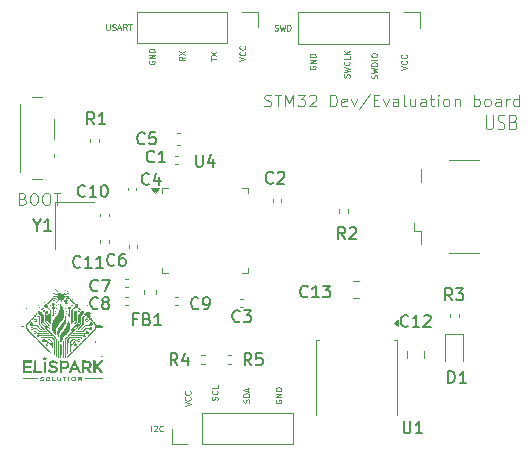
<source format=gbr>
%TF.GenerationSoftware,KiCad,Pcbnew,7.0.11*%
%TF.CreationDate,2024-12-27T12:08:23+01:00*%
%TF.ProjectId,Esp32 dev board,45737033-3220-4646-9576-20626f617264,rev?*%
%TF.SameCoordinates,Original*%
%TF.FileFunction,Legend,Top*%
%TF.FilePolarity,Positive*%
%FSLAX46Y46*%
G04 Gerber Fmt 4.6, Leading zero omitted, Abs format (unit mm)*
G04 Created by KiCad (PCBNEW 7.0.11) date 2024-12-27 12:08:23*
%MOMM*%
%LPD*%
G01*
G04 APERTURE LIST*
%ADD10C,0.100000*%
%ADD11C,0.150000*%
%ADD12C,0.120000*%
G04 APERTURE END LIST*
D10*
X185237217Y-57358609D02*
X185380074Y-57406228D01*
X185380074Y-57406228D02*
X185427693Y-57453847D01*
X185427693Y-57453847D02*
X185475312Y-57549085D01*
X185475312Y-57549085D02*
X185475312Y-57691942D01*
X185475312Y-57691942D02*
X185427693Y-57787180D01*
X185427693Y-57787180D02*
X185380074Y-57834800D01*
X185380074Y-57834800D02*
X185284836Y-57882419D01*
X185284836Y-57882419D02*
X184903884Y-57882419D01*
X184903884Y-57882419D02*
X184903884Y-56882419D01*
X184903884Y-56882419D02*
X185237217Y-56882419D01*
X185237217Y-56882419D02*
X185332455Y-56930038D01*
X185332455Y-56930038D02*
X185380074Y-56977657D01*
X185380074Y-56977657D02*
X185427693Y-57072895D01*
X185427693Y-57072895D02*
X185427693Y-57168133D01*
X185427693Y-57168133D02*
X185380074Y-57263371D01*
X185380074Y-57263371D02*
X185332455Y-57310990D01*
X185332455Y-57310990D02*
X185237217Y-57358609D01*
X185237217Y-57358609D02*
X184903884Y-57358609D01*
X186094360Y-56882419D02*
X186284836Y-56882419D01*
X186284836Y-56882419D02*
X186380074Y-56930038D01*
X186380074Y-56930038D02*
X186475312Y-57025276D01*
X186475312Y-57025276D02*
X186522931Y-57215752D01*
X186522931Y-57215752D02*
X186522931Y-57549085D01*
X186522931Y-57549085D02*
X186475312Y-57739561D01*
X186475312Y-57739561D02*
X186380074Y-57834800D01*
X186380074Y-57834800D02*
X186284836Y-57882419D01*
X186284836Y-57882419D02*
X186094360Y-57882419D01*
X186094360Y-57882419D02*
X185999122Y-57834800D01*
X185999122Y-57834800D02*
X185903884Y-57739561D01*
X185903884Y-57739561D02*
X185856265Y-57549085D01*
X185856265Y-57549085D02*
X185856265Y-57215752D01*
X185856265Y-57215752D02*
X185903884Y-57025276D01*
X185903884Y-57025276D02*
X185999122Y-56930038D01*
X185999122Y-56930038D02*
X186094360Y-56882419D01*
X187141979Y-56882419D02*
X187332455Y-56882419D01*
X187332455Y-56882419D02*
X187427693Y-56930038D01*
X187427693Y-56930038D02*
X187522931Y-57025276D01*
X187522931Y-57025276D02*
X187570550Y-57215752D01*
X187570550Y-57215752D02*
X187570550Y-57549085D01*
X187570550Y-57549085D02*
X187522931Y-57739561D01*
X187522931Y-57739561D02*
X187427693Y-57834800D01*
X187427693Y-57834800D02*
X187332455Y-57882419D01*
X187332455Y-57882419D02*
X187141979Y-57882419D01*
X187141979Y-57882419D02*
X187046741Y-57834800D01*
X187046741Y-57834800D02*
X186951503Y-57739561D01*
X186951503Y-57739561D02*
X186903884Y-57549085D01*
X186903884Y-57549085D02*
X186903884Y-57215752D01*
X186903884Y-57215752D02*
X186951503Y-57025276D01*
X186951503Y-57025276D02*
X187046741Y-56930038D01*
X187046741Y-56930038D02*
X187141979Y-56882419D01*
X187856265Y-56882419D02*
X188427693Y-56882419D01*
X188141979Y-57882419D02*
X188141979Y-56882419D01*
X224443884Y-50241823D02*
X224443884Y-51253728D01*
X224443884Y-51253728D02*
X224491503Y-51372776D01*
X224491503Y-51372776D02*
X224539122Y-51432300D01*
X224539122Y-51432300D02*
X224634360Y-51491823D01*
X224634360Y-51491823D02*
X224824836Y-51491823D01*
X224824836Y-51491823D02*
X224920074Y-51432300D01*
X224920074Y-51432300D02*
X224967693Y-51372776D01*
X224967693Y-51372776D02*
X225015312Y-51253728D01*
X225015312Y-51253728D02*
X225015312Y-50241823D01*
X225443884Y-51432300D02*
X225586741Y-51491823D01*
X225586741Y-51491823D02*
X225824836Y-51491823D01*
X225824836Y-51491823D02*
X225920074Y-51432300D01*
X225920074Y-51432300D02*
X225967693Y-51372776D01*
X225967693Y-51372776D02*
X226015312Y-51253728D01*
X226015312Y-51253728D02*
X226015312Y-51134680D01*
X226015312Y-51134680D02*
X225967693Y-51015633D01*
X225967693Y-51015633D02*
X225920074Y-50956109D01*
X225920074Y-50956109D02*
X225824836Y-50896585D01*
X225824836Y-50896585D02*
X225634360Y-50837061D01*
X225634360Y-50837061D02*
X225539122Y-50777538D01*
X225539122Y-50777538D02*
X225491503Y-50718014D01*
X225491503Y-50718014D02*
X225443884Y-50598966D01*
X225443884Y-50598966D02*
X225443884Y-50479919D01*
X225443884Y-50479919D02*
X225491503Y-50360871D01*
X225491503Y-50360871D02*
X225539122Y-50301347D01*
X225539122Y-50301347D02*
X225634360Y-50241823D01*
X225634360Y-50241823D02*
X225872455Y-50241823D01*
X225872455Y-50241823D02*
X226015312Y-50301347D01*
X226777217Y-50837061D02*
X226920074Y-50896585D01*
X226920074Y-50896585D02*
X226967693Y-50956109D01*
X226967693Y-50956109D02*
X227015312Y-51075157D01*
X227015312Y-51075157D02*
X227015312Y-51253728D01*
X227015312Y-51253728D02*
X226967693Y-51372776D01*
X226967693Y-51372776D02*
X226920074Y-51432300D01*
X226920074Y-51432300D02*
X226824836Y-51491823D01*
X226824836Y-51491823D02*
X226443884Y-51491823D01*
X226443884Y-51491823D02*
X226443884Y-50241823D01*
X226443884Y-50241823D02*
X226777217Y-50241823D01*
X226777217Y-50241823D02*
X226872455Y-50301347D01*
X226872455Y-50301347D02*
X226920074Y-50360871D01*
X226920074Y-50360871D02*
X226967693Y-50479919D01*
X226967693Y-50479919D02*
X226967693Y-50598966D01*
X226967693Y-50598966D02*
X226920074Y-50718014D01*
X226920074Y-50718014D02*
X226872455Y-50777538D01*
X226872455Y-50777538D02*
X226777217Y-50837061D01*
X226777217Y-50837061D02*
X226443884Y-50837061D01*
X205696265Y-49494800D02*
X205839122Y-49542419D01*
X205839122Y-49542419D02*
X206077217Y-49542419D01*
X206077217Y-49542419D02*
X206172455Y-49494800D01*
X206172455Y-49494800D02*
X206220074Y-49447180D01*
X206220074Y-49447180D02*
X206267693Y-49351942D01*
X206267693Y-49351942D02*
X206267693Y-49256704D01*
X206267693Y-49256704D02*
X206220074Y-49161466D01*
X206220074Y-49161466D02*
X206172455Y-49113847D01*
X206172455Y-49113847D02*
X206077217Y-49066228D01*
X206077217Y-49066228D02*
X205886741Y-49018609D01*
X205886741Y-49018609D02*
X205791503Y-48970990D01*
X205791503Y-48970990D02*
X205743884Y-48923371D01*
X205743884Y-48923371D02*
X205696265Y-48828133D01*
X205696265Y-48828133D02*
X205696265Y-48732895D01*
X205696265Y-48732895D02*
X205743884Y-48637657D01*
X205743884Y-48637657D02*
X205791503Y-48590038D01*
X205791503Y-48590038D02*
X205886741Y-48542419D01*
X205886741Y-48542419D02*
X206124836Y-48542419D01*
X206124836Y-48542419D02*
X206267693Y-48590038D01*
X206553408Y-48542419D02*
X207124836Y-48542419D01*
X206839122Y-49542419D02*
X206839122Y-48542419D01*
X207458170Y-49542419D02*
X207458170Y-48542419D01*
X207458170Y-48542419D02*
X207791503Y-49256704D01*
X207791503Y-49256704D02*
X208124836Y-48542419D01*
X208124836Y-48542419D02*
X208124836Y-49542419D01*
X208505789Y-48542419D02*
X209124836Y-48542419D01*
X209124836Y-48542419D02*
X208791503Y-48923371D01*
X208791503Y-48923371D02*
X208934360Y-48923371D01*
X208934360Y-48923371D02*
X209029598Y-48970990D01*
X209029598Y-48970990D02*
X209077217Y-49018609D01*
X209077217Y-49018609D02*
X209124836Y-49113847D01*
X209124836Y-49113847D02*
X209124836Y-49351942D01*
X209124836Y-49351942D02*
X209077217Y-49447180D01*
X209077217Y-49447180D02*
X209029598Y-49494800D01*
X209029598Y-49494800D02*
X208934360Y-49542419D01*
X208934360Y-49542419D02*
X208648646Y-49542419D01*
X208648646Y-49542419D02*
X208553408Y-49494800D01*
X208553408Y-49494800D02*
X208505789Y-49447180D01*
X209505789Y-48637657D02*
X209553408Y-48590038D01*
X209553408Y-48590038D02*
X209648646Y-48542419D01*
X209648646Y-48542419D02*
X209886741Y-48542419D01*
X209886741Y-48542419D02*
X209981979Y-48590038D01*
X209981979Y-48590038D02*
X210029598Y-48637657D01*
X210029598Y-48637657D02*
X210077217Y-48732895D01*
X210077217Y-48732895D02*
X210077217Y-48828133D01*
X210077217Y-48828133D02*
X210029598Y-48970990D01*
X210029598Y-48970990D02*
X209458170Y-49542419D01*
X209458170Y-49542419D02*
X210077217Y-49542419D01*
X211267694Y-49542419D02*
X211267694Y-48542419D01*
X211267694Y-48542419D02*
X211505789Y-48542419D01*
X211505789Y-48542419D02*
X211648646Y-48590038D01*
X211648646Y-48590038D02*
X211743884Y-48685276D01*
X211743884Y-48685276D02*
X211791503Y-48780514D01*
X211791503Y-48780514D02*
X211839122Y-48970990D01*
X211839122Y-48970990D02*
X211839122Y-49113847D01*
X211839122Y-49113847D02*
X211791503Y-49304323D01*
X211791503Y-49304323D02*
X211743884Y-49399561D01*
X211743884Y-49399561D02*
X211648646Y-49494800D01*
X211648646Y-49494800D02*
X211505789Y-49542419D01*
X211505789Y-49542419D02*
X211267694Y-49542419D01*
X212648646Y-49494800D02*
X212553408Y-49542419D01*
X212553408Y-49542419D02*
X212362932Y-49542419D01*
X212362932Y-49542419D02*
X212267694Y-49494800D01*
X212267694Y-49494800D02*
X212220075Y-49399561D01*
X212220075Y-49399561D02*
X212220075Y-49018609D01*
X212220075Y-49018609D02*
X212267694Y-48923371D01*
X212267694Y-48923371D02*
X212362932Y-48875752D01*
X212362932Y-48875752D02*
X212553408Y-48875752D01*
X212553408Y-48875752D02*
X212648646Y-48923371D01*
X212648646Y-48923371D02*
X212696265Y-49018609D01*
X212696265Y-49018609D02*
X212696265Y-49113847D01*
X212696265Y-49113847D02*
X212220075Y-49209085D01*
X213029599Y-48875752D02*
X213267694Y-49542419D01*
X213267694Y-49542419D02*
X213505789Y-48875752D01*
X214601027Y-48494800D02*
X213743885Y-49780514D01*
X214934361Y-49018609D02*
X215267694Y-49018609D01*
X215410551Y-49542419D02*
X214934361Y-49542419D01*
X214934361Y-49542419D02*
X214934361Y-48542419D01*
X214934361Y-48542419D02*
X215410551Y-48542419D01*
X215743885Y-48875752D02*
X215981980Y-49542419D01*
X215981980Y-49542419D02*
X216220075Y-48875752D01*
X217029599Y-49542419D02*
X217029599Y-49018609D01*
X217029599Y-49018609D02*
X216981980Y-48923371D01*
X216981980Y-48923371D02*
X216886742Y-48875752D01*
X216886742Y-48875752D02*
X216696266Y-48875752D01*
X216696266Y-48875752D02*
X216601028Y-48923371D01*
X217029599Y-49494800D02*
X216934361Y-49542419D01*
X216934361Y-49542419D02*
X216696266Y-49542419D01*
X216696266Y-49542419D02*
X216601028Y-49494800D01*
X216601028Y-49494800D02*
X216553409Y-49399561D01*
X216553409Y-49399561D02*
X216553409Y-49304323D01*
X216553409Y-49304323D02*
X216601028Y-49209085D01*
X216601028Y-49209085D02*
X216696266Y-49161466D01*
X216696266Y-49161466D02*
X216934361Y-49161466D01*
X216934361Y-49161466D02*
X217029599Y-49113847D01*
X217648647Y-49542419D02*
X217553409Y-49494800D01*
X217553409Y-49494800D02*
X217505790Y-49399561D01*
X217505790Y-49399561D02*
X217505790Y-48542419D01*
X218458171Y-48875752D02*
X218458171Y-49542419D01*
X218029600Y-48875752D02*
X218029600Y-49399561D01*
X218029600Y-49399561D02*
X218077219Y-49494800D01*
X218077219Y-49494800D02*
X218172457Y-49542419D01*
X218172457Y-49542419D02*
X218315314Y-49542419D01*
X218315314Y-49542419D02*
X218410552Y-49494800D01*
X218410552Y-49494800D02*
X218458171Y-49447180D01*
X219362933Y-49542419D02*
X219362933Y-49018609D01*
X219362933Y-49018609D02*
X219315314Y-48923371D01*
X219315314Y-48923371D02*
X219220076Y-48875752D01*
X219220076Y-48875752D02*
X219029600Y-48875752D01*
X219029600Y-48875752D02*
X218934362Y-48923371D01*
X219362933Y-49494800D02*
X219267695Y-49542419D01*
X219267695Y-49542419D02*
X219029600Y-49542419D01*
X219029600Y-49542419D02*
X218934362Y-49494800D01*
X218934362Y-49494800D02*
X218886743Y-49399561D01*
X218886743Y-49399561D02*
X218886743Y-49304323D01*
X218886743Y-49304323D02*
X218934362Y-49209085D01*
X218934362Y-49209085D02*
X219029600Y-49161466D01*
X219029600Y-49161466D02*
X219267695Y-49161466D01*
X219267695Y-49161466D02*
X219362933Y-49113847D01*
X219696267Y-48875752D02*
X220077219Y-48875752D01*
X219839124Y-48542419D02*
X219839124Y-49399561D01*
X219839124Y-49399561D02*
X219886743Y-49494800D01*
X219886743Y-49494800D02*
X219981981Y-49542419D01*
X219981981Y-49542419D02*
X220077219Y-49542419D01*
X220410553Y-49542419D02*
X220410553Y-48875752D01*
X220410553Y-48542419D02*
X220362934Y-48590038D01*
X220362934Y-48590038D02*
X220410553Y-48637657D01*
X220410553Y-48637657D02*
X220458172Y-48590038D01*
X220458172Y-48590038D02*
X220410553Y-48542419D01*
X220410553Y-48542419D02*
X220410553Y-48637657D01*
X221029600Y-49542419D02*
X220934362Y-49494800D01*
X220934362Y-49494800D02*
X220886743Y-49447180D01*
X220886743Y-49447180D02*
X220839124Y-49351942D01*
X220839124Y-49351942D02*
X220839124Y-49066228D01*
X220839124Y-49066228D02*
X220886743Y-48970990D01*
X220886743Y-48970990D02*
X220934362Y-48923371D01*
X220934362Y-48923371D02*
X221029600Y-48875752D01*
X221029600Y-48875752D02*
X221172457Y-48875752D01*
X221172457Y-48875752D02*
X221267695Y-48923371D01*
X221267695Y-48923371D02*
X221315314Y-48970990D01*
X221315314Y-48970990D02*
X221362933Y-49066228D01*
X221362933Y-49066228D02*
X221362933Y-49351942D01*
X221362933Y-49351942D02*
X221315314Y-49447180D01*
X221315314Y-49447180D02*
X221267695Y-49494800D01*
X221267695Y-49494800D02*
X221172457Y-49542419D01*
X221172457Y-49542419D02*
X221029600Y-49542419D01*
X221791505Y-48875752D02*
X221791505Y-49542419D01*
X221791505Y-48970990D02*
X221839124Y-48923371D01*
X221839124Y-48923371D02*
X221934362Y-48875752D01*
X221934362Y-48875752D02*
X222077219Y-48875752D01*
X222077219Y-48875752D02*
X222172457Y-48923371D01*
X222172457Y-48923371D02*
X222220076Y-49018609D01*
X222220076Y-49018609D02*
X222220076Y-49542419D01*
X223458172Y-49542419D02*
X223458172Y-48542419D01*
X223458172Y-48923371D02*
X223553410Y-48875752D01*
X223553410Y-48875752D02*
X223743886Y-48875752D01*
X223743886Y-48875752D02*
X223839124Y-48923371D01*
X223839124Y-48923371D02*
X223886743Y-48970990D01*
X223886743Y-48970990D02*
X223934362Y-49066228D01*
X223934362Y-49066228D02*
X223934362Y-49351942D01*
X223934362Y-49351942D02*
X223886743Y-49447180D01*
X223886743Y-49447180D02*
X223839124Y-49494800D01*
X223839124Y-49494800D02*
X223743886Y-49542419D01*
X223743886Y-49542419D02*
X223553410Y-49542419D01*
X223553410Y-49542419D02*
X223458172Y-49494800D01*
X224505791Y-49542419D02*
X224410553Y-49494800D01*
X224410553Y-49494800D02*
X224362934Y-49447180D01*
X224362934Y-49447180D02*
X224315315Y-49351942D01*
X224315315Y-49351942D02*
X224315315Y-49066228D01*
X224315315Y-49066228D02*
X224362934Y-48970990D01*
X224362934Y-48970990D02*
X224410553Y-48923371D01*
X224410553Y-48923371D02*
X224505791Y-48875752D01*
X224505791Y-48875752D02*
X224648648Y-48875752D01*
X224648648Y-48875752D02*
X224743886Y-48923371D01*
X224743886Y-48923371D02*
X224791505Y-48970990D01*
X224791505Y-48970990D02*
X224839124Y-49066228D01*
X224839124Y-49066228D02*
X224839124Y-49351942D01*
X224839124Y-49351942D02*
X224791505Y-49447180D01*
X224791505Y-49447180D02*
X224743886Y-49494800D01*
X224743886Y-49494800D02*
X224648648Y-49542419D01*
X224648648Y-49542419D02*
X224505791Y-49542419D01*
X225696267Y-49542419D02*
X225696267Y-49018609D01*
X225696267Y-49018609D02*
X225648648Y-48923371D01*
X225648648Y-48923371D02*
X225553410Y-48875752D01*
X225553410Y-48875752D02*
X225362934Y-48875752D01*
X225362934Y-48875752D02*
X225267696Y-48923371D01*
X225696267Y-49494800D02*
X225601029Y-49542419D01*
X225601029Y-49542419D02*
X225362934Y-49542419D01*
X225362934Y-49542419D02*
X225267696Y-49494800D01*
X225267696Y-49494800D02*
X225220077Y-49399561D01*
X225220077Y-49399561D02*
X225220077Y-49304323D01*
X225220077Y-49304323D02*
X225267696Y-49209085D01*
X225267696Y-49209085D02*
X225362934Y-49161466D01*
X225362934Y-49161466D02*
X225601029Y-49161466D01*
X225601029Y-49161466D02*
X225696267Y-49113847D01*
X226172458Y-49542419D02*
X226172458Y-48875752D01*
X226172458Y-49066228D02*
X226220077Y-48970990D01*
X226220077Y-48970990D02*
X226267696Y-48923371D01*
X226267696Y-48923371D02*
X226362934Y-48875752D01*
X226362934Y-48875752D02*
X226458172Y-48875752D01*
X227220077Y-49542419D02*
X227220077Y-48542419D01*
X227220077Y-49494800D02*
X227124839Y-49542419D01*
X227124839Y-49542419D02*
X226934363Y-49542419D01*
X226934363Y-49542419D02*
X226839125Y-49494800D01*
X226839125Y-49494800D02*
X226791506Y-49447180D01*
X226791506Y-49447180D02*
X226743887Y-49351942D01*
X226743887Y-49351942D02*
X226743887Y-49066228D01*
X226743887Y-49066228D02*
X226791506Y-48970990D01*
X226791506Y-48970990D02*
X226839125Y-48923371D01*
X226839125Y-48923371D02*
X226934363Y-48875752D01*
X226934363Y-48875752D02*
X227124839Y-48875752D01*
X227124839Y-48875752D02*
X227220077Y-48923371D01*
X201709800Y-74398972D02*
X201733609Y-74327544D01*
X201733609Y-74327544D02*
X201733609Y-74208496D01*
X201733609Y-74208496D02*
X201709800Y-74160877D01*
X201709800Y-74160877D02*
X201685990Y-74137068D01*
X201685990Y-74137068D02*
X201638371Y-74113258D01*
X201638371Y-74113258D02*
X201590752Y-74113258D01*
X201590752Y-74113258D02*
X201543133Y-74137068D01*
X201543133Y-74137068D02*
X201519323Y-74160877D01*
X201519323Y-74160877D02*
X201495514Y-74208496D01*
X201495514Y-74208496D02*
X201471704Y-74303734D01*
X201471704Y-74303734D02*
X201447895Y-74351353D01*
X201447895Y-74351353D02*
X201424085Y-74375163D01*
X201424085Y-74375163D02*
X201376466Y-74398972D01*
X201376466Y-74398972D02*
X201328847Y-74398972D01*
X201328847Y-74398972D02*
X201281228Y-74375163D01*
X201281228Y-74375163D02*
X201257419Y-74351353D01*
X201257419Y-74351353D02*
X201233609Y-74303734D01*
X201233609Y-74303734D02*
X201233609Y-74184687D01*
X201233609Y-74184687D02*
X201257419Y-74113258D01*
X201685990Y-73613259D02*
X201709800Y-73637068D01*
X201709800Y-73637068D02*
X201733609Y-73708497D01*
X201733609Y-73708497D02*
X201733609Y-73756116D01*
X201733609Y-73756116D02*
X201709800Y-73827544D01*
X201709800Y-73827544D02*
X201662180Y-73875163D01*
X201662180Y-73875163D02*
X201614561Y-73898973D01*
X201614561Y-73898973D02*
X201519323Y-73922782D01*
X201519323Y-73922782D02*
X201447895Y-73922782D01*
X201447895Y-73922782D02*
X201352657Y-73898973D01*
X201352657Y-73898973D02*
X201305038Y-73875163D01*
X201305038Y-73875163D02*
X201257419Y-73827544D01*
X201257419Y-73827544D02*
X201233609Y-73756116D01*
X201233609Y-73756116D02*
X201233609Y-73708497D01*
X201233609Y-73708497D02*
X201257419Y-73637068D01*
X201257419Y-73637068D02*
X201281228Y-73613259D01*
X201733609Y-73160878D02*
X201733609Y-73398973D01*
X201733609Y-73398973D02*
X201233609Y-73398973D01*
X204389800Y-74618972D02*
X204413609Y-74547544D01*
X204413609Y-74547544D02*
X204413609Y-74428496D01*
X204413609Y-74428496D02*
X204389800Y-74380877D01*
X204389800Y-74380877D02*
X204365990Y-74357068D01*
X204365990Y-74357068D02*
X204318371Y-74333258D01*
X204318371Y-74333258D02*
X204270752Y-74333258D01*
X204270752Y-74333258D02*
X204223133Y-74357068D01*
X204223133Y-74357068D02*
X204199323Y-74380877D01*
X204199323Y-74380877D02*
X204175514Y-74428496D01*
X204175514Y-74428496D02*
X204151704Y-74523734D01*
X204151704Y-74523734D02*
X204127895Y-74571353D01*
X204127895Y-74571353D02*
X204104085Y-74595163D01*
X204104085Y-74595163D02*
X204056466Y-74618972D01*
X204056466Y-74618972D02*
X204008847Y-74618972D01*
X204008847Y-74618972D02*
X203961228Y-74595163D01*
X203961228Y-74595163D02*
X203937419Y-74571353D01*
X203937419Y-74571353D02*
X203913609Y-74523734D01*
X203913609Y-74523734D02*
X203913609Y-74404687D01*
X203913609Y-74404687D02*
X203937419Y-74333258D01*
X204413609Y-74118973D02*
X203913609Y-74118973D01*
X203913609Y-74118973D02*
X203913609Y-73999925D01*
X203913609Y-73999925D02*
X203937419Y-73928497D01*
X203937419Y-73928497D02*
X203985038Y-73880878D01*
X203985038Y-73880878D02*
X204032657Y-73857068D01*
X204032657Y-73857068D02*
X204127895Y-73833259D01*
X204127895Y-73833259D02*
X204199323Y-73833259D01*
X204199323Y-73833259D02*
X204294561Y-73857068D01*
X204294561Y-73857068D02*
X204342180Y-73880878D01*
X204342180Y-73880878D02*
X204389800Y-73928497D01*
X204389800Y-73928497D02*
X204413609Y-73999925D01*
X204413609Y-73999925D02*
X204413609Y-74118973D01*
X204270752Y-73642782D02*
X204270752Y-73404687D01*
X204413609Y-73690401D02*
X203913609Y-73523735D01*
X203913609Y-73523735D02*
X204413609Y-73357068D01*
X198943609Y-74936591D02*
X199443609Y-74769925D01*
X199443609Y-74769925D02*
X198943609Y-74603258D01*
X199395990Y-74150878D02*
X199419800Y-74174687D01*
X199419800Y-74174687D02*
X199443609Y-74246116D01*
X199443609Y-74246116D02*
X199443609Y-74293735D01*
X199443609Y-74293735D02*
X199419800Y-74365163D01*
X199419800Y-74365163D02*
X199372180Y-74412782D01*
X199372180Y-74412782D02*
X199324561Y-74436592D01*
X199324561Y-74436592D02*
X199229323Y-74460401D01*
X199229323Y-74460401D02*
X199157895Y-74460401D01*
X199157895Y-74460401D02*
X199062657Y-74436592D01*
X199062657Y-74436592D02*
X199015038Y-74412782D01*
X199015038Y-74412782D02*
X198967419Y-74365163D01*
X198967419Y-74365163D02*
X198943609Y-74293735D01*
X198943609Y-74293735D02*
X198943609Y-74246116D01*
X198943609Y-74246116D02*
X198967419Y-74174687D01*
X198967419Y-74174687D02*
X198991228Y-74150878D01*
X199395990Y-73650878D02*
X199419800Y-73674687D01*
X199419800Y-73674687D02*
X199443609Y-73746116D01*
X199443609Y-73746116D02*
X199443609Y-73793735D01*
X199443609Y-73793735D02*
X199419800Y-73865163D01*
X199419800Y-73865163D02*
X199372180Y-73912782D01*
X199372180Y-73912782D02*
X199324561Y-73936592D01*
X199324561Y-73936592D02*
X199229323Y-73960401D01*
X199229323Y-73960401D02*
X199157895Y-73960401D01*
X199157895Y-73960401D02*
X199062657Y-73936592D01*
X199062657Y-73936592D02*
X199015038Y-73912782D01*
X199015038Y-73912782D02*
X198967419Y-73865163D01*
X198967419Y-73865163D02*
X198943609Y-73793735D01*
X198943609Y-73793735D02*
X198943609Y-73746116D01*
X198943609Y-73746116D02*
X198967419Y-73674687D01*
X198967419Y-73674687D02*
X198991228Y-73650878D01*
X206657419Y-74383258D02*
X206633609Y-74430877D01*
X206633609Y-74430877D02*
X206633609Y-74502306D01*
X206633609Y-74502306D02*
X206657419Y-74573734D01*
X206657419Y-74573734D02*
X206705038Y-74621353D01*
X206705038Y-74621353D02*
X206752657Y-74645163D01*
X206752657Y-74645163D02*
X206847895Y-74668972D01*
X206847895Y-74668972D02*
X206919323Y-74668972D01*
X206919323Y-74668972D02*
X207014561Y-74645163D01*
X207014561Y-74645163D02*
X207062180Y-74621353D01*
X207062180Y-74621353D02*
X207109800Y-74573734D01*
X207109800Y-74573734D02*
X207133609Y-74502306D01*
X207133609Y-74502306D02*
X207133609Y-74454687D01*
X207133609Y-74454687D02*
X207109800Y-74383258D01*
X207109800Y-74383258D02*
X207085990Y-74359449D01*
X207085990Y-74359449D02*
X206919323Y-74359449D01*
X206919323Y-74359449D02*
X206919323Y-74454687D01*
X207133609Y-74145163D02*
X206633609Y-74145163D01*
X206633609Y-74145163D02*
X207133609Y-73859449D01*
X207133609Y-73859449D02*
X206633609Y-73859449D01*
X207133609Y-73621353D02*
X206633609Y-73621353D01*
X206633609Y-73621353D02*
X206633609Y-73502305D01*
X206633609Y-73502305D02*
X206657419Y-73430877D01*
X206657419Y-73430877D02*
X206705038Y-73383258D01*
X206705038Y-73383258D02*
X206752657Y-73359448D01*
X206752657Y-73359448D02*
X206847895Y-73335639D01*
X206847895Y-73335639D02*
X206919323Y-73335639D01*
X206919323Y-73335639D02*
X207014561Y-73359448D01*
X207014561Y-73359448D02*
X207062180Y-73383258D01*
X207062180Y-73383258D02*
X207109800Y-73430877D01*
X207109800Y-73430877D02*
X207133609Y-73502305D01*
X207133609Y-73502305D02*
X207133609Y-73621353D01*
X196114836Y-77063609D02*
X196114836Y-76563609D01*
X196329122Y-76611228D02*
X196352931Y-76587419D01*
X196352931Y-76587419D02*
X196400550Y-76563609D01*
X196400550Y-76563609D02*
X196519598Y-76563609D01*
X196519598Y-76563609D02*
X196567217Y-76587419D01*
X196567217Y-76587419D02*
X196591026Y-76611228D01*
X196591026Y-76611228D02*
X196614836Y-76658847D01*
X196614836Y-76658847D02*
X196614836Y-76706466D01*
X196614836Y-76706466D02*
X196591026Y-76777895D01*
X196591026Y-76777895D02*
X196305312Y-77063609D01*
X196305312Y-77063609D02*
X196614836Y-77063609D01*
X197114835Y-77015990D02*
X197091026Y-77039800D01*
X197091026Y-77039800D02*
X197019597Y-77063609D01*
X197019597Y-77063609D02*
X196971978Y-77063609D01*
X196971978Y-77063609D02*
X196900550Y-77039800D01*
X196900550Y-77039800D02*
X196852931Y-76992180D01*
X196852931Y-76992180D02*
X196829121Y-76944561D01*
X196829121Y-76944561D02*
X196805312Y-76849323D01*
X196805312Y-76849323D02*
X196805312Y-76777895D01*
X196805312Y-76777895D02*
X196829121Y-76682657D01*
X196829121Y-76682657D02*
X196852931Y-76635038D01*
X196852931Y-76635038D02*
X196900550Y-76587419D01*
X196900550Y-76587419D02*
X196971978Y-76563609D01*
X196971978Y-76563609D02*
X197019597Y-76563609D01*
X197019597Y-76563609D02*
X197091026Y-76587419D01*
X197091026Y-76587419D02*
X197114835Y-76611228D01*
X217263609Y-46456591D02*
X217763609Y-46289925D01*
X217763609Y-46289925D02*
X217263609Y-46123258D01*
X217715990Y-45670878D02*
X217739800Y-45694687D01*
X217739800Y-45694687D02*
X217763609Y-45766116D01*
X217763609Y-45766116D02*
X217763609Y-45813735D01*
X217763609Y-45813735D02*
X217739800Y-45885163D01*
X217739800Y-45885163D02*
X217692180Y-45932782D01*
X217692180Y-45932782D02*
X217644561Y-45956592D01*
X217644561Y-45956592D02*
X217549323Y-45980401D01*
X217549323Y-45980401D02*
X217477895Y-45980401D01*
X217477895Y-45980401D02*
X217382657Y-45956592D01*
X217382657Y-45956592D02*
X217335038Y-45932782D01*
X217335038Y-45932782D02*
X217287419Y-45885163D01*
X217287419Y-45885163D02*
X217263609Y-45813735D01*
X217263609Y-45813735D02*
X217263609Y-45766116D01*
X217263609Y-45766116D02*
X217287419Y-45694687D01*
X217287419Y-45694687D02*
X217311228Y-45670878D01*
X217715990Y-45170878D02*
X217739800Y-45194687D01*
X217739800Y-45194687D02*
X217763609Y-45266116D01*
X217763609Y-45266116D02*
X217763609Y-45313735D01*
X217763609Y-45313735D02*
X217739800Y-45385163D01*
X217739800Y-45385163D02*
X217692180Y-45432782D01*
X217692180Y-45432782D02*
X217644561Y-45456592D01*
X217644561Y-45456592D02*
X217549323Y-45480401D01*
X217549323Y-45480401D02*
X217477895Y-45480401D01*
X217477895Y-45480401D02*
X217382657Y-45456592D01*
X217382657Y-45456592D02*
X217335038Y-45432782D01*
X217335038Y-45432782D02*
X217287419Y-45385163D01*
X217287419Y-45385163D02*
X217263609Y-45313735D01*
X217263609Y-45313735D02*
X217263609Y-45266116D01*
X217263609Y-45266116D02*
X217287419Y-45194687D01*
X217287419Y-45194687D02*
X217311228Y-45170878D01*
X215229800Y-47158972D02*
X215253609Y-47087544D01*
X215253609Y-47087544D02*
X215253609Y-46968496D01*
X215253609Y-46968496D02*
X215229800Y-46920877D01*
X215229800Y-46920877D02*
X215205990Y-46897068D01*
X215205990Y-46897068D02*
X215158371Y-46873258D01*
X215158371Y-46873258D02*
X215110752Y-46873258D01*
X215110752Y-46873258D02*
X215063133Y-46897068D01*
X215063133Y-46897068D02*
X215039323Y-46920877D01*
X215039323Y-46920877D02*
X215015514Y-46968496D01*
X215015514Y-46968496D02*
X214991704Y-47063734D01*
X214991704Y-47063734D02*
X214967895Y-47111353D01*
X214967895Y-47111353D02*
X214944085Y-47135163D01*
X214944085Y-47135163D02*
X214896466Y-47158972D01*
X214896466Y-47158972D02*
X214848847Y-47158972D01*
X214848847Y-47158972D02*
X214801228Y-47135163D01*
X214801228Y-47135163D02*
X214777419Y-47111353D01*
X214777419Y-47111353D02*
X214753609Y-47063734D01*
X214753609Y-47063734D02*
X214753609Y-46944687D01*
X214753609Y-46944687D02*
X214777419Y-46873258D01*
X214753609Y-46706592D02*
X215253609Y-46587544D01*
X215253609Y-46587544D02*
X214896466Y-46492306D01*
X214896466Y-46492306D02*
X215253609Y-46397068D01*
X215253609Y-46397068D02*
X214753609Y-46278021D01*
X215253609Y-46087544D02*
X214753609Y-46087544D01*
X214753609Y-46087544D02*
X214753609Y-45968496D01*
X214753609Y-45968496D02*
X214777419Y-45897068D01*
X214777419Y-45897068D02*
X214825038Y-45849449D01*
X214825038Y-45849449D02*
X214872657Y-45825639D01*
X214872657Y-45825639D02*
X214967895Y-45801830D01*
X214967895Y-45801830D02*
X215039323Y-45801830D01*
X215039323Y-45801830D02*
X215134561Y-45825639D01*
X215134561Y-45825639D02*
X215182180Y-45849449D01*
X215182180Y-45849449D02*
X215229800Y-45897068D01*
X215229800Y-45897068D02*
X215253609Y-45968496D01*
X215253609Y-45968496D02*
X215253609Y-46087544D01*
X215253609Y-45587544D02*
X214753609Y-45587544D01*
X214753609Y-45254211D02*
X214753609Y-45158973D01*
X214753609Y-45158973D02*
X214777419Y-45111354D01*
X214777419Y-45111354D02*
X214825038Y-45063735D01*
X214825038Y-45063735D02*
X214920276Y-45039925D01*
X214920276Y-45039925D02*
X215086942Y-45039925D01*
X215086942Y-45039925D02*
X215182180Y-45063735D01*
X215182180Y-45063735D02*
X215229800Y-45111354D01*
X215229800Y-45111354D02*
X215253609Y-45158973D01*
X215253609Y-45158973D02*
X215253609Y-45254211D01*
X215253609Y-45254211D02*
X215229800Y-45301830D01*
X215229800Y-45301830D02*
X215182180Y-45349449D01*
X215182180Y-45349449D02*
X215086942Y-45373258D01*
X215086942Y-45373258D02*
X214920276Y-45373258D01*
X214920276Y-45373258D02*
X214825038Y-45349449D01*
X214825038Y-45349449D02*
X214777419Y-45301830D01*
X214777419Y-45301830D02*
X214753609Y-45254211D01*
X212879800Y-47098972D02*
X212903609Y-47027544D01*
X212903609Y-47027544D02*
X212903609Y-46908496D01*
X212903609Y-46908496D02*
X212879800Y-46860877D01*
X212879800Y-46860877D02*
X212855990Y-46837068D01*
X212855990Y-46837068D02*
X212808371Y-46813258D01*
X212808371Y-46813258D02*
X212760752Y-46813258D01*
X212760752Y-46813258D02*
X212713133Y-46837068D01*
X212713133Y-46837068D02*
X212689323Y-46860877D01*
X212689323Y-46860877D02*
X212665514Y-46908496D01*
X212665514Y-46908496D02*
X212641704Y-47003734D01*
X212641704Y-47003734D02*
X212617895Y-47051353D01*
X212617895Y-47051353D02*
X212594085Y-47075163D01*
X212594085Y-47075163D02*
X212546466Y-47098972D01*
X212546466Y-47098972D02*
X212498847Y-47098972D01*
X212498847Y-47098972D02*
X212451228Y-47075163D01*
X212451228Y-47075163D02*
X212427419Y-47051353D01*
X212427419Y-47051353D02*
X212403609Y-47003734D01*
X212403609Y-47003734D02*
X212403609Y-46884687D01*
X212403609Y-46884687D02*
X212427419Y-46813258D01*
X212403609Y-46646592D02*
X212903609Y-46527544D01*
X212903609Y-46527544D02*
X212546466Y-46432306D01*
X212546466Y-46432306D02*
X212903609Y-46337068D01*
X212903609Y-46337068D02*
X212403609Y-46218021D01*
X212855990Y-45741830D02*
X212879800Y-45765639D01*
X212879800Y-45765639D02*
X212903609Y-45837068D01*
X212903609Y-45837068D02*
X212903609Y-45884687D01*
X212903609Y-45884687D02*
X212879800Y-45956115D01*
X212879800Y-45956115D02*
X212832180Y-46003734D01*
X212832180Y-46003734D02*
X212784561Y-46027544D01*
X212784561Y-46027544D02*
X212689323Y-46051353D01*
X212689323Y-46051353D02*
X212617895Y-46051353D01*
X212617895Y-46051353D02*
X212522657Y-46027544D01*
X212522657Y-46027544D02*
X212475038Y-46003734D01*
X212475038Y-46003734D02*
X212427419Y-45956115D01*
X212427419Y-45956115D02*
X212403609Y-45884687D01*
X212403609Y-45884687D02*
X212403609Y-45837068D01*
X212403609Y-45837068D02*
X212427419Y-45765639D01*
X212427419Y-45765639D02*
X212451228Y-45741830D01*
X212903609Y-45289449D02*
X212903609Y-45527544D01*
X212903609Y-45527544D02*
X212403609Y-45527544D01*
X212903609Y-45122782D02*
X212403609Y-45122782D01*
X212903609Y-44837068D02*
X212617895Y-45051353D01*
X212403609Y-44837068D02*
X212689323Y-45122782D01*
X209547419Y-46123258D02*
X209523609Y-46170877D01*
X209523609Y-46170877D02*
X209523609Y-46242306D01*
X209523609Y-46242306D02*
X209547419Y-46313734D01*
X209547419Y-46313734D02*
X209595038Y-46361353D01*
X209595038Y-46361353D02*
X209642657Y-46385163D01*
X209642657Y-46385163D02*
X209737895Y-46408972D01*
X209737895Y-46408972D02*
X209809323Y-46408972D01*
X209809323Y-46408972D02*
X209904561Y-46385163D01*
X209904561Y-46385163D02*
X209952180Y-46361353D01*
X209952180Y-46361353D02*
X209999800Y-46313734D01*
X209999800Y-46313734D02*
X210023609Y-46242306D01*
X210023609Y-46242306D02*
X210023609Y-46194687D01*
X210023609Y-46194687D02*
X209999800Y-46123258D01*
X209999800Y-46123258D02*
X209975990Y-46099449D01*
X209975990Y-46099449D02*
X209809323Y-46099449D01*
X209809323Y-46099449D02*
X209809323Y-46194687D01*
X210023609Y-45885163D02*
X209523609Y-45885163D01*
X209523609Y-45885163D02*
X210023609Y-45599449D01*
X210023609Y-45599449D02*
X209523609Y-45599449D01*
X210023609Y-45361353D02*
X209523609Y-45361353D01*
X209523609Y-45361353D02*
X209523609Y-45242305D01*
X209523609Y-45242305D02*
X209547419Y-45170877D01*
X209547419Y-45170877D02*
X209595038Y-45123258D01*
X209595038Y-45123258D02*
X209642657Y-45099448D01*
X209642657Y-45099448D02*
X209737895Y-45075639D01*
X209737895Y-45075639D02*
X209809323Y-45075639D01*
X209809323Y-45075639D02*
X209904561Y-45099448D01*
X209904561Y-45099448D02*
X209952180Y-45123258D01*
X209952180Y-45123258D02*
X209999800Y-45170877D01*
X209999800Y-45170877D02*
X210023609Y-45242305D01*
X210023609Y-45242305D02*
X210023609Y-45361353D01*
X206561027Y-43109800D02*
X206632455Y-43133609D01*
X206632455Y-43133609D02*
X206751503Y-43133609D01*
X206751503Y-43133609D02*
X206799122Y-43109800D01*
X206799122Y-43109800D02*
X206822931Y-43085990D01*
X206822931Y-43085990D02*
X206846741Y-43038371D01*
X206846741Y-43038371D02*
X206846741Y-42990752D01*
X206846741Y-42990752D02*
X206822931Y-42943133D01*
X206822931Y-42943133D02*
X206799122Y-42919323D01*
X206799122Y-42919323D02*
X206751503Y-42895514D01*
X206751503Y-42895514D02*
X206656265Y-42871704D01*
X206656265Y-42871704D02*
X206608646Y-42847895D01*
X206608646Y-42847895D02*
X206584836Y-42824085D01*
X206584836Y-42824085D02*
X206561027Y-42776466D01*
X206561027Y-42776466D02*
X206561027Y-42728847D01*
X206561027Y-42728847D02*
X206584836Y-42681228D01*
X206584836Y-42681228D02*
X206608646Y-42657419D01*
X206608646Y-42657419D02*
X206656265Y-42633609D01*
X206656265Y-42633609D02*
X206775312Y-42633609D01*
X206775312Y-42633609D02*
X206846741Y-42657419D01*
X207013407Y-42633609D02*
X207132455Y-43133609D01*
X207132455Y-43133609D02*
X207227693Y-42776466D01*
X207227693Y-42776466D02*
X207322931Y-43133609D01*
X207322931Y-43133609D02*
X207441979Y-42633609D01*
X207632455Y-43133609D02*
X207632455Y-42633609D01*
X207632455Y-42633609D02*
X207751503Y-42633609D01*
X207751503Y-42633609D02*
X207822931Y-42657419D01*
X207822931Y-42657419D02*
X207870550Y-42705038D01*
X207870550Y-42705038D02*
X207894360Y-42752657D01*
X207894360Y-42752657D02*
X207918169Y-42847895D01*
X207918169Y-42847895D02*
X207918169Y-42919323D01*
X207918169Y-42919323D02*
X207894360Y-43014561D01*
X207894360Y-43014561D02*
X207870550Y-43062180D01*
X207870550Y-43062180D02*
X207822931Y-43109800D01*
X207822931Y-43109800D02*
X207751503Y-43133609D01*
X207751503Y-43133609D02*
X207632455Y-43133609D01*
X192314836Y-42583609D02*
X192314836Y-42988371D01*
X192314836Y-42988371D02*
X192338646Y-43035990D01*
X192338646Y-43035990D02*
X192362455Y-43059800D01*
X192362455Y-43059800D02*
X192410074Y-43083609D01*
X192410074Y-43083609D02*
X192505312Y-43083609D01*
X192505312Y-43083609D02*
X192552931Y-43059800D01*
X192552931Y-43059800D02*
X192576741Y-43035990D01*
X192576741Y-43035990D02*
X192600550Y-42988371D01*
X192600550Y-42988371D02*
X192600550Y-42583609D01*
X192814837Y-43059800D02*
X192886265Y-43083609D01*
X192886265Y-43083609D02*
X193005313Y-43083609D01*
X193005313Y-43083609D02*
X193052932Y-43059800D01*
X193052932Y-43059800D02*
X193076741Y-43035990D01*
X193076741Y-43035990D02*
X193100551Y-42988371D01*
X193100551Y-42988371D02*
X193100551Y-42940752D01*
X193100551Y-42940752D02*
X193076741Y-42893133D01*
X193076741Y-42893133D02*
X193052932Y-42869323D01*
X193052932Y-42869323D02*
X193005313Y-42845514D01*
X193005313Y-42845514D02*
X192910075Y-42821704D01*
X192910075Y-42821704D02*
X192862456Y-42797895D01*
X192862456Y-42797895D02*
X192838646Y-42774085D01*
X192838646Y-42774085D02*
X192814837Y-42726466D01*
X192814837Y-42726466D02*
X192814837Y-42678847D01*
X192814837Y-42678847D02*
X192838646Y-42631228D01*
X192838646Y-42631228D02*
X192862456Y-42607419D01*
X192862456Y-42607419D02*
X192910075Y-42583609D01*
X192910075Y-42583609D02*
X193029122Y-42583609D01*
X193029122Y-42583609D02*
X193100551Y-42607419D01*
X193291027Y-42940752D02*
X193529122Y-42940752D01*
X193243408Y-43083609D02*
X193410074Y-42583609D01*
X193410074Y-42583609D02*
X193576741Y-43083609D01*
X194029121Y-43083609D02*
X193862455Y-42845514D01*
X193743407Y-43083609D02*
X193743407Y-42583609D01*
X193743407Y-42583609D02*
X193933883Y-42583609D01*
X193933883Y-42583609D02*
X193981502Y-42607419D01*
X193981502Y-42607419D02*
X194005312Y-42631228D01*
X194005312Y-42631228D02*
X194029121Y-42678847D01*
X194029121Y-42678847D02*
X194029121Y-42750276D01*
X194029121Y-42750276D02*
X194005312Y-42797895D01*
X194005312Y-42797895D02*
X193981502Y-42821704D01*
X193981502Y-42821704D02*
X193933883Y-42845514D01*
X193933883Y-42845514D02*
X193743407Y-42845514D01*
X194171979Y-42583609D02*
X194457693Y-42583609D01*
X194314836Y-43083609D02*
X194314836Y-42583609D01*
X203583609Y-45706591D02*
X204083609Y-45539925D01*
X204083609Y-45539925D02*
X203583609Y-45373258D01*
X204035990Y-44920878D02*
X204059800Y-44944687D01*
X204059800Y-44944687D02*
X204083609Y-45016116D01*
X204083609Y-45016116D02*
X204083609Y-45063735D01*
X204083609Y-45063735D02*
X204059800Y-45135163D01*
X204059800Y-45135163D02*
X204012180Y-45182782D01*
X204012180Y-45182782D02*
X203964561Y-45206592D01*
X203964561Y-45206592D02*
X203869323Y-45230401D01*
X203869323Y-45230401D02*
X203797895Y-45230401D01*
X203797895Y-45230401D02*
X203702657Y-45206592D01*
X203702657Y-45206592D02*
X203655038Y-45182782D01*
X203655038Y-45182782D02*
X203607419Y-45135163D01*
X203607419Y-45135163D02*
X203583609Y-45063735D01*
X203583609Y-45063735D02*
X203583609Y-45016116D01*
X203583609Y-45016116D02*
X203607419Y-44944687D01*
X203607419Y-44944687D02*
X203631228Y-44920878D01*
X204035990Y-44420878D02*
X204059800Y-44444687D01*
X204059800Y-44444687D02*
X204083609Y-44516116D01*
X204083609Y-44516116D02*
X204083609Y-44563735D01*
X204083609Y-44563735D02*
X204059800Y-44635163D01*
X204059800Y-44635163D02*
X204012180Y-44682782D01*
X204012180Y-44682782D02*
X203964561Y-44706592D01*
X203964561Y-44706592D02*
X203869323Y-44730401D01*
X203869323Y-44730401D02*
X203797895Y-44730401D01*
X203797895Y-44730401D02*
X203702657Y-44706592D01*
X203702657Y-44706592D02*
X203655038Y-44682782D01*
X203655038Y-44682782D02*
X203607419Y-44635163D01*
X203607419Y-44635163D02*
X203583609Y-44563735D01*
X203583609Y-44563735D02*
X203583609Y-44516116D01*
X203583609Y-44516116D02*
X203607419Y-44444687D01*
X203607419Y-44444687D02*
X203631228Y-44420878D01*
X198963609Y-45349449D02*
X198725514Y-45516115D01*
X198963609Y-45635163D02*
X198463609Y-45635163D01*
X198463609Y-45635163D02*
X198463609Y-45444687D01*
X198463609Y-45444687D02*
X198487419Y-45397068D01*
X198487419Y-45397068D02*
X198511228Y-45373258D01*
X198511228Y-45373258D02*
X198558847Y-45349449D01*
X198558847Y-45349449D02*
X198630276Y-45349449D01*
X198630276Y-45349449D02*
X198677895Y-45373258D01*
X198677895Y-45373258D02*
X198701704Y-45397068D01*
X198701704Y-45397068D02*
X198725514Y-45444687D01*
X198725514Y-45444687D02*
X198725514Y-45635163D01*
X198463609Y-45182782D02*
X198963609Y-44849449D01*
X198463609Y-44849449D02*
X198963609Y-45182782D01*
X201133609Y-45656591D02*
X201133609Y-45370877D01*
X201633609Y-45513734D02*
X201133609Y-45513734D01*
X201133609Y-45251830D02*
X201633609Y-44918497D01*
X201133609Y-44918497D02*
X201633609Y-45251830D01*
X195917419Y-45693258D02*
X195893609Y-45740877D01*
X195893609Y-45740877D02*
X195893609Y-45812306D01*
X195893609Y-45812306D02*
X195917419Y-45883734D01*
X195917419Y-45883734D02*
X195965038Y-45931353D01*
X195965038Y-45931353D02*
X196012657Y-45955163D01*
X196012657Y-45955163D02*
X196107895Y-45978972D01*
X196107895Y-45978972D02*
X196179323Y-45978972D01*
X196179323Y-45978972D02*
X196274561Y-45955163D01*
X196274561Y-45955163D02*
X196322180Y-45931353D01*
X196322180Y-45931353D02*
X196369800Y-45883734D01*
X196369800Y-45883734D02*
X196393609Y-45812306D01*
X196393609Y-45812306D02*
X196393609Y-45764687D01*
X196393609Y-45764687D02*
X196369800Y-45693258D01*
X196369800Y-45693258D02*
X196345990Y-45669449D01*
X196345990Y-45669449D02*
X196179323Y-45669449D01*
X196179323Y-45669449D02*
X196179323Y-45764687D01*
X196393609Y-45455163D02*
X195893609Y-45455163D01*
X195893609Y-45455163D02*
X196393609Y-45169449D01*
X196393609Y-45169449D02*
X195893609Y-45169449D01*
X196393609Y-44931353D02*
X195893609Y-44931353D01*
X195893609Y-44931353D02*
X195893609Y-44812305D01*
X195893609Y-44812305D02*
X195917419Y-44740877D01*
X195917419Y-44740877D02*
X195965038Y-44693258D01*
X195965038Y-44693258D02*
X196012657Y-44669448D01*
X196012657Y-44669448D02*
X196107895Y-44645639D01*
X196107895Y-44645639D02*
X196179323Y-44645639D01*
X196179323Y-44645639D02*
X196274561Y-44669448D01*
X196274561Y-44669448D02*
X196322180Y-44693258D01*
X196322180Y-44693258D02*
X196369800Y-44740877D01*
X196369800Y-44740877D02*
X196393609Y-44812305D01*
X196393609Y-44812305D02*
X196393609Y-44931353D01*
D11*
X192993333Y-62929580D02*
X192945714Y-62977200D01*
X192945714Y-62977200D02*
X192802857Y-63024819D01*
X192802857Y-63024819D02*
X192707619Y-63024819D01*
X192707619Y-63024819D02*
X192564762Y-62977200D01*
X192564762Y-62977200D02*
X192469524Y-62881961D01*
X192469524Y-62881961D02*
X192421905Y-62786723D01*
X192421905Y-62786723D02*
X192374286Y-62596247D01*
X192374286Y-62596247D02*
X192374286Y-62453390D01*
X192374286Y-62453390D02*
X192421905Y-62262914D01*
X192421905Y-62262914D02*
X192469524Y-62167676D01*
X192469524Y-62167676D02*
X192564762Y-62072438D01*
X192564762Y-62072438D02*
X192707619Y-62024819D01*
X192707619Y-62024819D02*
X192802857Y-62024819D01*
X192802857Y-62024819D02*
X192945714Y-62072438D01*
X192945714Y-62072438D02*
X192993333Y-62120057D01*
X193850476Y-62024819D02*
X193660000Y-62024819D01*
X193660000Y-62024819D02*
X193564762Y-62072438D01*
X193564762Y-62072438D02*
X193517143Y-62120057D01*
X193517143Y-62120057D02*
X193421905Y-62262914D01*
X193421905Y-62262914D02*
X193374286Y-62453390D01*
X193374286Y-62453390D02*
X193374286Y-62834342D01*
X193374286Y-62834342D02*
X193421905Y-62929580D01*
X193421905Y-62929580D02*
X193469524Y-62977200D01*
X193469524Y-62977200D02*
X193564762Y-63024819D01*
X193564762Y-63024819D02*
X193755238Y-63024819D01*
X193755238Y-63024819D02*
X193850476Y-62977200D01*
X193850476Y-62977200D02*
X193898095Y-62929580D01*
X193898095Y-62929580D02*
X193945714Y-62834342D01*
X193945714Y-62834342D02*
X193945714Y-62596247D01*
X193945714Y-62596247D02*
X193898095Y-62501009D01*
X193898095Y-62501009D02*
X193850476Y-62453390D01*
X193850476Y-62453390D02*
X193755238Y-62405771D01*
X193755238Y-62405771D02*
X193564762Y-62405771D01*
X193564762Y-62405771D02*
X193469524Y-62453390D01*
X193469524Y-62453390D02*
X193421905Y-62501009D01*
X193421905Y-62501009D02*
X193374286Y-62596247D01*
X196363333Y-54189580D02*
X196315714Y-54237200D01*
X196315714Y-54237200D02*
X196172857Y-54284819D01*
X196172857Y-54284819D02*
X196077619Y-54284819D01*
X196077619Y-54284819D02*
X195934762Y-54237200D01*
X195934762Y-54237200D02*
X195839524Y-54141961D01*
X195839524Y-54141961D02*
X195791905Y-54046723D01*
X195791905Y-54046723D02*
X195744286Y-53856247D01*
X195744286Y-53856247D02*
X195744286Y-53713390D01*
X195744286Y-53713390D02*
X195791905Y-53522914D01*
X195791905Y-53522914D02*
X195839524Y-53427676D01*
X195839524Y-53427676D02*
X195934762Y-53332438D01*
X195934762Y-53332438D02*
X196077619Y-53284819D01*
X196077619Y-53284819D02*
X196172857Y-53284819D01*
X196172857Y-53284819D02*
X196315714Y-53332438D01*
X196315714Y-53332438D02*
X196363333Y-53380057D01*
X197315714Y-54284819D02*
X196744286Y-54284819D01*
X197030000Y-54284819D02*
X197030000Y-53284819D01*
X197030000Y-53284819D02*
X196934762Y-53427676D01*
X196934762Y-53427676D02*
X196839524Y-53522914D01*
X196839524Y-53522914D02*
X196744286Y-53570533D01*
X186423809Y-59578628D02*
X186423809Y-60054819D01*
X186090476Y-59054819D02*
X186423809Y-59578628D01*
X186423809Y-59578628D02*
X186757142Y-59054819D01*
X187614285Y-60054819D02*
X187042857Y-60054819D01*
X187328571Y-60054819D02*
X187328571Y-59054819D01*
X187328571Y-59054819D02*
X187233333Y-59197676D01*
X187233333Y-59197676D02*
X187138095Y-59292914D01*
X187138095Y-59292914D02*
X187042857Y-59340533D01*
X191583333Y-65109580D02*
X191535714Y-65157200D01*
X191535714Y-65157200D02*
X191392857Y-65204819D01*
X191392857Y-65204819D02*
X191297619Y-65204819D01*
X191297619Y-65204819D02*
X191154762Y-65157200D01*
X191154762Y-65157200D02*
X191059524Y-65061961D01*
X191059524Y-65061961D02*
X191011905Y-64966723D01*
X191011905Y-64966723D02*
X190964286Y-64776247D01*
X190964286Y-64776247D02*
X190964286Y-64633390D01*
X190964286Y-64633390D02*
X191011905Y-64442914D01*
X191011905Y-64442914D02*
X191059524Y-64347676D01*
X191059524Y-64347676D02*
X191154762Y-64252438D01*
X191154762Y-64252438D02*
X191297619Y-64204819D01*
X191297619Y-64204819D02*
X191392857Y-64204819D01*
X191392857Y-64204819D02*
X191535714Y-64252438D01*
X191535714Y-64252438D02*
X191583333Y-64300057D01*
X191916667Y-64204819D02*
X192583333Y-64204819D01*
X192583333Y-64204819D02*
X192154762Y-65204819D01*
X203603333Y-67709580D02*
X203555714Y-67757200D01*
X203555714Y-67757200D02*
X203412857Y-67804819D01*
X203412857Y-67804819D02*
X203317619Y-67804819D01*
X203317619Y-67804819D02*
X203174762Y-67757200D01*
X203174762Y-67757200D02*
X203079524Y-67661961D01*
X203079524Y-67661961D02*
X203031905Y-67566723D01*
X203031905Y-67566723D02*
X202984286Y-67376247D01*
X202984286Y-67376247D02*
X202984286Y-67233390D01*
X202984286Y-67233390D02*
X203031905Y-67042914D01*
X203031905Y-67042914D02*
X203079524Y-66947676D01*
X203079524Y-66947676D02*
X203174762Y-66852438D01*
X203174762Y-66852438D02*
X203317619Y-66804819D01*
X203317619Y-66804819D02*
X203412857Y-66804819D01*
X203412857Y-66804819D02*
X203555714Y-66852438D01*
X203555714Y-66852438D02*
X203603333Y-66900057D01*
X203936667Y-66804819D02*
X204555714Y-66804819D01*
X204555714Y-66804819D02*
X204222381Y-67185771D01*
X204222381Y-67185771D02*
X204365238Y-67185771D01*
X204365238Y-67185771D02*
X204460476Y-67233390D01*
X204460476Y-67233390D02*
X204508095Y-67281009D01*
X204508095Y-67281009D02*
X204555714Y-67376247D01*
X204555714Y-67376247D02*
X204555714Y-67614342D01*
X204555714Y-67614342D02*
X204508095Y-67709580D01*
X204508095Y-67709580D02*
X204460476Y-67757200D01*
X204460476Y-67757200D02*
X204365238Y-67804819D01*
X204365238Y-67804819D02*
X204079524Y-67804819D01*
X204079524Y-67804819D02*
X203984286Y-67757200D01*
X203984286Y-67757200D02*
X203936667Y-67709580D01*
X204583333Y-71454819D02*
X204250000Y-70978628D01*
X204011905Y-71454819D02*
X204011905Y-70454819D01*
X204011905Y-70454819D02*
X204392857Y-70454819D01*
X204392857Y-70454819D02*
X204488095Y-70502438D01*
X204488095Y-70502438D02*
X204535714Y-70550057D01*
X204535714Y-70550057D02*
X204583333Y-70645295D01*
X204583333Y-70645295D02*
X204583333Y-70788152D01*
X204583333Y-70788152D02*
X204535714Y-70883390D01*
X204535714Y-70883390D02*
X204488095Y-70931009D01*
X204488095Y-70931009D02*
X204392857Y-70978628D01*
X204392857Y-70978628D02*
X204011905Y-70978628D01*
X205488095Y-70454819D02*
X205011905Y-70454819D01*
X205011905Y-70454819D02*
X204964286Y-70931009D01*
X204964286Y-70931009D02*
X205011905Y-70883390D01*
X205011905Y-70883390D02*
X205107143Y-70835771D01*
X205107143Y-70835771D02*
X205345238Y-70835771D01*
X205345238Y-70835771D02*
X205440476Y-70883390D01*
X205440476Y-70883390D02*
X205488095Y-70931009D01*
X205488095Y-70931009D02*
X205535714Y-71026247D01*
X205535714Y-71026247D02*
X205535714Y-71264342D01*
X205535714Y-71264342D02*
X205488095Y-71359580D01*
X205488095Y-71359580D02*
X205440476Y-71407200D01*
X205440476Y-71407200D02*
X205345238Y-71454819D01*
X205345238Y-71454819D02*
X205107143Y-71454819D01*
X205107143Y-71454819D02*
X205011905Y-71407200D01*
X205011905Y-71407200D02*
X204964286Y-71359580D01*
X212533333Y-60754819D02*
X212200000Y-60278628D01*
X211961905Y-60754819D02*
X211961905Y-59754819D01*
X211961905Y-59754819D02*
X212342857Y-59754819D01*
X212342857Y-59754819D02*
X212438095Y-59802438D01*
X212438095Y-59802438D02*
X212485714Y-59850057D01*
X212485714Y-59850057D02*
X212533333Y-59945295D01*
X212533333Y-59945295D02*
X212533333Y-60088152D01*
X212533333Y-60088152D02*
X212485714Y-60183390D01*
X212485714Y-60183390D02*
X212438095Y-60231009D01*
X212438095Y-60231009D02*
X212342857Y-60278628D01*
X212342857Y-60278628D02*
X211961905Y-60278628D01*
X212914286Y-59850057D02*
X212961905Y-59802438D01*
X212961905Y-59802438D02*
X213057143Y-59754819D01*
X213057143Y-59754819D02*
X213295238Y-59754819D01*
X213295238Y-59754819D02*
X213390476Y-59802438D01*
X213390476Y-59802438D02*
X213438095Y-59850057D01*
X213438095Y-59850057D02*
X213485714Y-59945295D01*
X213485714Y-59945295D02*
X213485714Y-60040533D01*
X213485714Y-60040533D02*
X213438095Y-60183390D01*
X213438095Y-60183390D02*
X212866667Y-60754819D01*
X212866667Y-60754819D02*
X213485714Y-60754819D01*
X221261905Y-72954819D02*
X221261905Y-71954819D01*
X221261905Y-71954819D02*
X221500000Y-71954819D01*
X221500000Y-71954819D02*
X221642857Y-72002438D01*
X221642857Y-72002438D02*
X221738095Y-72097676D01*
X221738095Y-72097676D02*
X221785714Y-72192914D01*
X221785714Y-72192914D02*
X221833333Y-72383390D01*
X221833333Y-72383390D02*
X221833333Y-72526247D01*
X221833333Y-72526247D02*
X221785714Y-72716723D01*
X221785714Y-72716723D02*
X221738095Y-72811961D01*
X221738095Y-72811961D02*
X221642857Y-72907200D01*
X221642857Y-72907200D02*
X221500000Y-72954819D01*
X221500000Y-72954819D02*
X221261905Y-72954819D01*
X222785714Y-72954819D02*
X222214286Y-72954819D01*
X222500000Y-72954819D02*
X222500000Y-71954819D01*
X222500000Y-71954819D02*
X222404762Y-72097676D01*
X222404762Y-72097676D02*
X222309524Y-72192914D01*
X222309524Y-72192914D02*
X222214286Y-72240533D01*
X217857142Y-68109580D02*
X217809523Y-68157200D01*
X217809523Y-68157200D02*
X217666666Y-68204819D01*
X217666666Y-68204819D02*
X217571428Y-68204819D01*
X217571428Y-68204819D02*
X217428571Y-68157200D01*
X217428571Y-68157200D02*
X217333333Y-68061961D01*
X217333333Y-68061961D02*
X217285714Y-67966723D01*
X217285714Y-67966723D02*
X217238095Y-67776247D01*
X217238095Y-67776247D02*
X217238095Y-67633390D01*
X217238095Y-67633390D02*
X217285714Y-67442914D01*
X217285714Y-67442914D02*
X217333333Y-67347676D01*
X217333333Y-67347676D02*
X217428571Y-67252438D01*
X217428571Y-67252438D02*
X217571428Y-67204819D01*
X217571428Y-67204819D02*
X217666666Y-67204819D01*
X217666666Y-67204819D02*
X217809523Y-67252438D01*
X217809523Y-67252438D02*
X217857142Y-67300057D01*
X218809523Y-68204819D02*
X218238095Y-68204819D01*
X218523809Y-68204819D02*
X218523809Y-67204819D01*
X218523809Y-67204819D02*
X218428571Y-67347676D01*
X218428571Y-67347676D02*
X218333333Y-67442914D01*
X218333333Y-67442914D02*
X218238095Y-67490533D01*
X219190476Y-67300057D02*
X219238095Y-67252438D01*
X219238095Y-67252438D02*
X219333333Y-67204819D01*
X219333333Y-67204819D02*
X219571428Y-67204819D01*
X219571428Y-67204819D02*
X219666666Y-67252438D01*
X219666666Y-67252438D02*
X219714285Y-67300057D01*
X219714285Y-67300057D02*
X219761904Y-67395295D01*
X219761904Y-67395295D02*
X219761904Y-67490533D01*
X219761904Y-67490533D02*
X219714285Y-67633390D01*
X219714285Y-67633390D02*
X219142857Y-68204819D01*
X219142857Y-68204819D02*
X219761904Y-68204819D01*
X221583333Y-65954819D02*
X221250000Y-65478628D01*
X221011905Y-65954819D02*
X221011905Y-64954819D01*
X221011905Y-64954819D02*
X221392857Y-64954819D01*
X221392857Y-64954819D02*
X221488095Y-65002438D01*
X221488095Y-65002438D02*
X221535714Y-65050057D01*
X221535714Y-65050057D02*
X221583333Y-65145295D01*
X221583333Y-65145295D02*
X221583333Y-65288152D01*
X221583333Y-65288152D02*
X221535714Y-65383390D01*
X221535714Y-65383390D02*
X221488095Y-65431009D01*
X221488095Y-65431009D02*
X221392857Y-65478628D01*
X221392857Y-65478628D02*
X221011905Y-65478628D01*
X221916667Y-64954819D02*
X222535714Y-64954819D01*
X222535714Y-64954819D02*
X222202381Y-65335771D01*
X222202381Y-65335771D02*
X222345238Y-65335771D01*
X222345238Y-65335771D02*
X222440476Y-65383390D01*
X222440476Y-65383390D02*
X222488095Y-65431009D01*
X222488095Y-65431009D02*
X222535714Y-65526247D01*
X222535714Y-65526247D02*
X222535714Y-65764342D01*
X222535714Y-65764342D02*
X222488095Y-65859580D01*
X222488095Y-65859580D02*
X222440476Y-65907200D01*
X222440476Y-65907200D02*
X222345238Y-65954819D01*
X222345238Y-65954819D02*
X222059524Y-65954819D01*
X222059524Y-65954819D02*
X221964286Y-65907200D01*
X221964286Y-65907200D02*
X221916667Y-65859580D01*
X190507142Y-57109580D02*
X190459523Y-57157200D01*
X190459523Y-57157200D02*
X190316666Y-57204819D01*
X190316666Y-57204819D02*
X190221428Y-57204819D01*
X190221428Y-57204819D02*
X190078571Y-57157200D01*
X190078571Y-57157200D02*
X189983333Y-57061961D01*
X189983333Y-57061961D02*
X189935714Y-56966723D01*
X189935714Y-56966723D02*
X189888095Y-56776247D01*
X189888095Y-56776247D02*
X189888095Y-56633390D01*
X189888095Y-56633390D02*
X189935714Y-56442914D01*
X189935714Y-56442914D02*
X189983333Y-56347676D01*
X189983333Y-56347676D02*
X190078571Y-56252438D01*
X190078571Y-56252438D02*
X190221428Y-56204819D01*
X190221428Y-56204819D02*
X190316666Y-56204819D01*
X190316666Y-56204819D02*
X190459523Y-56252438D01*
X190459523Y-56252438D02*
X190507142Y-56300057D01*
X191459523Y-57204819D02*
X190888095Y-57204819D01*
X191173809Y-57204819D02*
X191173809Y-56204819D01*
X191173809Y-56204819D02*
X191078571Y-56347676D01*
X191078571Y-56347676D02*
X190983333Y-56442914D01*
X190983333Y-56442914D02*
X190888095Y-56490533D01*
X192078571Y-56204819D02*
X192173809Y-56204819D01*
X192173809Y-56204819D02*
X192269047Y-56252438D01*
X192269047Y-56252438D02*
X192316666Y-56300057D01*
X192316666Y-56300057D02*
X192364285Y-56395295D01*
X192364285Y-56395295D02*
X192411904Y-56585771D01*
X192411904Y-56585771D02*
X192411904Y-56823866D01*
X192411904Y-56823866D02*
X192364285Y-57014342D01*
X192364285Y-57014342D02*
X192316666Y-57109580D01*
X192316666Y-57109580D02*
X192269047Y-57157200D01*
X192269047Y-57157200D02*
X192173809Y-57204819D01*
X192173809Y-57204819D02*
X192078571Y-57204819D01*
X192078571Y-57204819D02*
X191983333Y-57157200D01*
X191983333Y-57157200D02*
X191935714Y-57109580D01*
X191935714Y-57109580D02*
X191888095Y-57014342D01*
X191888095Y-57014342D02*
X191840476Y-56823866D01*
X191840476Y-56823866D02*
X191840476Y-56585771D01*
X191840476Y-56585771D02*
X191888095Y-56395295D01*
X191888095Y-56395295D02*
X191935714Y-56300057D01*
X191935714Y-56300057D02*
X191983333Y-56252438D01*
X191983333Y-56252438D02*
X192078571Y-56204819D01*
X191273333Y-51054819D02*
X190940000Y-50578628D01*
X190701905Y-51054819D02*
X190701905Y-50054819D01*
X190701905Y-50054819D02*
X191082857Y-50054819D01*
X191082857Y-50054819D02*
X191178095Y-50102438D01*
X191178095Y-50102438D02*
X191225714Y-50150057D01*
X191225714Y-50150057D02*
X191273333Y-50245295D01*
X191273333Y-50245295D02*
X191273333Y-50388152D01*
X191273333Y-50388152D02*
X191225714Y-50483390D01*
X191225714Y-50483390D02*
X191178095Y-50531009D01*
X191178095Y-50531009D02*
X191082857Y-50578628D01*
X191082857Y-50578628D02*
X190701905Y-50578628D01*
X192225714Y-51054819D02*
X191654286Y-51054819D01*
X191940000Y-51054819D02*
X191940000Y-50054819D01*
X191940000Y-50054819D02*
X191844762Y-50197676D01*
X191844762Y-50197676D02*
X191749524Y-50292914D01*
X191749524Y-50292914D02*
X191654286Y-50340533D01*
X195548333Y-52649580D02*
X195500714Y-52697200D01*
X195500714Y-52697200D02*
X195357857Y-52744819D01*
X195357857Y-52744819D02*
X195262619Y-52744819D01*
X195262619Y-52744819D02*
X195119762Y-52697200D01*
X195119762Y-52697200D02*
X195024524Y-52601961D01*
X195024524Y-52601961D02*
X194976905Y-52506723D01*
X194976905Y-52506723D02*
X194929286Y-52316247D01*
X194929286Y-52316247D02*
X194929286Y-52173390D01*
X194929286Y-52173390D02*
X194976905Y-51982914D01*
X194976905Y-51982914D02*
X195024524Y-51887676D01*
X195024524Y-51887676D02*
X195119762Y-51792438D01*
X195119762Y-51792438D02*
X195262619Y-51744819D01*
X195262619Y-51744819D02*
X195357857Y-51744819D01*
X195357857Y-51744819D02*
X195500714Y-51792438D01*
X195500714Y-51792438D02*
X195548333Y-51840057D01*
X196453095Y-51744819D02*
X195976905Y-51744819D01*
X195976905Y-51744819D02*
X195929286Y-52221009D01*
X195929286Y-52221009D02*
X195976905Y-52173390D01*
X195976905Y-52173390D02*
X196072143Y-52125771D01*
X196072143Y-52125771D02*
X196310238Y-52125771D01*
X196310238Y-52125771D02*
X196405476Y-52173390D01*
X196405476Y-52173390D02*
X196453095Y-52221009D01*
X196453095Y-52221009D02*
X196500714Y-52316247D01*
X196500714Y-52316247D02*
X196500714Y-52554342D01*
X196500714Y-52554342D02*
X196453095Y-52649580D01*
X196453095Y-52649580D02*
X196405476Y-52697200D01*
X196405476Y-52697200D02*
X196310238Y-52744819D01*
X196310238Y-52744819D02*
X196072143Y-52744819D01*
X196072143Y-52744819D02*
X195976905Y-52697200D01*
X195976905Y-52697200D02*
X195929286Y-52649580D01*
X190117142Y-63099580D02*
X190069523Y-63147200D01*
X190069523Y-63147200D02*
X189926666Y-63194819D01*
X189926666Y-63194819D02*
X189831428Y-63194819D01*
X189831428Y-63194819D02*
X189688571Y-63147200D01*
X189688571Y-63147200D02*
X189593333Y-63051961D01*
X189593333Y-63051961D02*
X189545714Y-62956723D01*
X189545714Y-62956723D02*
X189498095Y-62766247D01*
X189498095Y-62766247D02*
X189498095Y-62623390D01*
X189498095Y-62623390D02*
X189545714Y-62432914D01*
X189545714Y-62432914D02*
X189593333Y-62337676D01*
X189593333Y-62337676D02*
X189688571Y-62242438D01*
X189688571Y-62242438D02*
X189831428Y-62194819D01*
X189831428Y-62194819D02*
X189926666Y-62194819D01*
X189926666Y-62194819D02*
X190069523Y-62242438D01*
X190069523Y-62242438D02*
X190117142Y-62290057D01*
X191069523Y-63194819D02*
X190498095Y-63194819D01*
X190783809Y-63194819D02*
X190783809Y-62194819D01*
X190783809Y-62194819D02*
X190688571Y-62337676D01*
X190688571Y-62337676D02*
X190593333Y-62432914D01*
X190593333Y-62432914D02*
X190498095Y-62480533D01*
X192021904Y-63194819D02*
X191450476Y-63194819D01*
X191736190Y-63194819D02*
X191736190Y-62194819D01*
X191736190Y-62194819D02*
X191640952Y-62337676D01*
X191640952Y-62337676D02*
X191545714Y-62432914D01*
X191545714Y-62432914D02*
X191450476Y-62480533D01*
X195923333Y-56089580D02*
X195875714Y-56137200D01*
X195875714Y-56137200D02*
X195732857Y-56184819D01*
X195732857Y-56184819D02*
X195637619Y-56184819D01*
X195637619Y-56184819D02*
X195494762Y-56137200D01*
X195494762Y-56137200D02*
X195399524Y-56041961D01*
X195399524Y-56041961D02*
X195351905Y-55946723D01*
X195351905Y-55946723D02*
X195304286Y-55756247D01*
X195304286Y-55756247D02*
X195304286Y-55613390D01*
X195304286Y-55613390D02*
X195351905Y-55422914D01*
X195351905Y-55422914D02*
X195399524Y-55327676D01*
X195399524Y-55327676D02*
X195494762Y-55232438D01*
X195494762Y-55232438D02*
X195637619Y-55184819D01*
X195637619Y-55184819D02*
X195732857Y-55184819D01*
X195732857Y-55184819D02*
X195875714Y-55232438D01*
X195875714Y-55232438D02*
X195923333Y-55280057D01*
X196780476Y-55518152D02*
X196780476Y-56184819D01*
X196542381Y-55137200D02*
X196304286Y-55851485D01*
X196304286Y-55851485D02*
X196923333Y-55851485D01*
X217488095Y-76204819D02*
X217488095Y-77014342D01*
X217488095Y-77014342D02*
X217535714Y-77109580D01*
X217535714Y-77109580D02*
X217583333Y-77157200D01*
X217583333Y-77157200D02*
X217678571Y-77204819D01*
X217678571Y-77204819D02*
X217869047Y-77204819D01*
X217869047Y-77204819D02*
X217964285Y-77157200D01*
X217964285Y-77157200D02*
X218011904Y-77109580D01*
X218011904Y-77109580D02*
X218059523Y-77014342D01*
X218059523Y-77014342D02*
X218059523Y-76204819D01*
X219059523Y-77204819D02*
X218488095Y-77204819D01*
X218773809Y-77204819D02*
X218773809Y-76204819D01*
X218773809Y-76204819D02*
X218678571Y-76347676D01*
X218678571Y-76347676D02*
X218583333Y-76442914D01*
X218583333Y-76442914D02*
X218488095Y-76490533D01*
X209357142Y-65609580D02*
X209309523Y-65657200D01*
X209309523Y-65657200D02*
X209166666Y-65704819D01*
X209166666Y-65704819D02*
X209071428Y-65704819D01*
X209071428Y-65704819D02*
X208928571Y-65657200D01*
X208928571Y-65657200D02*
X208833333Y-65561961D01*
X208833333Y-65561961D02*
X208785714Y-65466723D01*
X208785714Y-65466723D02*
X208738095Y-65276247D01*
X208738095Y-65276247D02*
X208738095Y-65133390D01*
X208738095Y-65133390D02*
X208785714Y-64942914D01*
X208785714Y-64942914D02*
X208833333Y-64847676D01*
X208833333Y-64847676D02*
X208928571Y-64752438D01*
X208928571Y-64752438D02*
X209071428Y-64704819D01*
X209071428Y-64704819D02*
X209166666Y-64704819D01*
X209166666Y-64704819D02*
X209309523Y-64752438D01*
X209309523Y-64752438D02*
X209357142Y-64800057D01*
X210309523Y-65704819D02*
X209738095Y-65704819D01*
X210023809Y-65704819D02*
X210023809Y-64704819D01*
X210023809Y-64704819D02*
X209928571Y-64847676D01*
X209928571Y-64847676D02*
X209833333Y-64942914D01*
X209833333Y-64942914D02*
X209738095Y-64990533D01*
X210642857Y-64704819D02*
X211261904Y-64704819D01*
X211261904Y-64704819D02*
X210928571Y-65085771D01*
X210928571Y-65085771D02*
X211071428Y-65085771D01*
X211071428Y-65085771D02*
X211166666Y-65133390D01*
X211166666Y-65133390D02*
X211214285Y-65181009D01*
X211214285Y-65181009D02*
X211261904Y-65276247D01*
X211261904Y-65276247D02*
X211261904Y-65514342D01*
X211261904Y-65514342D02*
X211214285Y-65609580D01*
X211214285Y-65609580D02*
X211166666Y-65657200D01*
X211166666Y-65657200D02*
X211071428Y-65704819D01*
X211071428Y-65704819D02*
X210785714Y-65704819D01*
X210785714Y-65704819D02*
X210690476Y-65657200D01*
X210690476Y-65657200D02*
X210642857Y-65609580D01*
X200103333Y-66609580D02*
X200055714Y-66657200D01*
X200055714Y-66657200D02*
X199912857Y-66704819D01*
X199912857Y-66704819D02*
X199817619Y-66704819D01*
X199817619Y-66704819D02*
X199674762Y-66657200D01*
X199674762Y-66657200D02*
X199579524Y-66561961D01*
X199579524Y-66561961D02*
X199531905Y-66466723D01*
X199531905Y-66466723D02*
X199484286Y-66276247D01*
X199484286Y-66276247D02*
X199484286Y-66133390D01*
X199484286Y-66133390D02*
X199531905Y-65942914D01*
X199531905Y-65942914D02*
X199579524Y-65847676D01*
X199579524Y-65847676D02*
X199674762Y-65752438D01*
X199674762Y-65752438D02*
X199817619Y-65704819D01*
X199817619Y-65704819D02*
X199912857Y-65704819D01*
X199912857Y-65704819D02*
X200055714Y-65752438D01*
X200055714Y-65752438D02*
X200103333Y-65800057D01*
X200579524Y-66704819D02*
X200770000Y-66704819D01*
X200770000Y-66704819D02*
X200865238Y-66657200D01*
X200865238Y-66657200D02*
X200912857Y-66609580D01*
X200912857Y-66609580D02*
X201008095Y-66466723D01*
X201008095Y-66466723D02*
X201055714Y-66276247D01*
X201055714Y-66276247D02*
X201055714Y-65895295D01*
X201055714Y-65895295D02*
X201008095Y-65800057D01*
X201008095Y-65800057D02*
X200960476Y-65752438D01*
X200960476Y-65752438D02*
X200865238Y-65704819D01*
X200865238Y-65704819D02*
X200674762Y-65704819D01*
X200674762Y-65704819D02*
X200579524Y-65752438D01*
X200579524Y-65752438D02*
X200531905Y-65800057D01*
X200531905Y-65800057D02*
X200484286Y-65895295D01*
X200484286Y-65895295D02*
X200484286Y-66133390D01*
X200484286Y-66133390D02*
X200531905Y-66228628D01*
X200531905Y-66228628D02*
X200579524Y-66276247D01*
X200579524Y-66276247D02*
X200674762Y-66323866D01*
X200674762Y-66323866D02*
X200865238Y-66323866D01*
X200865238Y-66323866D02*
X200960476Y-66276247D01*
X200960476Y-66276247D02*
X201008095Y-66228628D01*
X201008095Y-66228628D02*
X201055714Y-66133390D01*
X206433333Y-55979580D02*
X206385714Y-56027200D01*
X206385714Y-56027200D02*
X206242857Y-56074819D01*
X206242857Y-56074819D02*
X206147619Y-56074819D01*
X206147619Y-56074819D02*
X206004762Y-56027200D01*
X206004762Y-56027200D02*
X205909524Y-55931961D01*
X205909524Y-55931961D02*
X205861905Y-55836723D01*
X205861905Y-55836723D02*
X205814286Y-55646247D01*
X205814286Y-55646247D02*
X205814286Y-55503390D01*
X205814286Y-55503390D02*
X205861905Y-55312914D01*
X205861905Y-55312914D02*
X205909524Y-55217676D01*
X205909524Y-55217676D02*
X206004762Y-55122438D01*
X206004762Y-55122438D02*
X206147619Y-55074819D01*
X206147619Y-55074819D02*
X206242857Y-55074819D01*
X206242857Y-55074819D02*
X206385714Y-55122438D01*
X206385714Y-55122438D02*
X206433333Y-55170057D01*
X206814286Y-55170057D02*
X206861905Y-55122438D01*
X206861905Y-55122438D02*
X206957143Y-55074819D01*
X206957143Y-55074819D02*
X207195238Y-55074819D01*
X207195238Y-55074819D02*
X207290476Y-55122438D01*
X207290476Y-55122438D02*
X207338095Y-55170057D01*
X207338095Y-55170057D02*
X207385714Y-55265295D01*
X207385714Y-55265295D02*
X207385714Y-55360533D01*
X207385714Y-55360533D02*
X207338095Y-55503390D01*
X207338095Y-55503390D02*
X206766667Y-56074819D01*
X206766667Y-56074819D02*
X207385714Y-56074819D01*
X191583333Y-66609580D02*
X191535714Y-66657200D01*
X191535714Y-66657200D02*
X191392857Y-66704819D01*
X191392857Y-66704819D02*
X191297619Y-66704819D01*
X191297619Y-66704819D02*
X191154762Y-66657200D01*
X191154762Y-66657200D02*
X191059524Y-66561961D01*
X191059524Y-66561961D02*
X191011905Y-66466723D01*
X191011905Y-66466723D02*
X190964286Y-66276247D01*
X190964286Y-66276247D02*
X190964286Y-66133390D01*
X190964286Y-66133390D02*
X191011905Y-65942914D01*
X191011905Y-65942914D02*
X191059524Y-65847676D01*
X191059524Y-65847676D02*
X191154762Y-65752438D01*
X191154762Y-65752438D02*
X191297619Y-65704819D01*
X191297619Y-65704819D02*
X191392857Y-65704819D01*
X191392857Y-65704819D02*
X191535714Y-65752438D01*
X191535714Y-65752438D02*
X191583333Y-65800057D01*
X192154762Y-66133390D02*
X192059524Y-66085771D01*
X192059524Y-66085771D02*
X192011905Y-66038152D01*
X192011905Y-66038152D02*
X191964286Y-65942914D01*
X191964286Y-65942914D02*
X191964286Y-65895295D01*
X191964286Y-65895295D02*
X192011905Y-65800057D01*
X192011905Y-65800057D02*
X192059524Y-65752438D01*
X192059524Y-65752438D02*
X192154762Y-65704819D01*
X192154762Y-65704819D02*
X192345238Y-65704819D01*
X192345238Y-65704819D02*
X192440476Y-65752438D01*
X192440476Y-65752438D02*
X192488095Y-65800057D01*
X192488095Y-65800057D02*
X192535714Y-65895295D01*
X192535714Y-65895295D02*
X192535714Y-65942914D01*
X192535714Y-65942914D02*
X192488095Y-66038152D01*
X192488095Y-66038152D02*
X192440476Y-66085771D01*
X192440476Y-66085771D02*
X192345238Y-66133390D01*
X192345238Y-66133390D02*
X192154762Y-66133390D01*
X192154762Y-66133390D02*
X192059524Y-66181009D01*
X192059524Y-66181009D02*
X192011905Y-66228628D01*
X192011905Y-66228628D02*
X191964286Y-66323866D01*
X191964286Y-66323866D02*
X191964286Y-66514342D01*
X191964286Y-66514342D02*
X192011905Y-66609580D01*
X192011905Y-66609580D02*
X192059524Y-66657200D01*
X192059524Y-66657200D02*
X192154762Y-66704819D01*
X192154762Y-66704819D02*
X192345238Y-66704819D01*
X192345238Y-66704819D02*
X192440476Y-66657200D01*
X192440476Y-66657200D02*
X192488095Y-66609580D01*
X192488095Y-66609580D02*
X192535714Y-66514342D01*
X192535714Y-66514342D02*
X192535714Y-66323866D01*
X192535714Y-66323866D02*
X192488095Y-66228628D01*
X192488095Y-66228628D02*
X192440476Y-66181009D01*
X192440476Y-66181009D02*
X192345238Y-66133390D01*
X198333333Y-71454819D02*
X198000000Y-70978628D01*
X197761905Y-71454819D02*
X197761905Y-70454819D01*
X197761905Y-70454819D02*
X198142857Y-70454819D01*
X198142857Y-70454819D02*
X198238095Y-70502438D01*
X198238095Y-70502438D02*
X198285714Y-70550057D01*
X198285714Y-70550057D02*
X198333333Y-70645295D01*
X198333333Y-70645295D02*
X198333333Y-70788152D01*
X198333333Y-70788152D02*
X198285714Y-70883390D01*
X198285714Y-70883390D02*
X198238095Y-70931009D01*
X198238095Y-70931009D02*
X198142857Y-70978628D01*
X198142857Y-70978628D02*
X197761905Y-70978628D01*
X199190476Y-70788152D02*
X199190476Y-71454819D01*
X198952381Y-70407200D02*
X198714286Y-71121485D01*
X198714286Y-71121485D02*
X199333333Y-71121485D01*
X199898095Y-53647319D02*
X199898095Y-54456842D01*
X199898095Y-54456842D02*
X199945714Y-54552080D01*
X199945714Y-54552080D02*
X199993333Y-54599700D01*
X199993333Y-54599700D02*
X200088571Y-54647319D01*
X200088571Y-54647319D02*
X200279047Y-54647319D01*
X200279047Y-54647319D02*
X200374285Y-54599700D01*
X200374285Y-54599700D02*
X200421904Y-54552080D01*
X200421904Y-54552080D02*
X200469523Y-54456842D01*
X200469523Y-54456842D02*
X200469523Y-53647319D01*
X201374285Y-53980652D02*
X201374285Y-54647319D01*
X201136190Y-53599700D02*
X200898095Y-54313985D01*
X200898095Y-54313985D02*
X201517142Y-54313985D01*
X194906666Y-67531009D02*
X194573333Y-67531009D01*
X194573333Y-68054819D02*
X194573333Y-67054819D01*
X194573333Y-67054819D02*
X195049523Y-67054819D01*
X195763809Y-67531009D02*
X195906666Y-67578628D01*
X195906666Y-67578628D02*
X195954285Y-67626247D01*
X195954285Y-67626247D02*
X196001904Y-67721485D01*
X196001904Y-67721485D02*
X196001904Y-67864342D01*
X196001904Y-67864342D02*
X195954285Y-67959580D01*
X195954285Y-67959580D02*
X195906666Y-68007200D01*
X195906666Y-68007200D02*
X195811428Y-68054819D01*
X195811428Y-68054819D02*
X195430476Y-68054819D01*
X195430476Y-68054819D02*
X195430476Y-67054819D01*
X195430476Y-67054819D02*
X195763809Y-67054819D01*
X195763809Y-67054819D02*
X195859047Y-67102438D01*
X195859047Y-67102438D02*
X195906666Y-67150057D01*
X195906666Y-67150057D02*
X195954285Y-67245295D01*
X195954285Y-67245295D02*
X195954285Y-67340533D01*
X195954285Y-67340533D02*
X195906666Y-67435771D01*
X195906666Y-67435771D02*
X195859047Y-67483390D01*
X195859047Y-67483390D02*
X195763809Y-67531009D01*
X195763809Y-67531009D02*
X195430476Y-67531009D01*
X196954285Y-68054819D02*
X196382857Y-68054819D01*
X196668571Y-68054819D02*
X196668571Y-67054819D01*
X196668571Y-67054819D02*
X196573333Y-67197676D01*
X196573333Y-67197676D02*
X196478095Y-67292914D01*
X196478095Y-67292914D02*
X196382857Y-67340533D01*
D12*
%TO.C,C6*%
X194200000Y-61487836D02*
X194200000Y-61272164D01*
X194920000Y-61487836D02*
X194920000Y-61272164D01*
%TO.C,G\u002A\u002A\u002A*%
G36*
X186939315Y-72417206D02*
G01*
X186965727Y-72428397D01*
X186979408Y-72436092D01*
X187009262Y-72456342D01*
X187021660Y-72473437D01*
X187017692Y-72490365D01*
X187004518Y-72504853D01*
X186991823Y-72514541D01*
X186979380Y-72516333D01*
X186961358Y-72509409D01*
X186935769Y-72495174D01*
X186899529Y-72482938D01*
X186859861Y-72482700D01*
X186825217Y-72494136D01*
X186817178Y-72499703D01*
X186801752Y-72513644D01*
X186800672Y-72523388D01*
X186813176Y-72537125D01*
X186813654Y-72537589D01*
X186832413Y-72549564D01*
X186863717Y-72563533D01*
X186901170Y-72576683D01*
X186905502Y-72577992D01*
X186962612Y-72599027D01*
X187001892Y-72623589D01*
X187024942Y-72653132D01*
X187033359Y-72689107D01*
X187033462Y-72694181D01*
X187024737Y-72738410D01*
X187000659Y-72774714D01*
X186964376Y-72801455D01*
X186919033Y-72816997D01*
X186867777Y-72819703D01*
X186814362Y-72808155D01*
X186781118Y-72793423D01*
X186750214Y-72775343D01*
X186746911Y-72772983D01*
X186725633Y-72759463D01*
X186710440Y-72757912D01*
X186697357Y-72764229D01*
X186683511Y-72772184D01*
X186684144Y-72768451D01*
X186690292Y-72760752D01*
X186705536Y-72747570D01*
X186714086Y-72744529D01*
X186727989Y-72738378D01*
X186746599Y-72723740D01*
X186768727Y-72702952D01*
X186803961Y-72723740D01*
X186840209Y-72738533D01*
X186877829Y-72743279D01*
X186912312Y-72738820D01*
X186939153Y-72725998D01*
X186953843Y-72705655D01*
X186955308Y-72695472D01*
X186952657Y-72682574D01*
X186942547Y-72671965D01*
X186921742Y-72661878D01*
X186887006Y-72650548D01*
X186858107Y-72642411D01*
X186807361Y-72626279D01*
X186772252Y-72608921D01*
X186748917Y-72587830D01*
X186734036Y-72561801D01*
X186726824Y-72522666D01*
X186737002Y-72486324D01*
X186762427Y-72455037D01*
X186800957Y-72431067D01*
X186850450Y-72416676D01*
X186873973Y-72414033D01*
X186911749Y-72413049D01*
X186939315Y-72417206D01*
G37*
G36*
X188498846Y-72553773D02*
G01*
X188498350Y-72615184D01*
X188496653Y-72660523D01*
X188493444Y-72693233D01*
X188488413Y-72716760D01*
X188482818Y-72731392D01*
X188452416Y-72774410D01*
X188410565Y-72804150D01*
X188361170Y-72819414D01*
X188308136Y-72819005D01*
X188255370Y-72801726D01*
X188254615Y-72801340D01*
X188212967Y-72771264D01*
X188186755Y-72735051D01*
X188177119Y-72715713D01*
X188170254Y-72696027D01*
X188165540Y-72671936D01*
X188162355Y-72639382D01*
X188160081Y-72594308D01*
X188158639Y-72551214D01*
X188154422Y-72411046D01*
X188192307Y-72414153D01*
X188230192Y-72417259D01*
X188235120Y-72544259D01*
X188238213Y-72605064D01*
X188242744Y-72649618D01*
X188249748Y-72681206D01*
X188260258Y-72703112D01*
X188275307Y-72718619D01*
X188293497Y-72729774D01*
X188329301Y-72742784D01*
X188359568Y-72739329D01*
X188390371Y-72718658D01*
X188391479Y-72717663D01*
X188421189Y-72690798D01*
X188425493Y-72560059D01*
X188427323Y-72511704D01*
X188429318Y-72470893D01*
X188431264Y-72441326D01*
X188432946Y-72426706D01*
X188433284Y-72425834D01*
X188444311Y-72421704D01*
X188466291Y-72416447D01*
X188467809Y-72416140D01*
X188498846Y-72409932D01*
X188498846Y-72553773D01*
G37*
G36*
X187443932Y-72419430D02*
G01*
X187470495Y-72430596D01*
X187519905Y-72465764D01*
X187556704Y-72512441D01*
X187579032Y-72566701D01*
X187585029Y-72624625D01*
X187579685Y-72660834D01*
X187556757Y-72714917D01*
X187519915Y-72758643D01*
X187472696Y-72790434D01*
X187418640Y-72808715D01*
X187361286Y-72811908D01*
X187304172Y-72798437D01*
X187287656Y-72790932D01*
X187253964Y-72768745D01*
X187222362Y-72740182D01*
X187214759Y-72731410D01*
X187199330Y-72710306D01*
X187190367Y-72691010D01*
X187186141Y-72667019D01*
X187184922Y-72631833D01*
X187184885Y-72619064D01*
X187185026Y-72612644D01*
X187258154Y-72612644D01*
X187266895Y-72661429D01*
X187292292Y-72700815D01*
X187324273Y-72724416D01*
X187353510Y-72738494D01*
X187374620Y-72743209D01*
X187396076Y-72739503D01*
X187411383Y-72734109D01*
X187455101Y-72708981D01*
X187486685Y-72673361D01*
X187503831Y-72631180D01*
X187504233Y-72586368D01*
X187502481Y-72578808D01*
X187481880Y-72535306D01*
X187448181Y-72505837D01*
X187403062Y-72491652D01*
X187384061Y-72490529D01*
X187333024Y-72498314D01*
X187294137Y-72520774D01*
X187268783Y-72556567D01*
X187258347Y-72604348D01*
X187258154Y-72612644D01*
X187185026Y-72612644D01*
X187185785Y-72578229D01*
X187189553Y-72550069D01*
X187197790Y-72527761D01*
X187211619Y-72505182D01*
X187251809Y-72458725D01*
X187298480Y-72429514D01*
X187355252Y-72415470D01*
X187370021Y-72414172D01*
X187411928Y-72413653D01*
X187443932Y-72419430D01*
G37*
G36*
X187824769Y-72574703D02*
G01*
X187824769Y-72737032D01*
X187922462Y-72733108D01*
X188020154Y-72729184D01*
X188020154Y-72771049D01*
X188020154Y-72812913D01*
X187889597Y-72812913D01*
X187759040Y-72812913D01*
X187752828Y-72767588D01*
X187750078Y-72736529D01*
X187748157Y-72692780D01*
X187747067Y-72641239D01*
X187746808Y-72586803D01*
X187747384Y-72534369D01*
X187748794Y-72488834D01*
X187751042Y-72455095D01*
X187752721Y-72442904D01*
X187759467Y-72421868D01*
X187772808Y-72413600D01*
X187791798Y-72412375D01*
X187824769Y-72412375D01*
X187824769Y-72574703D01*
G37*
G36*
X189143843Y-72420093D02*
G01*
X189172923Y-72424362D01*
X189172923Y-72612708D01*
X189172739Y-72678816D01*
X189172051Y-72727936D01*
X189170656Y-72762615D01*
X189168352Y-72785401D01*
X189164937Y-72798841D01*
X189160207Y-72805484D01*
X189157470Y-72806983D01*
X189143315Y-72811761D01*
X189140374Y-72812227D01*
X189131217Y-72808607D01*
X189119776Y-72804120D01*
X189113146Y-72800368D01*
X189108215Y-72793253D01*
X189104690Y-72780087D01*
X189102275Y-72758182D01*
X189100677Y-72724849D01*
X189099603Y-72677401D01*
X189098756Y-72613150D01*
X189098742Y-72611864D01*
X189098521Y-72550954D01*
X189099236Y-72498659D01*
X189100785Y-72457766D01*
X189103066Y-72431061D01*
X189105712Y-72421427D01*
X189121138Y-72418709D01*
X189143843Y-72420093D01*
G37*
G36*
X189590133Y-72413183D02*
G01*
X189629507Y-72426997D01*
X189666921Y-72453418D01*
X189699271Y-72485484D01*
X189741221Y-72539677D01*
X189764194Y-72591316D01*
X189768384Y-72641613D01*
X189753985Y-72691781D01*
X189737096Y-72721444D01*
X189696078Y-72768179D01*
X189646141Y-72798024D01*
X189585834Y-72811724D01*
X189559180Y-72812853D01*
X189518080Y-72809985D01*
X189483115Y-72802492D01*
X189470885Y-72797581D01*
X189416540Y-72759858D01*
X189378526Y-72711448D01*
X189356619Y-72652044D01*
X189353752Y-72636244D01*
X189353529Y-72597498D01*
X189436692Y-72597498D01*
X189445001Y-72649273D01*
X189469128Y-72691194D01*
X189498224Y-72715616D01*
X189535872Y-72731840D01*
X189572896Y-72731743D01*
X189608812Y-72718901D01*
X189648515Y-72690893D01*
X189672771Y-72653811D01*
X189680315Y-72611152D01*
X189669887Y-72566411D01*
X189666464Y-72559291D01*
X189637321Y-72519964D01*
X189598522Y-72497347D01*
X189551629Y-72490529D01*
X189519165Y-72492535D01*
X189496274Y-72501203D01*
X189473173Y-72520509D01*
X189469908Y-72523744D01*
X189448057Y-72549369D01*
X189438426Y-72573743D01*
X189436692Y-72597498D01*
X189353529Y-72597498D01*
X189353403Y-72575512D01*
X189369600Y-72520299D01*
X189400057Y-72473346D01*
X189442486Y-72437397D01*
X189494601Y-72415194D01*
X189543057Y-72409169D01*
X189590133Y-72413183D01*
G37*
G36*
X189968203Y-72411112D02*
G01*
X190000336Y-72436221D01*
X190040427Y-72477311D01*
X190087839Y-72533766D01*
X190113120Y-72566283D01*
X190184039Y-72659468D01*
X190188923Y-72538364D01*
X190193808Y-72417259D01*
X190228000Y-72417259D01*
X190262192Y-72417259D01*
X190264841Y-72610202D01*
X190265571Y-72677354D01*
X190265567Y-72727339D01*
X190264689Y-72762515D01*
X190262797Y-72785245D01*
X190259753Y-72797889D01*
X190255415Y-72802809D01*
X190253429Y-72803144D01*
X190231334Y-72806601D01*
X190225181Y-72808588D01*
X190210273Y-72804895D01*
X190187942Y-72788402D01*
X190161602Y-72762566D01*
X190134666Y-72730844D01*
X190110549Y-72696694D01*
X190104040Y-72685913D01*
X190071445Y-72631033D01*
X190046379Y-72593314D01*
X190027969Y-72572278D01*
X190015343Y-72567449D01*
X190007627Y-72578347D01*
X190003948Y-72604495D01*
X190003308Y-72630749D01*
X190002175Y-72677035D01*
X189999281Y-72727192D01*
X189997031Y-72752865D01*
X189992785Y-72786095D01*
X189987577Y-72804134D01*
X189979448Y-72811303D01*
X189970166Y-72812142D01*
X189947336Y-72809247D01*
X189937365Y-72806443D01*
X189932972Y-72799584D01*
X189929675Y-72781770D01*
X189927364Y-72751114D01*
X189925924Y-72705733D01*
X189925245Y-72643740D01*
X189925154Y-72602061D01*
X189925228Y-72534913D01*
X189925615Y-72484813D01*
X189926556Y-72449267D01*
X189928296Y-72425783D01*
X189931080Y-72411870D01*
X189935150Y-72405036D01*
X189940750Y-72402789D01*
X189944664Y-72402606D01*
X189968203Y-72411112D01*
G37*
G36*
X188936555Y-72458779D02*
G01*
X188933661Y-72486850D01*
X188928173Y-72499897D01*
X188917734Y-72502432D01*
X188914039Y-72501946D01*
X188890325Y-72498048D01*
X188862750Y-72493550D01*
X188831000Y-72488391D01*
X188831000Y-72645767D01*
X188831000Y-72803144D01*
X188794365Y-72803145D01*
X188757731Y-72803146D01*
X188761201Y-72646631D01*
X188764672Y-72490116D01*
X188709913Y-72496552D01*
X188655154Y-72502988D01*
X188655154Y-72457681D01*
X188655154Y-72412375D01*
X188797343Y-72412375D01*
X188939532Y-72412375D01*
X188936555Y-72458779D01*
G37*
G36*
X186515692Y-72558555D02*
G01*
X186515692Y-72597990D01*
X185870923Y-72597990D01*
X185226154Y-72597990D01*
X185226154Y-72559690D01*
X185226154Y-72521389D01*
X185870923Y-72520255D01*
X186515692Y-72519121D01*
X186515692Y-72558555D01*
G37*
G36*
X191253035Y-72520785D02*
G01*
X192024071Y-72522938D01*
X192029556Y-72543368D01*
X192032519Y-72552709D01*
X192035235Y-72560851D01*
X192036475Y-72567875D01*
X192035008Y-72573863D01*
X192029606Y-72578896D01*
X192019038Y-72583056D01*
X192002075Y-72586425D01*
X191977486Y-72589085D01*
X191944043Y-72591118D01*
X191900515Y-72592604D01*
X191845673Y-72593626D01*
X191778286Y-72594266D01*
X191697126Y-72594605D01*
X191600962Y-72594725D01*
X191488565Y-72594708D01*
X191358705Y-72594635D01*
X191258654Y-72594595D01*
X190482000Y-72594410D01*
X190482000Y-72556521D01*
X190482000Y-72518631D01*
X191253035Y-72520785D01*
G37*
G36*
X189309692Y-72221875D02*
G01*
X189304808Y-72226759D01*
X189299923Y-72221875D01*
X189304808Y-72216990D01*
X189309692Y-72221875D01*
G37*
G36*
X189316366Y-72166312D02*
G01*
X189317530Y-72181580D01*
X189315595Y-72185037D01*
X189311154Y-72182123D01*
X189310464Y-72172214D01*
X189312849Y-72161790D01*
X189316366Y-72166312D01*
G37*
G36*
X187853625Y-71050506D02*
G01*
X187926247Y-71063344D01*
X187949133Y-71070071D01*
X187977122Y-71081269D01*
X188013478Y-71098454D01*
X188054592Y-71119591D01*
X188096856Y-71142648D01*
X188136659Y-71165593D01*
X188170392Y-71186390D01*
X188194445Y-71203008D01*
X188205210Y-71213413D01*
X188205458Y-71214459D01*
X188199207Y-71226716D01*
X188183038Y-71248719D01*
X188160334Y-71275900D01*
X188158235Y-71278275D01*
X188111323Y-71331137D01*
X188029104Y-71295826D01*
X187934357Y-71259802D01*
X187851602Y-71238494D01*
X187779998Y-71231879D01*
X187718705Y-71239939D01*
X187666883Y-71262652D01*
X187636712Y-71286375D01*
X187615405Y-71318486D01*
X187611175Y-71354248D01*
X187623300Y-71389259D01*
X187651054Y-71419115D01*
X187659450Y-71424715D01*
X187679188Y-71433361D01*
X187713962Y-71445235D01*
X187759786Y-71459105D01*
X187812671Y-71473743D01*
X187847751Y-71482788D01*
X187926012Y-71503111D01*
X187987982Y-71521087D01*
X188036598Y-71537857D01*
X188074793Y-71554563D01*
X188105503Y-71572346D01*
X188131663Y-71592347D01*
X188133440Y-71593895D01*
X188170769Y-71633908D01*
X188194588Y-71678577D01*
X188206816Y-71732651D01*
X188209535Y-71782259D01*
X188204276Y-71859549D01*
X188186532Y-71923658D01*
X188154606Y-71977697D01*
X188106799Y-72024776D01*
X188059231Y-72057554D01*
X188000438Y-72084528D01*
X187928641Y-72103354D01*
X187848941Y-72113231D01*
X187766438Y-72113358D01*
X187727077Y-72109689D01*
X187663042Y-72096083D01*
X187590068Y-72071400D01*
X187513522Y-72037868D01*
X187438772Y-71997718D01*
X187402096Y-71974766D01*
X187377388Y-71959837D01*
X187361228Y-71955507D01*
X187346739Y-71960380D01*
X187342817Y-71962720D01*
X187328352Y-71971105D01*
X187328585Y-71967457D01*
X187336308Y-71957350D01*
X187352742Y-71938393D01*
X187375006Y-71914783D01*
X187380346Y-71909377D01*
X187404702Y-71884040D01*
X187432906Y-71853398D01*
X187445422Y-71839363D01*
X187481115Y-71798773D01*
X187587000Y-71851846D01*
X187656902Y-71884319D01*
X187717366Y-71906049D01*
X187774138Y-71918589D01*
X187832964Y-71923489D01*
X187852968Y-71923699D01*
X187909344Y-71917227D01*
X187958201Y-71899636D01*
X187996564Y-71872971D01*
X188021459Y-71839273D01*
X188029923Y-71802183D01*
X188026315Y-71777609D01*
X188014180Y-71756502D01*
X187991549Y-71737770D01*
X187956455Y-71720324D01*
X187906930Y-71703072D01*
X187841006Y-71684925D01*
X187800346Y-71674952D01*
X187712777Y-71652693D01*
X187642113Y-71631236D01*
X187585831Y-71609321D01*
X187541408Y-71585685D01*
X187506321Y-71559069D01*
X187478046Y-71528210D01*
X187462702Y-71506192D01*
X187430184Y-71438973D01*
X187415974Y-71371186D01*
X187419011Y-71304831D01*
X187438235Y-71241906D01*
X187472584Y-71184413D01*
X187520999Y-71134351D01*
X187582417Y-71093720D01*
X187655778Y-71064519D01*
X187702710Y-71053725D01*
X187776024Y-71047095D01*
X187853625Y-71050506D01*
G37*
G36*
X185976270Y-71142375D02*
G01*
X185973500Y-71235182D01*
X185690192Y-71237765D01*
X185406885Y-71240349D01*
X185406885Y-71362317D01*
X185406885Y-71484285D01*
X185658442Y-71484291D01*
X185910000Y-71484298D01*
X185910000Y-71572221D01*
X185910000Y-71660144D01*
X185656000Y-71660144D01*
X185402000Y-71660144D01*
X185402000Y-71787144D01*
X185402000Y-71914144D01*
X185695077Y-71914144D01*
X185988154Y-71914144D01*
X185988154Y-72006952D01*
X185988154Y-72099759D01*
X185607154Y-72099759D01*
X185226154Y-72099759D01*
X185226158Y-71574663D01*
X185226162Y-71049567D01*
X185602601Y-71049567D01*
X185979039Y-71049567D01*
X185976270Y-71142375D01*
G37*
G36*
X186333951Y-71483583D02*
G01*
X186334962Y-71916895D01*
X186598799Y-71910030D01*
X186669381Y-71908445D01*
X186734104Y-71907467D01*
X186790232Y-71907102D01*
X186835027Y-71907351D01*
X186865756Y-71908218D01*
X186879664Y-71909700D01*
X186887775Y-71915473D01*
X186892865Y-71927769D01*
X186895593Y-71950382D01*
X186896614Y-71987105D01*
X186896692Y-72007997D01*
X186896692Y-72099759D01*
X186519586Y-72099759D01*
X186142479Y-72099759D01*
X186145913Y-71582802D01*
X186146657Y-71484166D01*
X186147528Y-71391519D01*
X186148498Y-71306681D01*
X186149536Y-71231472D01*
X186150614Y-71167713D01*
X186151704Y-71117225D01*
X186152775Y-71081827D01*
X186153799Y-71063339D01*
X186154231Y-71061028D01*
X186165551Y-71058571D01*
X186191688Y-71056082D01*
X186227922Y-71053961D01*
X186246028Y-71053241D01*
X186332941Y-71050271D01*
X186333951Y-71483583D01*
G37*
G36*
X187125166Y-71215486D02*
G01*
X187169001Y-71215879D01*
X187197024Y-71217381D01*
X187212955Y-71220737D01*
X187220517Y-71226695D01*
X187223294Y-71235182D01*
X187223985Y-71248851D01*
X187224567Y-71279939D01*
X187225029Y-71326324D01*
X187225361Y-71385887D01*
X187225553Y-71456509D01*
X187225596Y-71536068D01*
X187225480Y-71622445D01*
X187225335Y-71674798D01*
X187223962Y-72094875D01*
X187133596Y-72097684D01*
X187043231Y-72100493D01*
X187043210Y-71897414D01*
X187042899Y-71824126D01*
X187042046Y-71737982D01*
X187040746Y-71645651D01*
X187039096Y-71553805D01*
X187037192Y-71469115D01*
X187036821Y-71454832D01*
X187030454Y-71215327D01*
X187125166Y-71215486D01*
G37*
G36*
X188633173Y-71056466D02*
G01*
X188715108Y-71057511D01*
X188780074Y-71058599D01*
X188830639Y-71059932D01*
X188869373Y-71061710D01*
X188898844Y-71064134D01*
X188921621Y-71067406D01*
X188940272Y-71071726D01*
X188957367Y-71077296D01*
X188972160Y-71082990D01*
X189040560Y-71120273D01*
X189097945Y-71171591D01*
X189142950Y-71233990D01*
X189174210Y-71304515D01*
X189190360Y-71380213D01*
X189190038Y-71458131D01*
X189175805Y-71523859D01*
X189149901Y-71577498D01*
X189109222Y-71629826D01*
X189058230Y-71676130D01*
X189001392Y-71711699D01*
X188994948Y-71714766D01*
X188973560Y-71724346D01*
X188954579Y-71731528D01*
X188934694Y-71736718D01*
X188910592Y-71740319D01*
X188878962Y-71742736D01*
X188836493Y-71744374D01*
X188779872Y-71745637D01*
X188735750Y-71746417D01*
X188537923Y-71749804D01*
X188537923Y-71918757D01*
X188538087Y-71982367D01*
X188537476Y-72029059D01*
X188534442Y-72061435D01*
X188527331Y-72082096D01*
X188514495Y-72093645D01*
X188494280Y-72098681D01*
X188465037Y-72099807D01*
X188425115Y-72099623D01*
X188423135Y-72099626D01*
X188352308Y-72099759D01*
X188352308Y-71576435D01*
X188352308Y-71240080D01*
X188542808Y-71240080D01*
X188542808Y-71407076D01*
X188542808Y-71574072D01*
X188708885Y-71570704D01*
X188771254Y-71569201D01*
X188817434Y-71567332D01*
X188850773Y-71564706D01*
X188874618Y-71560932D01*
X188892319Y-71555616D01*
X188907225Y-71548368D01*
X188909121Y-71547270D01*
X188938005Y-71525034D01*
X188963627Y-71497094D01*
X188966150Y-71493539D01*
X188979230Y-71470720D01*
X188985359Y-71447348D01*
X188986112Y-71415621D01*
X188985258Y-71398813D01*
X188981900Y-71363138D01*
X188974985Y-71338875D01*
X188961107Y-71317899D01*
X188943225Y-71298558D01*
X188914919Y-71274282D01*
X188884964Y-71255632D01*
X188870419Y-71249770D01*
X188848397Y-71246343D01*
X188811363Y-71243450D01*
X188763837Y-71241333D01*
X188710344Y-71240230D01*
X188689346Y-71240128D01*
X188542808Y-71240080D01*
X188352308Y-71240080D01*
X188352308Y-71053110D01*
X188633173Y-71056466D01*
G37*
G36*
X189650270Y-71039371D02*
G01*
X189663585Y-71049674D01*
X189681905Y-71074135D01*
X189705650Y-71113510D01*
X189735241Y-71168554D01*
X189771098Y-71240023D01*
X189813641Y-71328673D01*
X189827099Y-71357298D01*
X189856771Y-71419963D01*
X189891814Y-71492878D01*
X189928751Y-71568872D01*
X189964105Y-71640776D01*
X189981024Y-71674798D01*
X190009151Y-71731861D01*
X190035906Y-71787576D01*
X190059343Y-71837787D01*
X190077519Y-71878338D01*
X190087483Y-71902374D01*
X190105601Y-71946625D01*
X190127200Y-71994874D01*
X190140908Y-72023252D01*
X190156453Y-72057864D01*
X190163324Y-72082050D01*
X190161915Y-72091598D01*
X190148676Y-72095308D01*
X190120932Y-72097584D01*
X190083686Y-72098107D01*
X190066197Y-72097720D01*
X189979446Y-72094875D01*
X189957499Y-72055798D01*
X189943533Y-72028036D01*
X189926056Y-71989233D01*
X189908317Y-71946680D01*
X189904151Y-71936125D01*
X189872749Y-71855529D01*
X189649836Y-71855529D01*
X189585663Y-71855488D01*
X189528076Y-71855376D01*
X189479935Y-71855202D01*
X189444099Y-71854980D01*
X189423426Y-71854720D01*
X189419596Y-71854572D01*
X189413361Y-71862555D01*
X189401636Y-71884477D01*
X189386282Y-71916173D01*
X189369159Y-71953480D01*
X189352127Y-71992233D01*
X189337047Y-72028266D01*
X189325778Y-72057417D01*
X189320182Y-72075521D01*
X189319888Y-72077779D01*
X189318122Y-72083313D01*
X189311340Y-72087274D01*
X189296644Y-72089983D01*
X189271137Y-72091762D01*
X189231918Y-72092933D01*
X189176091Y-72093818D01*
X189175386Y-72093827D01*
X189138478Y-72093645D01*
X189110457Y-72092245D01*
X189095877Y-72089904D01*
X189094790Y-72088950D01*
X189098771Y-72078435D01*
X189109703Y-72053709D01*
X189126045Y-72018158D01*
X189146259Y-71975167D01*
X189152550Y-71961950D01*
X189177000Y-71909202D01*
X189205680Y-71844935D01*
X189235678Y-71775815D01*
X189264077Y-71708508D01*
X189275866Y-71679834D01*
X189278425Y-71673773D01*
X189457515Y-71673773D01*
X189458352Y-71675291D01*
X189470005Y-71678138D01*
X189497504Y-71681439D01*
X189537173Y-71684849D01*
X189585335Y-71688020D01*
X189604707Y-71689070D01*
X189655598Y-71691732D01*
X189699870Y-71694163D01*
X189733681Y-71696144D01*
X189753188Y-71697453D01*
X189755953Y-71697716D01*
X189762872Y-71692436D01*
X189759611Y-71672356D01*
X189752345Y-71652838D01*
X189738570Y-71620086D01*
X189720258Y-71578470D01*
X189699380Y-71532355D01*
X189677910Y-71486111D01*
X189657819Y-71444106D01*
X189644225Y-71416801D01*
X189630900Y-71395082D01*
X189619364Y-71383262D01*
X189617423Y-71382609D01*
X189609477Y-71390436D01*
X189594687Y-71412475D01*
X189575042Y-71445512D01*
X189552532Y-71486332D01*
X189548431Y-71494067D01*
X189524278Y-71539542D01*
X189501665Y-71581507D01*
X189483049Y-71615441D01*
X189470887Y-71636821D01*
X189470460Y-71637533D01*
X189459895Y-71659318D01*
X189457515Y-71673773D01*
X189278425Y-71673773D01*
X189304713Y-71611520D01*
X189339357Y-71533609D01*
X189377826Y-71450201D01*
X189418150Y-71365396D01*
X189458357Y-71283297D01*
X189496477Y-71208003D01*
X189530538Y-71143615D01*
X189551994Y-71105361D01*
X189578154Y-71065869D01*
X189602049Y-71043260D01*
X189626590Y-71035580D01*
X189650270Y-71039371D01*
G37*
G36*
X190455135Y-71050932D02*
G01*
X190546859Y-71052619D01*
X190621305Y-71054200D01*
X190680733Y-71055872D01*
X190727399Y-71057829D01*
X190763564Y-71060267D01*
X190791485Y-71063380D01*
X190813421Y-71067362D01*
X190831631Y-71072410D01*
X190848373Y-71078718D01*
X190865665Y-71086371D01*
X190933418Y-71126948D01*
X190991178Y-71180663D01*
X191034953Y-71243583D01*
X191044094Y-71262166D01*
X191064927Y-71329375D01*
X191072497Y-71404259D01*
X191066677Y-71480035D01*
X191049306Y-71544922D01*
X191018369Y-71601975D01*
X190973181Y-71654083D01*
X190919019Y-71695715D01*
X190891402Y-71710345D01*
X190864437Y-71723207D01*
X190852023Y-71732925D01*
X190850794Y-71744144D01*
X190856249Y-71758851D01*
X190866092Y-71775331D01*
X190886053Y-71803798D01*
X190913834Y-71841151D01*
X190947143Y-71884289D01*
X190975346Y-71919786D01*
X191011752Y-71965092D01*
X191045050Y-72006632D01*
X191072814Y-72041370D01*
X191092620Y-72066273D01*
X191100937Y-72076860D01*
X191119066Y-72100359D01*
X190993637Y-72097617D01*
X190868207Y-72094875D01*
X190777551Y-71967875D01*
X190743675Y-71920294D01*
X190711143Y-71874378D01*
X190682859Y-71834244D01*
X190661729Y-71804006D01*
X190655275Y-71794646D01*
X190623654Y-71748418D01*
X190529682Y-71748243D01*
X190435710Y-71748067D01*
X190429655Y-71784702D01*
X190427428Y-71807875D01*
X190425553Y-71845796D01*
X190424198Y-71893673D01*
X190423532Y-71946718D01*
X190423492Y-71960548D01*
X190423385Y-72099759D01*
X190336507Y-72099759D01*
X190293188Y-72099106D01*
X190265724Y-72096741D01*
X190250463Y-72092056D01*
X190243752Y-72084443D01*
X190243699Y-72084306D01*
X190242560Y-72071806D01*
X190241492Y-72041650D01*
X190240518Y-71995720D01*
X190239658Y-71935897D01*
X190238933Y-71864066D01*
X190238365Y-71782107D01*
X190237976Y-71691904D01*
X190237785Y-71595337D01*
X190237776Y-71573408D01*
X190410936Y-71573408D01*
X190603498Y-71570372D01*
X190796060Y-71567336D01*
X190833772Y-71526885D01*
X190858131Y-71495488D01*
X190874466Y-71464208D01*
X190877806Y-71452729D01*
X190878217Y-71405693D01*
X190864954Y-71356126D01*
X190840431Y-71312590D01*
X190837156Y-71308545D01*
X190818194Y-71287913D01*
X190798684Y-71272418D01*
X190775413Y-71261208D01*
X190745166Y-71253429D01*
X190704727Y-71248228D01*
X190650881Y-71244753D01*
X190587737Y-71242378D01*
X190423385Y-71237205D01*
X190423385Y-71374184D01*
X190422946Y-71426774D01*
X190421743Y-71474833D01*
X190419949Y-71513731D01*
X190417734Y-71538833D01*
X190417160Y-71542285D01*
X190410936Y-71573408D01*
X190237776Y-71573408D01*
X190237769Y-71557954D01*
X190237769Y-71047055D01*
X190455135Y-71050932D01*
G37*
G36*
X191976357Y-71045200D02*
G01*
X192013367Y-71046605D01*
X192038701Y-71048674D01*
X192047989Y-71050851D01*
X192045267Y-71061927D01*
X192028290Y-71086305D01*
X191997083Y-71123952D01*
X191951673Y-71174838D01*
X191892086Y-71238930D01*
X191882878Y-71248676D01*
X191816236Y-71319296D01*
X191762064Y-71377210D01*
X191719219Y-71423728D01*
X191686557Y-71460158D01*
X191662935Y-71487809D01*
X191647209Y-71507991D01*
X191638235Y-71522012D01*
X191634870Y-71531182D01*
X191634769Y-71532658D01*
X191638599Y-71547159D01*
X191650798Y-71569086D01*
X191672436Y-71599890D01*
X191704578Y-71641025D01*
X191748292Y-71693941D01*
X191785945Y-71738298D01*
X191825133Y-71784720D01*
X191867721Y-71836167D01*
X191907675Y-71885307D01*
X191930640Y-71914144D01*
X191963612Y-71955432D01*
X191998034Y-71997476D01*
X192028628Y-72033870D01*
X192041562Y-72048765D01*
X192087192Y-72100348D01*
X191957209Y-72097611D01*
X191827226Y-72094875D01*
X191748094Y-71991573D01*
X191708690Y-71941120D01*
X191662604Y-71883627D01*
X191616028Y-71826754D01*
X191581039Y-71785037D01*
X191545603Y-71743267D01*
X191511711Y-71703027D01*
X191482915Y-71668555D01*
X191462769Y-71644086D01*
X191460814Y-71641666D01*
X191441209Y-71619066D01*
X191425860Y-71604508D01*
X191420404Y-71601529D01*
X191412425Y-71611110D01*
X191406297Y-71639892D01*
X191402015Y-71687930D01*
X191399576Y-71755280D01*
X191398975Y-71841996D01*
X191399416Y-71897048D01*
X191401899Y-72099759D01*
X191309025Y-72099759D01*
X191216152Y-72099759D01*
X191212980Y-71844457D01*
X191212189Y-71758212D01*
X191211748Y-71659332D01*
X191211657Y-71554718D01*
X191211917Y-71451271D01*
X191212529Y-71355891D01*
X191212898Y-71319361D01*
X191215987Y-71049567D01*
X191305705Y-71052626D01*
X191395423Y-71055685D01*
X191395423Y-71279738D01*
X191395812Y-71361059D01*
X191397000Y-71423490D01*
X191399016Y-71467663D01*
X191401889Y-71494210D01*
X191405651Y-71503764D01*
X191405979Y-71503814D01*
X191417224Y-71496485D01*
X191434555Y-71477688D01*
X191446372Y-71462287D01*
X191466520Y-71436365D01*
X191497495Y-71399178D01*
X191536698Y-71353659D01*
X191581534Y-71302741D01*
X191629405Y-71249356D01*
X191677714Y-71196439D01*
X191723865Y-71146921D01*
X191749119Y-71120394D01*
X191821909Y-71044682D01*
X191931865Y-71044682D01*
X191976357Y-71045200D01*
G37*
G36*
X186913176Y-71148695D02*
G01*
X186910368Y-71154698D01*
X186887061Y-71185530D01*
X186858572Y-71209934D01*
X186852912Y-71213277D01*
X186844010Y-71216120D01*
X186847697Y-71207650D01*
X186862572Y-71188796D01*
X186882071Y-71167537D01*
X186899165Y-71152226D01*
X186910613Y-71145175D01*
X186913176Y-71148695D01*
G37*
G36*
X186941209Y-71100055D02*
G01*
X186939497Y-71107675D01*
X186931613Y-71121426D01*
X186926516Y-71119122D01*
X186926000Y-71113644D01*
X186933095Y-71100396D01*
X186935657Y-71098482D01*
X186941209Y-71100055D01*
G37*
G36*
X186974846Y-71059336D02*
G01*
X186969962Y-71064221D01*
X186965077Y-71059336D01*
X186969962Y-71054452D01*
X186974846Y-71059336D01*
G37*
G36*
X187124420Y-70767989D02*
G01*
X187157498Y-70785380D01*
X187191858Y-70809868D01*
X187223013Y-70837776D01*
X187246474Y-70865424D01*
X187257753Y-70889134D01*
X187258154Y-70893366D01*
X187252057Y-70920798D01*
X187236527Y-70953656D01*
X187215708Y-70985286D01*
X187193743Y-71009034D01*
X187181210Y-71016942D01*
X187129718Y-71031031D01*
X187086893Y-71029433D01*
X187063944Y-71020867D01*
X187041811Y-71010962D01*
X187026213Y-71011539D01*
X187006789Y-71023272D01*
X187004751Y-71024719D01*
X186984809Y-71038027D01*
X186972577Y-71044549D01*
X186971825Y-71044682D01*
X186969928Y-71036108D01*
X186971096Y-71014660D01*
X186972177Y-71005606D01*
X186973452Y-70978818D01*
X186968680Y-70966854D01*
X186967147Y-70966529D01*
X186961412Y-70957405D01*
X186958574Y-70932329D01*
X186958534Y-70908853D01*
X186960556Y-70879158D01*
X186964141Y-70860102D01*
X186967783Y-70855861D01*
X186978087Y-70852009D01*
X186998410Y-70837548D01*
X187024696Y-70815420D01*
X187029628Y-70810960D01*
X187057533Y-70786975D01*
X187081184Y-70769369D01*
X187096002Y-70761507D01*
X187097113Y-70761375D01*
X187124420Y-70767989D01*
G37*
G36*
X186965077Y-71010490D02*
G01*
X186960192Y-71015375D01*
X186955308Y-71010490D01*
X186960192Y-71005606D01*
X186965077Y-71010490D01*
G37*
G36*
X188268054Y-69410039D02*
G01*
X188292245Y-69432795D01*
X188310734Y-69452294D01*
X188316997Y-69460413D01*
X188318081Y-69471839D01*
X188318923Y-69500806D01*
X188319537Y-69545390D01*
X188319936Y-69603665D01*
X188320134Y-69673707D01*
X188320143Y-69753591D01*
X188319977Y-69841394D01*
X188319649Y-69935191D01*
X188319172Y-70033057D01*
X188318560Y-70133067D01*
X188317826Y-70233298D01*
X188316983Y-70331825D01*
X188316045Y-70426723D01*
X188315023Y-70516067D01*
X188313933Y-70597934D01*
X188312787Y-70670399D01*
X188311598Y-70731537D01*
X188310380Y-70779424D01*
X188309145Y-70812135D01*
X188307908Y-70827747D01*
X188307578Y-70828776D01*
X188295909Y-70831896D01*
X188274055Y-70833443D01*
X188250506Y-70833309D01*
X188233751Y-70831387D01*
X188230592Y-70829759D01*
X188230170Y-70819440D01*
X188229766Y-70791113D01*
X188229386Y-70746311D01*
X188229035Y-70686565D01*
X188228720Y-70613407D01*
X188228446Y-70528367D01*
X188228219Y-70432978D01*
X188228044Y-70328771D01*
X188227927Y-70217277D01*
X188227875Y-70100028D01*
X188227874Y-70099481D01*
X188227761Y-69374087D01*
X188268054Y-69410039D01*
G37*
G36*
X188437028Y-69693037D02*
G01*
X188461938Y-69717464D01*
X188487631Y-69738004D01*
X188491601Y-69740618D01*
X188518549Y-69757499D01*
X188516025Y-70296071D01*
X188513500Y-70834644D01*
X188467096Y-70837622D01*
X188420692Y-70840599D01*
X188420692Y-70313958D01*
X188420588Y-70212113D01*
X188420289Y-70114420D01*
X188419814Y-70022954D01*
X188419184Y-69939789D01*
X188418418Y-69866999D01*
X188417536Y-69806658D01*
X188416559Y-69760841D01*
X188415505Y-69731622D01*
X188415047Y-69724827D01*
X188409402Y-69662336D01*
X188437028Y-69693037D01*
G37*
G36*
X188706268Y-69360613D02*
G01*
X188707521Y-69388629D01*
X188708673Y-69432487D01*
X188709719Y-69490338D01*
X188710656Y-69560335D01*
X188711480Y-69640631D01*
X188712188Y-69729375D01*
X188712776Y-69824721D01*
X188713241Y-69924821D01*
X188713578Y-70027826D01*
X188713785Y-70131888D01*
X188713857Y-70235159D01*
X188713790Y-70335791D01*
X188713582Y-70431935D01*
X188713228Y-70521745D01*
X188712725Y-70603371D01*
X188712069Y-70674966D01*
X188711256Y-70734681D01*
X188710283Y-70780669D01*
X188709147Y-70811081D01*
X188707842Y-70824068D01*
X188707839Y-70824076D01*
X188695521Y-70835042D01*
X188667898Y-70839377D01*
X188658993Y-70839529D01*
X188616077Y-70839529D01*
X188616077Y-70139942D01*
X188616077Y-69440356D01*
X188656071Y-69392586D01*
X188677927Y-69368786D01*
X188695682Y-69353594D01*
X188704918Y-69350288D01*
X188706268Y-69360613D01*
G37*
G36*
X190361788Y-66849988D02*
G01*
X190400829Y-66871900D01*
X190429870Y-66909434D01*
X190447654Y-66953904D01*
X190455203Y-66991864D01*
X190451754Y-67024351D01*
X190435548Y-67055177D01*
X190404826Y-67088150D01*
X190373369Y-67114850D01*
X190333828Y-67148264D01*
X190290556Y-67187462D01*
X190253680Y-67223205D01*
X190196321Y-67281607D01*
X190190128Y-67603307D01*
X190183935Y-67925008D01*
X190101693Y-68017018D01*
X190043039Y-68081478D01*
X189971837Y-68157760D01*
X189889696Y-68244222D01*
X189798226Y-68339221D01*
X189699038Y-68441115D01*
X189593740Y-68548263D01*
X189483943Y-68659021D01*
X189371256Y-68771747D01*
X189257290Y-68884799D01*
X189143654Y-68996534D01*
X189094601Y-69044440D01*
X189054411Y-69084255D01*
X189016069Y-69123398D01*
X188983355Y-69157933D01*
X188960048Y-69183924D01*
X188956083Y-69188689D01*
X188920309Y-69232811D01*
X188914992Y-69755305D01*
X188913787Y-69866093D01*
X188912400Y-69980324D01*
X188910882Y-70094709D01*
X188909281Y-70205957D01*
X188907647Y-70310778D01*
X188906029Y-70405881D01*
X188904476Y-70487977D01*
X188903058Y-70552912D01*
X188896440Y-70828026D01*
X188855845Y-70831335D01*
X188815250Y-70834644D01*
X188814969Y-70692990D01*
X188831000Y-70692990D01*
X188832639Y-70718556D01*
X188839261Y-70729855D01*
X188850539Y-70732067D01*
X188863321Y-70728790D01*
X188866090Y-70722298D01*
X188882774Y-70722298D01*
X188883379Y-70746416D01*
X188884956Y-70755455D01*
X188886843Y-70749163D01*
X188888479Y-70717608D01*
X188886843Y-70695432D01*
X188884714Y-70689372D01*
X188883241Y-70700467D01*
X188882774Y-70722298D01*
X188866090Y-70722298D01*
X188868971Y-70715545D01*
X188870077Y-70692990D01*
X188868438Y-70667425D01*
X188861816Y-70656126D01*
X188850539Y-70653913D01*
X188837756Y-70657190D01*
X188832106Y-70670435D01*
X188831000Y-70692990D01*
X188814969Y-70692990D01*
X188814833Y-70624606D01*
X188870077Y-70624606D01*
X188873651Y-70632647D01*
X188876590Y-70631118D01*
X188877759Y-70619525D01*
X188876590Y-70618093D01*
X188870782Y-70619434D01*
X188870077Y-70624606D01*
X188814833Y-70624606D01*
X188813640Y-70024309D01*
X188812030Y-69213974D01*
X188849407Y-69164617D01*
X188866375Y-69144594D01*
X188895115Y-69113356D01*
X188933351Y-69073265D01*
X188978803Y-69026681D01*
X189029193Y-68975964D01*
X189080932Y-68924759D01*
X189135376Y-68871324D01*
X189183244Y-68824271D01*
X189226078Y-68782023D01*
X189265420Y-68743005D01*
X189302813Y-68705640D01*
X189339799Y-68668354D01*
X189377920Y-68629568D01*
X189418718Y-68587708D01*
X189463736Y-68541198D01*
X189514515Y-68488461D01*
X189572599Y-68427921D01*
X189639529Y-68358003D01*
X189716848Y-68277130D01*
X189806097Y-68183725D01*
X189807461Y-68182298D01*
X189860783Y-68126561D01*
X189912031Y-68073130D01*
X189959001Y-68024291D01*
X189999488Y-67982332D01*
X190031288Y-67949541D01*
X190052197Y-67928206D01*
X190054569Y-67925824D01*
X190101000Y-67879389D01*
X190101055Y-67559478D01*
X190101109Y-67239567D01*
X190214279Y-67114574D01*
X190258761Y-67064266D01*
X190292124Y-67023987D01*
X190313513Y-66994842D01*
X190322073Y-66977936D01*
X190321993Y-66975363D01*
X190308681Y-66962797D01*
X190284688Y-66966508D01*
X190250080Y-66986456D01*
X190204920Y-67022599D01*
X190149273Y-67074896D01*
X190117794Y-67106823D01*
X190013077Y-67215212D01*
X190013077Y-67520495D01*
X190013077Y-67825778D01*
X189943249Y-67903904D01*
X189899357Y-67952475D01*
X189849146Y-68007129D01*
X189794121Y-68066304D01*
X189735790Y-68128436D01*
X189675660Y-68191964D01*
X189615237Y-68255326D01*
X189556028Y-68316958D01*
X189499540Y-68375300D01*
X189447280Y-68428788D01*
X189400755Y-68475860D01*
X189361471Y-68514954D01*
X189330935Y-68544508D01*
X189310654Y-68562959D01*
X189302135Y-68568746D01*
X189302063Y-68568694D01*
X189300904Y-68557549D01*
X189302088Y-68532738D01*
X189304839Y-68504415D01*
X189306497Y-68489269D01*
X189308361Y-68476049D01*
X189311528Y-68463424D01*
X189317099Y-68450061D01*
X189326169Y-68434631D01*
X189339838Y-68415802D01*
X189359205Y-68392243D01*
X189385366Y-68362622D01*
X189419420Y-68325609D01*
X189462465Y-68279873D01*
X189515600Y-68224082D01*
X189579923Y-68156905D01*
X189656532Y-68077012D01*
X189663113Y-68070147D01*
X189925154Y-67796803D01*
X189925480Y-67493762D01*
X189925806Y-67190721D01*
X189971884Y-67135441D01*
X190043684Y-67050668D01*
X190105678Y-66980360D01*
X190157571Y-66924824D01*
X190199065Y-66884365D01*
X190229863Y-66859291D01*
X190248150Y-66850141D01*
X190311358Y-66842976D01*
X190361788Y-66849988D01*
G37*
G36*
X191770409Y-70640527D02*
G01*
X191800808Y-70642988D01*
X191828081Y-70646841D01*
X191846004Y-70651470D01*
X191849692Y-70654538D01*
X191841284Y-70662514D01*
X191820759Y-70670561D01*
X191817942Y-70671322D01*
X191786192Y-70679521D01*
X191783339Y-70754640D01*
X191781091Y-70793832D01*
X191777453Y-70817028D01*
X191771571Y-70827761D01*
X191765209Y-70829759D01*
X191757617Y-70826918D01*
X191753477Y-70815935D01*
X191752235Y-70793118D01*
X191753338Y-70754777D01*
X191753480Y-70751606D01*
X191754960Y-70712849D01*
X191754425Y-70689629D01*
X191750936Y-70677972D01*
X191743551Y-70673908D01*
X191734976Y-70673452D01*
X191718198Y-70667640D01*
X191712856Y-70655244D01*
X191721333Y-70643818D01*
X191725135Y-70642236D01*
X191743110Y-70640071D01*
X191770409Y-70640527D01*
G37*
G36*
X191879657Y-70639173D02*
G01*
X191886751Y-70656060D01*
X191893125Y-70687985D01*
X191898297Y-70715096D01*
X191905861Y-70727981D01*
X191920067Y-70731864D01*
X191928994Y-70732067D01*
X191948051Y-70729544D01*
X191961478Y-70718832D01*
X191974496Y-70695217D01*
X191977699Y-70688106D01*
X191993991Y-70657543D01*
X192007624Y-70644809D01*
X192017889Y-70650434D01*
X192020399Y-70656356D01*
X192022623Y-70671342D01*
X192024972Y-70700343D01*
X192027026Y-70737841D01*
X192027492Y-70749163D01*
X192028576Y-70788988D01*
X192027650Y-70813120D01*
X192024050Y-70825362D01*
X192017110Y-70829513D01*
X192013399Y-70829759D01*
X192003086Y-70826387D01*
X191997881Y-70813289D01*
X191996260Y-70785992D01*
X191996231Y-70779399D01*
X191995864Y-70750298D01*
X191993488Y-70737534D01*
X191987188Y-70737905D01*
X191976692Y-70746721D01*
X191961977Y-70764797D01*
X191957154Y-70778240D01*
X191954736Y-70786409D01*
X191944864Y-70779726D01*
X191941802Y-70776726D01*
X191921039Y-70764107D01*
X191907610Y-70761375D01*
X191894559Y-70765488D01*
X191889322Y-70781173D01*
X191888769Y-70795567D01*
X191887164Y-70821694D01*
X191883068Y-70830379D01*
X191877557Y-70823387D01*
X191871708Y-70802487D01*
X191866599Y-70769445D01*
X191865345Y-70757138D01*
X191862922Y-70712693D01*
X191863881Y-70676833D01*
X191867482Y-70651400D01*
X191872987Y-70638233D01*
X191879657Y-70639173D01*
G37*
G36*
X190629600Y-66929854D02*
G01*
X190645243Y-66938145D01*
X190650227Y-66948033D01*
X190645821Y-66953718D01*
X190644553Y-66958168D01*
X190660246Y-66956989D01*
X190665173Y-66956076D01*
X190688226Y-66953950D01*
X190696691Y-66960427D01*
X190696923Y-66962904D01*
X190705521Y-66972931D01*
X190723789Y-66976361D01*
X190746841Y-66976982D01*
X190782007Y-66978259D01*
X190821886Y-66979923D01*
X190823923Y-66980014D01*
X190897192Y-66983293D01*
X190848346Y-66990901D01*
X190811825Y-66995332D01*
X190766748Y-66999091D01*
X190731115Y-67001007D01*
X190700416Y-67002647D01*
X190687965Y-67004595D01*
X190694331Y-67006738D01*
X190699365Y-67007337D01*
X190726095Y-67013629D01*
X190735987Y-67024570D01*
X190736000Y-67025048D01*
X190739022Y-67033874D01*
X190750028Y-67040412D01*
X190771929Y-67045322D01*
X190807637Y-67049267D01*
X190858115Y-67052788D01*
X190912729Y-67056608D01*
X190961460Y-67060985D01*
X191000771Y-67065518D01*
X191027123Y-67069807D01*
X191036700Y-67072972D01*
X191029999Y-67075928D01*
X191008756Y-67079764D01*
X190983496Y-67082967D01*
X190935964Y-67088708D01*
X190905158Y-67093996D01*
X190888298Y-67099486D01*
X190882604Y-67105832D01*
X190882539Y-67106729D01*
X190890716Y-67115525D01*
X190903684Y-67120702D01*
X190918012Y-67127184D01*
X190915236Y-67137654D01*
X190912986Y-67140502D01*
X190909395Y-67150025D01*
X190917626Y-67157271D01*
X190939376Y-67162555D01*
X190976341Y-67166197D01*
X191030215Y-67168512D01*
X191066899Y-67169322D01*
X191115456Y-67170944D01*
X191144959Y-67173532D01*
X191155843Y-67176681D01*
X191148543Y-67179985D01*
X191123496Y-67183037D01*
X191081136Y-67185431D01*
X191048615Y-67186363D01*
X190997451Y-67188062D01*
X190943900Y-67190888D01*
X190897600Y-67194308D01*
X190887423Y-67195282D01*
X190819039Y-67202301D01*
X190902077Y-67205221D01*
X190943428Y-67206702D01*
X190979712Y-67208049D01*
X191004586Y-67209025D01*
X191008643Y-67209200D01*
X191031257Y-67213857D01*
X191037146Y-67222327D01*
X191027490Y-67230599D01*
X191003466Y-67234660D01*
X191001160Y-67234682D01*
X190974875Y-67236908D01*
X190957881Y-67242449D01*
X190955808Y-67244452D01*
X190961809Y-67249496D01*
X190985982Y-67253103D01*
X191027003Y-67255103D01*
X191040712Y-67255344D01*
X191081210Y-67256115D01*
X191103782Y-67257382D01*
X191110037Y-67259432D01*
X191101585Y-67262549D01*
X191092577Y-67264551D01*
X191055472Y-67270130D01*
X191016334Y-67273099D01*
X191011981Y-67273196D01*
X190986617Y-67275589D01*
X190971928Y-67280939D01*
X190970462Y-67283529D01*
X190977896Y-67293014D01*
X190980231Y-67293298D01*
X190989141Y-67300165D01*
X190989114Y-67315155D01*
X190981612Y-67329854D01*
X190972904Y-67335410D01*
X190974604Y-67337368D01*
X190992619Y-67339152D01*
X191023729Y-67340532D01*
X191053500Y-67341160D01*
X191105538Y-67342770D01*
X191141280Y-67345736D01*
X191160142Y-67349623D01*
X191161540Y-67353999D01*
X191144889Y-67358430D01*
X191109606Y-67362482D01*
X191084606Y-67364241D01*
X191036184Y-67368650D01*
X190995114Y-67375255D01*
X190966904Y-67383121D01*
X190963094Y-67384864D01*
X190941711Y-67393462D01*
X190928399Y-67394342D01*
X190927739Y-67393857D01*
X190921779Y-67393455D01*
X190921615Y-67394944D01*
X190930517Y-67411786D01*
X190953886Y-67424477D01*
X190986716Y-67430471D01*
X190991745Y-67430630D01*
X191029889Y-67433075D01*
X191068226Y-67438335D01*
X191073039Y-67439276D01*
X191112115Y-67447359D01*
X191060827Y-67448482D01*
X191032164Y-67450789D01*
X191013549Y-67455510D01*
X191009539Y-67459375D01*
X191017637Y-67468057D01*
X191026635Y-67469958D01*
X191067032Y-67473537D01*
X191090290Y-67479459D01*
X191093964Y-67481929D01*
X191094872Y-67493327D01*
X191084449Y-67505560D01*
X191069510Y-67512216D01*
X191062555Y-67511480D01*
X191050412Y-67511509D01*
X191048615Y-67515317D01*
X191049146Y-67520005D01*
X191052946Y-67523404D01*
X191063322Y-67526111D01*
X191083585Y-67528720D01*
X191117044Y-67531827D01*
X191160962Y-67535522D01*
X191200560Y-67539495D01*
X191221833Y-67543470D01*
X191224532Y-67547699D01*
X191208411Y-67552430D01*
X191173221Y-67557916D01*
X191134096Y-67562683D01*
X191103958Y-67567218D01*
X191083570Y-67572390D01*
X191077923Y-67576080D01*
X191085573Y-67585246D01*
X191102346Y-67596144D01*
X191120086Y-67608214D01*
X191126769Y-67617407D01*
X191133284Y-67626544D01*
X191151500Y-67647450D01*
X191179423Y-67677956D01*
X191215057Y-67715897D01*
X191256410Y-67759103D01*
X191271471Y-67774663D01*
X191329163Y-67835026D01*
X191374345Y-67885076D01*
X191408851Y-67927766D01*
X191434515Y-67966047D01*
X191453172Y-68002874D01*
X191466655Y-68041198D01*
X191476798Y-68083974D01*
X191482196Y-68113913D01*
X191488766Y-68151137D01*
X191493172Y-68170046D01*
X191495786Y-68171698D01*
X191496979Y-68157153D01*
X191497006Y-68156130D01*
X191500602Y-68127285D01*
X191508329Y-68105818D01*
X191511002Y-68102307D01*
X191525640Y-68095225D01*
X191554891Y-68086378D01*
X191594066Y-68077055D01*
X191625685Y-68070789D01*
X191675342Y-68062361D01*
X191712611Y-68058057D01*
X191744147Y-68057624D01*
X191776604Y-68060813D01*
X191798619Y-68064246D01*
X191889492Y-68087052D01*
X191968667Y-68123474D01*
X191993398Y-68139098D01*
X192019353Y-68153958D01*
X192041600Y-68162181D01*
X192046440Y-68162759D01*
X192061559Y-68167123D01*
X192064615Y-68172529D01*
X192072822Y-68180389D01*
X192084730Y-68182298D01*
X192098296Y-68185980D01*
X192098942Y-68191850D01*
X192106086Y-68195567D01*
X192131697Y-68198759D01*
X192174709Y-68201350D01*
X192234056Y-68203269D01*
X192276654Y-68204061D01*
X192460269Y-68206721D01*
X192261495Y-68215328D01*
X192202431Y-68218217D01*
X192151398Y-68221353D01*
X192111085Y-68224516D01*
X192084182Y-68227487D01*
X192073378Y-68230048D01*
X192073584Y-68230649D01*
X192069319Y-68236152D01*
X192049632Y-68246126D01*
X192017724Y-68259139D01*
X191978075Y-68273331D01*
X191919576Y-68291370D01*
X191866731Y-68303075D01*
X191814558Y-68308719D01*
X191758076Y-68308575D01*
X191692303Y-68302913D01*
X191618714Y-68292979D01*
X191571488Y-68285734D01*
X191540105Y-68279944D01*
X191521071Y-68274269D01*
X191510892Y-68267370D01*
X191506075Y-68257907D01*
X191504017Y-68249017D01*
X191496701Y-68226842D01*
X191487987Y-68223542D01*
X191478651Y-68238575D01*
X191469468Y-68271398D01*
X191469028Y-68273489D01*
X191463879Y-68296066D01*
X191457555Y-68317532D01*
X191449100Y-68339012D01*
X191437557Y-68361631D01*
X191421971Y-68386516D01*
X191401386Y-68414791D01*
X191374845Y-68447581D01*
X191341392Y-68486012D01*
X191300072Y-68531210D01*
X191249927Y-68584299D01*
X191190003Y-68646405D01*
X191119342Y-68718653D01*
X191036990Y-68802169D01*
X190941988Y-68898078D01*
X190916731Y-68923538D01*
X190833301Y-69007542D01*
X190750579Y-69090689D01*
X190670135Y-69171409D01*
X190593542Y-69248129D01*
X190522373Y-69319278D01*
X190458198Y-69383286D01*
X190402591Y-69438581D01*
X190357123Y-69483592D01*
X190323368Y-69516747D01*
X190315923Y-69523989D01*
X190274412Y-69564469D01*
X190222276Y-69615676D01*
X190162673Y-69674487D01*
X190098761Y-69737781D01*
X190033698Y-69802434D01*
X189970640Y-69865324D01*
X189959059Y-69876903D01*
X189888835Y-69946956D01*
X189812702Y-70022563D01*
X189732631Y-70101791D01*
X189650594Y-70182707D01*
X189568562Y-70263377D01*
X189488507Y-70341868D01*
X189412401Y-70416247D01*
X189342215Y-70484582D01*
X189279922Y-70544939D01*
X189227491Y-70595385D01*
X189186896Y-70633986D01*
X189186484Y-70634375D01*
X189148623Y-70671026D01*
X189110804Y-70709341D01*
X189078647Y-70743555D01*
X189065076Y-70758928D01*
X189035452Y-70791748D01*
X189015368Y-70807881D01*
X189003470Y-70806860D01*
X188998403Y-70788218D01*
X188998815Y-70751487D01*
X188999838Y-70736418D01*
X189003421Y-70697743D01*
X189008456Y-70672685D01*
X189017144Y-70655336D01*
X189031684Y-70639789D01*
X189037859Y-70634294D01*
X189063366Y-70615175D01*
X189072967Y-70609952D01*
X189114308Y-70609952D01*
X189119192Y-70614836D01*
X189124077Y-70609952D01*
X189119192Y-70605067D01*
X189114308Y-70609952D01*
X189072967Y-70609952D01*
X189087241Y-70602187D01*
X189092808Y-70600322D01*
X189105289Y-70592038D01*
X189129287Y-70571473D01*
X189162837Y-70540486D01*
X189203974Y-70500937D01*
X189250734Y-70454687D01*
X189301151Y-70403596D01*
X189307422Y-70397158D01*
X189346308Y-70357377D01*
X189397408Y-70305417D01*
X189459110Y-70242903D01*
X189529799Y-70171462D01*
X189607864Y-70092718D01*
X189691692Y-70008298D01*
X189779670Y-69919827D01*
X189870185Y-69828931D01*
X189961624Y-69737236D01*
X190037167Y-69661585D01*
X190134877Y-69563673D01*
X190238054Y-69460052D01*
X190344404Y-69353038D01*
X190451633Y-69244949D01*
X190557448Y-69138102D01*
X190659553Y-69034814D01*
X190755656Y-68937403D01*
X190843462Y-68848186D01*
X190920678Y-68769479D01*
X190949143Y-68740375D01*
X191035442Y-68651984D01*
X191109080Y-68576238D01*
X191171061Y-68511818D01*
X191222392Y-68457403D01*
X191264076Y-68411674D01*
X191297118Y-68373312D01*
X191322523Y-68340998D01*
X191341297Y-68313411D01*
X191354443Y-68289233D01*
X191362967Y-68267144D01*
X191367872Y-68245823D01*
X191370165Y-68223953D01*
X191370850Y-68200213D01*
X191370905Y-68186513D01*
X191366964Y-68121531D01*
X191353549Y-68063897D01*
X191328561Y-68007506D01*
X191289905Y-67946248D01*
X191286971Y-67942096D01*
X191235911Y-67874171D01*
X191186081Y-67817321D01*
X191131061Y-67764645D01*
X191087692Y-67727921D01*
X191063272Y-67706796D01*
X191027693Y-67674369D01*
X190983619Y-67633149D01*
X190933711Y-67585646D01*
X190880631Y-67534369D01*
X190835770Y-67490443D01*
X190761344Y-67418291D01*
X190698735Y-67360316D01*
X190647068Y-67315841D01*
X190605469Y-67284187D01*
X190573062Y-67264677D01*
X190548972Y-67256633D01*
X190535437Y-67257867D01*
X190526529Y-67255848D01*
X190526868Y-67239189D01*
X190526183Y-67222042D01*
X190514488Y-67206820D01*
X190491921Y-67190817D01*
X190468710Y-67173510D01*
X190454636Y-67157896D01*
X190452692Y-67152450D01*
X190460509Y-67140149D01*
X190480519Y-67123493D01*
X190496654Y-67113084D01*
X190523228Y-67095730D01*
X190536367Y-67080562D01*
X190540480Y-67061804D01*
X190540615Y-67055494D01*
X190544193Y-67029187D01*
X190552798Y-67010542D01*
X190552827Y-67010511D01*
X190560152Y-67001413D01*
X190553306Y-67003980D01*
X190552827Y-67004249D01*
X190542360Y-67003566D01*
X190540615Y-66995913D01*
X190546257Y-66982555D01*
X190551444Y-66980682D01*
X190557930Y-66972642D01*
X190556125Y-66956192D01*
X190554043Y-66938857D01*
X190557508Y-66933704D01*
X190571696Y-66932398D01*
X190588183Y-66927859D01*
X190608760Y-66925609D01*
X190629600Y-66929854D01*
G37*
G36*
X186681558Y-66866378D02*
G01*
X186722311Y-66891480D01*
X186770710Y-66930209D01*
X186828387Y-66983097D01*
X186887697Y-67041356D01*
X187033462Y-67187461D01*
X187033462Y-67492049D01*
X187033462Y-67796637D01*
X187283538Y-68050525D01*
X187341382Y-68109430D01*
X187395283Y-68164663D01*
X187443596Y-68214512D01*
X187484676Y-68257266D01*
X187516878Y-68291212D01*
X187538556Y-68314639D01*
X187547946Y-68325654D01*
X187554134Y-68342342D01*
X187559543Y-68369693D01*
X187563669Y-68402130D01*
X187566005Y-68434075D01*
X187566046Y-68459952D01*
X187563288Y-68474183D01*
X187561517Y-68475381D01*
X187552753Y-68468726D01*
X187534604Y-68451152D01*
X187510763Y-68426260D01*
X187507269Y-68422491D01*
X187486492Y-68400256D01*
X187454794Y-68366673D01*
X187414783Y-68324487D01*
X187369067Y-68276447D01*
X187320254Y-68225299D01*
X187291608Y-68195350D01*
X187238888Y-68140141D01*
X187184720Y-68083168D01*
X187132503Y-68028023D01*
X187085636Y-67978297D01*
X187047516Y-67937584D01*
X187035166Y-67924288D01*
X186945539Y-67827471D01*
X186945539Y-67525540D01*
X186945539Y-67223610D01*
X186921399Y-67191961D01*
X186905610Y-67174044D01*
X186878630Y-67146323D01*
X186843770Y-67112087D01*
X186804341Y-67074627D01*
X186788776Y-67060164D01*
X186746065Y-67021160D01*
X186714643Y-66993844D01*
X186691769Y-66976306D01*
X186674700Y-66966637D01*
X186660696Y-66962928D01*
X186649281Y-66963022D01*
X186626736Y-66968346D01*
X186617479Y-66981593D01*
X186616126Y-66990452D01*
X186617871Y-67002208D01*
X186626201Y-67017328D01*
X186642922Y-67037919D01*
X186669843Y-67066089D01*
X186708768Y-67103945D01*
X186733357Y-67127221D01*
X186852731Y-67239567D01*
X186852861Y-67532644D01*
X186853154Y-67608415D01*
X186853917Y-67679565D01*
X186855084Y-67743263D01*
X186856585Y-67796677D01*
X186858353Y-67836978D01*
X186860319Y-67861333D01*
X186860873Y-67864798D01*
X186864845Y-67878352D01*
X186872395Y-67893263D01*
X186885138Y-67911386D01*
X186904692Y-67934578D01*
X186932673Y-67964695D01*
X186970696Y-68003593D01*
X187020378Y-68053127D01*
X187052271Y-68084606D01*
X187183625Y-68215375D01*
X187319085Y-68353078D01*
X187461038Y-68500174D01*
X187611869Y-68659123D01*
X187673346Y-68724569D01*
X187736723Y-68791861D01*
X187789864Y-68847394D01*
X187835568Y-68893960D01*
X187876636Y-68934353D01*
X187915867Y-68971367D01*
X187956061Y-69007796D01*
X187966343Y-69016922D01*
X187998559Y-69048203D01*
X188035208Y-69088006D01*
X188069489Y-69128866D01*
X188076669Y-69138077D01*
X188132500Y-69211031D01*
X188128799Y-69905607D01*
X188128095Y-70023001D01*
X188127261Y-70136648D01*
X188126321Y-70244725D01*
X188125298Y-70345408D01*
X188124214Y-70436872D01*
X188123092Y-70517294D01*
X188121955Y-70584851D01*
X188120825Y-70637717D01*
X188119726Y-70674070D01*
X188119030Y-70688106D01*
X188115921Y-70729736D01*
X188112678Y-70755747D01*
X188107917Y-70770020D01*
X188100258Y-70776435D01*
X188088317Y-70778871D01*
X188086634Y-70779068D01*
X188069187Y-70778742D01*
X188058810Y-70769309D01*
X188050571Y-70745923D01*
X188049714Y-70742773D01*
X188047441Y-70725223D01*
X188045475Y-70690411D01*
X188043813Y-70638050D01*
X188042451Y-70567853D01*
X188041385Y-70479531D01*
X188040612Y-70372798D01*
X188040128Y-70247366D01*
X188039930Y-70102947D01*
X188039996Y-69954040D01*
X188040870Y-69204642D01*
X188015988Y-69194143D01*
X187998204Y-69182127D01*
X187972593Y-69159306D01*
X187943793Y-69129923D01*
X187934339Y-69119464D01*
X187901953Y-69084033D01*
X187868080Y-69048868D01*
X187839217Y-69020685D01*
X187835112Y-69016923D01*
X187792650Y-68978561D01*
X187664613Y-68978526D01*
X187627088Y-68978668D01*
X187572841Y-68979088D01*
X187504686Y-68979754D01*
X187425436Y-68980635D01*
X187337906Y-68981697D01*
X187244910Y-68982910D01*
X187149262Y-68984241D01*
X187102797Y-68984919D01*
X186669017Y-68991348D01*
X186645226Y-69021747D01*
X186605307Y-69058876D01*
X186558107Y-69078240D01*
X186529543Y-69081067D01*
X186493646Y-69072183D01*
X186461354Y-69048964D01*
X186437725Y-69016558D01*
X186427818Y-68980114D01*
X186427769Y-68977481D01*
X186429848Y-68964763D01*
X186480361Y-68964763D01*
X186486621Y-68992240D01*
X186510376Y-69015191D01*
X186513921Y-69017215D01*
X186535707Y-69028333D01*
X186549304Y-69030225D01*
X186563798Y-69022794D01*
X186572751Y-69016581D01*
X186598199Y-68990071D01*
X186607673Y-68960498D01*
X186601383Y-68932389D01*
X186579541Y-68910271D01*
X186567510Y-68904494D01*
X186540894Y-68900582D01*
X186519602Y-68909846D01*
X186491414Y-68936164D01*
X186480361Y-68964763D01*
X186429848Y-68964763D01*
X186436061Y-68926755D01*
X186458956Y-68881922D01*
X186482759Y-68856989D01*
X186502665Y-68843938D01*
X186523648Y-68838558D01*
X186553655Y-68839218D01*
X186564409Y-68840227D01*
X186598739Y-68845548D01*
X186621383Y-68855235D01*
X186640177Y-68872908D01*
X186643337Y-68876703D01*
X186668664Y-68907735D01*
X187157321Y-68900480D01*
X187645978Y-68893225D01*
X187686726Y-68920191D01*
X187715353Y-68937230D01*
X187730477Y-68941804D01*
X187732837Y-68934827D01*
X187723171Y-68917211D01*
X187702217Y-68889871D01*
X187670713Y-68853719D01*
X187629398Y-68809669D01*
X187579010Y-68758632D01*
X187520286Y-68701523D01*
X187476606Y-68660281D01*
X187425663Y-68612240D01*
X187377177Y-68565635D01*
X187333781Y-68523067D01*
X187298112Y-68487138D01*
X187272805Y-68460447D01*
X187264507Y-68450952D01*
X187247857Y-68432050D01*
X187219483Y-68401331D01*
X187181380Y-68360889D01*
X187135542Y-68312820D01*
X187083961Y-68259219D01*
X187028633Y-68202183D01*
X186996987Y-68169761D01*
X186769692Y-67937417D01*
X186769692Y-67601530D01*
X186769692Y-67265642D01*
X186708635Y-67212694D01*
X186670673Y-67181361D01*
X186629226Y-67149587D01*
X186593106Y-67124118D01*
X186592291Y-67123584D01*
X186561202Y-67101252D01*
X186535238Y-67079065D01*
X186521464Y-67063703D01*
X186506964Y-67024550D01*
X186510059Y-66980431D01*
X186530456Y-66934234D01*
X186535401Y-66926704D01*
X186562388Y-66891630D01*
X186588866Y-66867530D01*
X186616466Y-66854934D01*
X186646820Y-66854373D01*
X186681558Y-66866378D01*
G37*
G36*
X186415918Y-67070372D02*
G01*
X186438130Y-67077605D01*
X186457413Y-67093210D01*
X186460134Y-67096005D01*
X186477237Y-67117672D01*
X186486059Y-67136301D01*
X186486385Y-67139108D01*
X186479334Y-67150762D01*
X186459926Y-67172319D01*
X186430778Y-67201128D01*
X186394504Y-67234540D01*
X186376481Y-67250434D01*
X186333652Y-67288807D01*
X186282417Y-67336543D01*
X186224509Y-67391875D01*
X186161663Y-67453039D01*
X186095612Y-67518270D01*
X186028090Y-67585802D01*
X185960832Y-67653872D01*
X185895572Y-67720714D01*
X185834043Y-67784562D01*
X185777979Y-67843652D01*
X185729115Y-67896218D01*
X185689184Y-67940497D01*
X185659921Y-67974721D01*
X185643332Y-67996701D01*
X185629287Y-68029647D01*
X185618870Y-68075841D01*
X185612808Y-68129209D01*
X185611824Y-68183677D01*
X185615751Y-68227793D01*
X185618407Y-68245581D01*
X185620972Y-68261789D01*
X185624138Y-68277188D01*
X185628594Y-68292545D01*
X185635032Y-68308629D01*
X185644142Y-68326209D01*
X185656615Y-68346053D01*
X185673143Y-68368930D01*
X185694416Y-68395607D01*
X185721124Y-68426855D01*
X185753960Y-68463441D01*
X185793612Y-68506134D01*
X185840774Y-68555702D01*
X185896134Y-68612914D01*
X185960384Y-68678539D01*
X186034216Y-68753345D01*
X186118319Y-68838100D01*
X186213384Y-68933574D01*
X186320103Y-69040534D01*
X186439166Y-69159750D01*
X186571265Y-69291989D01*
X186582072Y-69302809D01*
X186694091Y-69415026D01*
X186803089Y-69524340D01*
X186908180Y-69629857D01*
X187008479Y-69730683D01*
X187103100Y-69825923D01*
X187191158Y-69914684D01*
X187271767Y-69996071D01*
X187344041Y-70069190D01*
X187407095Y-70133147D01*
X187460044Y-70187047D01*
X187502002Y-70229997D01*
X187532083Y-70261101D01*
X187549402Y-70279466D01*
X187551231Y-70281503D01*
X187580349Y-70314414D01*
X187606066Y-70343330D01*
X187624643Y-70364055D01*
X187630413Y-70370387D01*
X187645442Y-70394388D01*
X187656540Y-70425321D01*
X187660164Y-70452791D01*
X187659761Y-70456497D01*
X187664073Y-70471908D01*
X187677413Y-70493306D01*
X187680150Y-70496785D01*
X187701127Y-70524818D01*
X187719385Y-70552547D01*
X187736712Y-70579984D01*
X187752326Y-70602625D01*
X187762741Y-70618381D01*
X187764578Y-70624606D01*
X187756947Y-70617928D01*
X187737516Y-70599127D01*
X187708144Y-70570054D01*
X187670687Y-70532557D01*
X187627005Y-70488486D01*
X187585098Y-70445946D01*
X187555827Y-70416309D01*
X187513754Y-70373942D01*
X187459927Y-70319894D01*
X187395397Y-70255213D01*
X187321212Y-70180949D01*
X187238424Y-70098150D01*
X187148080Y-70007866D01*
X187051231Y-69911146D01*
X186948926Y-69809037D01*
X186842215Y-69702590D01*
X186732148Y-69592854D01*
X186619774Y-69480876D01*
X186522046Y-69383542D01*
X186411406Y-69273239D01*
X186304101Y-69165998D01*
X186201004Y-69062705D01*
X186102989Y-68964245D01*
X186010928Y-68871505D01*
X185925695Y-68785370D01*
X185848163Y-68706725D01*
X185779204Y-68636457D01*
X185719692Y-68575451D01*
X185670499Y-68524592D01*
X185632499Y-68484767D01*
X185606565Y-68456862D01*
X185593570Y-68441761D01*
X185593151Y-68441182D01*
X185551003Y-68372511D01*
X185523698Y-68304770D01*
X185509905Y-68232761D01*
X185508293Y-68151283D01*
X185510473Y-68118221D01*
X185515330Y-68071605D01*
X185522388Y-68031407D01*
X185533208Y-67995007D01*
X185549354Y-67959784D01*
X185572389Y-67923118D01*
X185603876Y-67882390D01*
X185645376Y-67834978D01*
X185698453Y-67778263D01*
X185737357Y-67737798D01*
X185782665Y-67690613D01*
X185823151Y-67647811D01*
X185856906Y-67611465D01*
X185882020Y-67583646D01*
X185896583Y-67566423D01*
X185899480Y-67561952D01*
X185892062Y-67553915D01*
X185871918Y-67547219D01*
X185868865Y-67546647D01*
X185853082Y-67543364D01*
X185850578Y-67540198D01*
X185863258Y-67535912D01*
X185893028Y-67529272D01*
X185896943Y-67528447D01*
X185938859Y-67516811D01*
X185969226Y-67500448D01*
X185989225Y-67482693D01*
X186021294Y-67449605D01*
X185977859Y-67448387D01*
X185934423Y-67447168D01*
X185987538Y-67439462D01*
X186023985Y-67431647D01*
X186049302Y-67418489D01*
X186068134Y-67400280D01*
X186084930Y-67380686D01*
X186094650Y-67368659D01*
X186095615Y-67367109D01*
X186086484Y-67366257D01*
X186061637Y-67365199D01*
X186024894Y-67364072D01*
X185981124Y-67363031D01*
X185935913Y-67361747D01*
X185898346Y-67360029D01*
X185872439Y-67358108D01*
X185862265Y-67356281D01*
X185869673Y-67354615D01*
X185893058Y-67353242D01*
X185928857Y-67352297D01*
X185973510Y-67351915D01*
X185977242Y-67351913D01*
X186035730Y-67351163D01*
X186078935Y-67348103D01*
X186111082Y-67341517D01*
X186136393Y-67330192D01*
X186159095Y-67312912D01*
X186178039Y-67294170D01*
X186206732Y-67263990D01*
X186041270Y-67262260D01*
X185875808Y-67260530D01*
X186041885Y-67254932D01*
X186102443Y-67252811D01*
X186146841Y-67250768D01*
X186178447Y-67248227D01*
X186200627Y-67244614D01*
X186216749Y-67239354D01*
X186230181Y-67231872D01*
X186244289Y-67221593D01*
X186246340Y-67220028D01*
X186284719Y-67190721D01*
X186177956Y-67183654D01*
X186118984Y-67179496D01*
X186079483Y-67176074D01*
X186059401Y-67173318D01*
X186058686Y-67171160D01*
X186077287Y-67169528D01*
X186115154Y-67168355D01*
X186166102Y-67167628D01*
X186300089Y-67166298D01*
X186334622Y-67135978D01*
X186359262Y-67112054D01*
X186367616Y-67097075D01*
X186359964Y-67089631D01*
X186344154Y-67088144D01*
X186327533Y-67085043D01*
X186325192Y-67078375D01*
X186337637Y-67072856D01*
X186362975Y-67069314D01*
X186382557Y-67068606D01*
X186415918Y-67070372D01*
G37*
G36*
X187853373Y-69159221D02*
G01*
X187937115Y-69242259D01*
X187942802Y-69413221D01*
X187944101Y-69466550D01*
X187945045Y-69535338D01*
X187945618Y-69615511D01*
X187945807Y-69702993D01*
X187945596Y-69793707D01*
X187944970Y-69883579D01*
X187944625Y-69916336D01*
X187943602Y-70004465D01*
X187942562Y-70094639D01*
X187941550Y-70182852D01*
X187940611Y-70265102D01*
X187939792Y-70337382D01*
X187939138Y-70395690D01*
X187938938Y-70413763D01*
X187937607Y-70480109D01*
X187935298Y-70530970D01*
X187932100Y-70565113D01*
X187928100Y-70581301D01*
X187926880Y-70582438D01*
X187914195Y-70578203D01*
X187895440Y-70563450D01*
X187890250Y-70558288D01*
X187863854Y-70530737D01*
X187858526Y-70028152D01*
X187856750Y-69880296D01*
X187854726Y-69750916D01*
X187852395Y-69638953D01*
X187849703Y-69543346D01*
X187846594Y-69463033D01*
X187843010Y-69396955D01*
X187838896Y-69344051D01*
X187834196Y-69303259D01*
X187828853Y-69273520D01*
X187822812Y-69253773D01*
X187817020Y-69243979D01*
X187798836Y-69228238D01*
X187771465Y-69209048D01*
X187756397Y-69199728D01*
X187712423Y-69173875D01*
X187233731Y-69172137D01*
X187138751Y-69171779D01*
X187049695Y-69171418D01*
X186968477Y-69171062D01*
X186897008Y-69170722D01*
X186837202Y-69170408D01*
X186790971Y-69170128D01*
X186760229Y-69169893D01*
X186746888Y-69169712D01*
X186746552Y-69169695D01*
X186746621Y-69162496D01*
X186756645Y-69145135D01*
X186763648Y-69135450D01*
X186779465Y-69112467D01*
X186788452Y-69095056D01*
X186789231Y-69091488D01*
X186793795Y-69088768D01*
X186808145Y-69086381D01*
X186833269Y-69084306D01*
X186870155Y-69082524D01*
X186919790Y-69081014D01*
X186983160Y-69079756D01*
X187061255Y-69078731D01*
X187155061Y-69077917D01*
X187265566Y-69077296D01*
X187393758Y-69076846D01*
X187521219Y-69076578D01*
X187769631Y-69076182D01*
X187853373Y-69159221D01*
G37*
G36*
X190245096Y-69110266D02*
G01*
X190263232Y-69144343D01*
X190264903Y-69170303D01*
X190251792Y-69189052D01*
X190240248Y-69195041D01*
X190223032Y-69195691D01*
X190195317Y-69190715D01*
X190168472Y-69184091D01*
X190150708Y-69179849D01*
X190131944Y-69176384D01*
X190110201Y-69173645D01*
X190083504Y-69171578D01*
X190049877Y-69170132D01*
X190007344Y-69169253D01*
X189953928Y-69168890D01*
X189887654Y-69168990D01*
X189806545Y-69169500D01*
X189708625Y-69170368D01*
X189666698Y-69170780D01*
X189232961Y-69175116D01*
X189194824Y-69201545D01*
X189165167Y-69224214D01*
X189137948Y-69248355D01*
X189131750Y-69254655D01*
X189106813Y-69281336D01*
X189099924Y-69808461D01*
X189098291Y-69927256D01*
X189096711Y-70027954D01*
X189095127Y-70111998D01*
X189093487Y-70180828D01*
X189091736Y-70235885D01*
X189089818Y-70278613D01*
X189087680Y-70310451D01*
X189085267Y-70332843D01*
X189082525Y-70347228D01*
X189079398Y-70355050D01*
X189079249Y-70355269D01*
X189068672Y-70366609D01*
X189065462Y-70361143D01*
X189062946Y-70351494D01*
X189056753Y-70356242D01*
X189048918Y-70371101D01*
X189041475Y-70391781D01*
X189036456Y-70413994D01*
X189035491Y-70424336D01*
X189032795Y-70456589D01*
X189027857Y-70484682D01*
X189026998Y-70487836D01*
X189025375Y-70483478D01*
X189023563Y-70461382D01*
X189021626Y-70423348D01*
X189019625Y-70371174D01*
X189017819Y-70312982D01*
X189067508Y-70312982D01*
X189070651Y-70328665D01*
X189077047Y-70340903D01*
X189080866Y-70334876D01*
X189082491Y-70328322D01*
X189083390Y-70310565D01*
X189080979Y-70304713D01*
X189071672Y-70302384D01*
X189067508Y-70312982D01*
X189017819Y-70312982D01*
X189017623Y-70306660D01*
X189015683Y-70231605D01*
X189013867Y-70147809D01*
X189012412Y-70067759D01*
X189010909Y-69968444D01*
X189009667Y-69868521D01*
X189008706Y-69771095D01*
X189008045Y-69679274D01*
X189007705Y-69596161D01*
X189007707Y-69524863D01*
X189008070Y-69468485D01*
X189008383Y-69447413D01*
X189011731Y-69271567D01*
X189088033Y-69182020D01*
X189118805Y-69146730D01*
X189145955Y-69117106D01*
X189166518Y-69096288D01*
X189177445Y-69087443D01*
X189189472Y-69086440D01*
X189219177Y-69085421D01*
X189264700Y-69084411D01*
X189324179Y-69083435D01*
X189395754Y-69082519D01*
X189477566Y-69081689D01*
X189567752Y-69080969D01*
X189664453Y-69080385D01*
X189706835Y-69080186D01*
X190223115Y-69077960D01*
X190245096Y-69110266D01*
G37*
G36*
X189052597Y-70388312D02*
G01*
X189053761Y-70403580D01*
X189051825Y-70407037D01*
X189047385Y-70404123D01*
X189046694Y-70394214D01*
X189049080Y-70383790D01*
X189052597Y-70388312D01*
G37*
G36*
X187081767Y-69249484D02*
G01*
X187100065Y-69261798D01*
X187119125Y-69275332D01*
X187139986Y-69282763D01*
X187169318Y-69285785D01*
X187196064Y-69286188D01*
X187233484Y-69285240D01*
X187283070Y-69282706D01*
X187339302Y-69279006D01*
X187396658Y-69274560D01*
X187449615Y-69269787D01*
X187492653Y-69265106D01*
X187514840Y-69261954D01*
X187527145Y-69261683D01*
X187541016Y-69266370D01*
X187559086Y-69277884D01*
X187583984Y-69298094D01*
X187618341Y-69328870D01*
X187648938Y-69357243D01*
X187755927Y-69457182D01*
X187756138Y-69623259D01*
X187755953Y-69678963D01*
X187755324Y-69749496D01*
X187754316Y-69830155D01*
X187752993Y-69916236D01*
X187751420Y-70003038D01*
X187749908Y-70075086D01*
X187743468Y-70360836D01*
X187721316Y-70360836D01*
X187696392Y-70354070D01*
X187683393Y-70345065D01*
X187678592Y-70338243D01*
X187674891Y-70327045D01*
X187672172Y-70309201D01*
X187670315Y-70282438D01*
X187669200Y-70244485D01*
X187668708Y-70193071D01*
X187668719Y-70125923D01*
X187668950Y-70070640D01*
X187670277Y-69811986D01*
X187647389Y-69796872D01*
X187633574Y-69785536D01*
X187608436Y-69762765D01*
X187574485Y-69730919D01*
X187534232Y-69692358D01*
X187490191Y-69649442D01*
X187482846Y-69642217D01*
X187420794Y-69582586D01*
X187367321Y-69534290D01*
X187323738Y-69498457D01*
X187291355Y-69476217D01*
X187288059Y-69474395D01*
X187259480Y-69457901D01*
X187238874Y-69443601D01*
X187231504Y-69435849D01*
X187237508Y-69426766D01*
X187260280Y-69419607D01*
X187297101Y-69414912D01*
X187345249Y-69413221D01*
X187345378Y-69413221D01*
X187377468Y-69414033D01*
X187396543Y-69418377D01*
X187409112Y-69429115D01*
X187419868Y-69445962D01*
X187433366Y-69464773D01*
X187457460Y-69494088D01*
X187489133Y-69530393D01*
X187525369Y-69570176D01*
X187538990Y-69584715D01*
X187579612Y-69627035D01*
X187609283Y-69656099D01*
X187629820Y-69673435D01*
X187643041Y-69680577D01*
X187650765Y-69679053D01*
X187650886Y-69678935D01*
X187656966Y-69663363D01*
X187661920Y-69632145D01*
X187665186Y-69589165D01*
X187665680Y-69576817D01*
X187668684Y-69486490D01*
X187585521Y-69420548D01*
X187502359Y-69354606D01*
X187368045Y-69355168D01*
X187299474Y-69355774D01*
X187247531Y-69357413D01*
X187209308Y-69360799D01*
X187181896Y-69366646D01*
X187162388Y-69375666D01*
X187147874Y-69388574D01*
X187135448Y-69406083D01*
X187131136Y-69413288D01*
X187101410Y-69451028D01*
X187063477Y-69480576D01*
X187023170Y-69497993D01*
X187001322Y-69500983D01*
X186964266Y-69494176D01*
X186927628Y-69476189D01*
X186898592Y-69451290D01*
X186887069Y-69433112D01*
X186878595Y-69393437D01*
X186879446Y-69379705D01*
X186955726Y-69379705D01*
X186962437Y-69405333D01*
X186967031Y-69411267D01*
X186984002Y-69419004D01*
X187010601Y-69422884D01*
X187015652Y-69422990D01*
X187044711Y-69419282D01*
X187063418Y-69405641D01*
X187068506Y-69398638D01*
X187079462Y-69367725D01*
X187073106Y-69339392D01*
X187050683Y-69318556D01*
X187047890Y-69317203D01*
X187017083Y-69307002D01*
X186993941Y-69310573D01*
X186974846Y-69325298D01*
X186960124Y-69350149D01*
X186955726Y-69379705D01*
X186879446Y-69379705D01*
X186881307Y-69349681D01*
X186894026Y-69310015D01*
X186907772Y-69289569D01*
X186948096Y-69257604D01*
X186993512Y-69239839D01*
X187039557Y-69236917D01*
X187081767Y-69249484D01*
G37*
G36*
X190019157Y-69242180D02*
G01*
X190063669Y-69257848D01*
X190091105Y-69282667D01*
X190110677Y-69320811D01*
X190119831Y-69366800D01*
X190120191Y-69379029D01*
X190115513Y-69421762D01*
X190099641Y-69453238D01*
X190068969Y-69480206D01*
X190064518Y-69483200D01*
X190029261Y-69497571D01*
X189991068Y-69499199D01*
X189953980Y-69490032D01*
X189922039Y-69472016D01*
X189899287Y-69447099D01*
X189889763Y-69417229D01*
X189891517Y-69399833D01*
X189892962Y-69380016D01*
X189888778Y-69370929D01*
X189876867Y-69369132D01*
X189848365Y-69367091D01*
X189828430Y-69366077D01*
X189936428Y-69366077D01*
X189938452Y-69382685D01*
X189952184Y-69399180D01*
X189956304Y-69403071D01*
X189984572Y-69420508D01*
X190011678Y-69418519D01*
X190032615Y-69403452D01*
X190049216Y-69380842D01*
X190049027Y-69358907D01*
X190036946Y-69337241D01*
X190015225Y-69319536D01*
X189988114Y-69314023D01*
X189962503Y-69320452D01*
X189945284Y-69338575D01*
X189944451Y-69340588D01*
X189936428Y-69366077D01*
X189828430Y-69366077D01*
X189806214Y-69364947D01*
X189753359Y-69362843D01*
X189692742Y-69360920D01*
X189665737Y-69360202D01*
X189451346Y-69354821D01*
X189375319Y-69428472D01*
X189299292Y-69502122D01*
X189302050Y-69611537D01*
X189304808Y-69720952D01*
X189454563Y-69570234D01*
X189604318Y-69419517D01*
X189645063Y-69434373D01*
X189671755Y-69446836D01*
X189684207Y-69460989D01*
X189681865Y-69478762D01*
X189664175Y-69502083D01*
X189630584Y-69532883D01*
X189612539Y-69547756D01*
X189576868Y-69577843D01*
X189532805Y-69616868D01*
X189485763Y-69659944D01*
X189441160Y-69702185D01*
X189438073Y-69705174D01*
X189400512Y-69740805D01*
X189366568Y-69771516D01*
X189339288Y-69794658D01*
X189321716Y-69807584D01*
X189318399Y-69809212D01*
X189312681Y-69812001D01*
X189308280Y-69817824D01*
X189305024Y-69828992D01*
X189302743Y-69847813D01*
X189301263Y-69876597D01*
X189300415Y-69917656D01*
X189300026Y-69973297D01*
X189299924Y-70045832D01*
X189299923Y-70057899D01*
X189299923Y-70300722D01*
X189274632Y-70330779D01*
X189249549Y-70352817D01*
X189225785Y-70360836D01*
X189202231Y-70360836D01*
X189202231Y-69910936D01*
X189202231Y-69461036D01*
X189262646Y-69405378D01*
X189299133Y-69371655D01*
X189337806Y-69335739D01*
X189370573Y-69305146D01*
X189371883Y-69303918D01*
X189420704Y-69258115D01*
X189504410Y-69262994D01*
X189557868Y-69266698D01*
X189617688Y-69271728D01*
X189670958Y-69276998D01*
X189671154Y-69277019D01*
X189716431Y-69281392D01*
X189760637Y-69284634D01*
X189795389Y-69286150D01*
X189800111Y-69286193D01*
X189832986Y-69288825D01*
X189851258Y-69297557D01*
X189855515Y-69303170D01*
X189863143Y-69312844D01*
X189871997Y-69309657D01*
X189886170Y-69293206D01*
X189924210Y-69259353D01*
X189969836Y-69242086D01*
X190019157Y-69242180D01*
G37*
G36*
X189758526Y-69618131D02*
G01*
X189788372Y-69647031D01*
X189807346Y-69689288D01*
X189808189Y-69692824D01*
X189809017Y-69734337D01*
X189794698Y-69771895D01*
X189768862Y-69802886D01*
X189735140Y-69824697D01*
X189697162Y-69834714D01*
X189658560Y-69830325D01*
X189634195Y-69818051D01*
X189603225Y-69785527D01*
X189586970Y-69744782D01*
X189586576Y-69719945D01*
X189638083Y-69719945D01*
X189648662Y-69747479D01*
X189668831Y-69764198D01*
X189697011Y-69773659D01*
X189722483Y-69765407D01*
X189739030Y-69750800D01*
X189755019Y-69722169D01*
X189752573Y-69692892D01*
X189732280Y-69666773D01*
X189725208Y-69661650D01*
X189695497Y-69651267D01*
X189668752Y-69659784D01*
X189646822Y-69686593D01*
X189646327Y-69687540D01*
X189638083Y-69719945D01*
X189586576Y-69719945D01*
X189586278Y-69701113D01*
X189601999Y-69659820D01*
X189607546Y-69651840D01*
X189642317Y-69619440D01*
X189681641Y-69603547D01*
X189721663Y-69603373D01*
X189758526Y-69618131D01*
G37*
G36*
X187340511Y-69612351D02*
G01*
X187375687Y-69634353D01*
X187399424Y-69666332D01*
X187410120Y-69704453D01*
X187406176Y-69744879D01*
X187385989Y-69783773D01*
X187375418Y-69795691D01*
X187353395Y-69813730D01*
X187329494Y-69821745D01*
X187300425Y-69823232D01*
X187268694Y-69821049D01*
X187243172Y-69815880D01*
X187236173Y-69812977D01*
X187214591Y-69791233D01*
X187197526Y-69757325D01*
X187192177Y-69734537D01*
X187249494Y-69734537D01*
X187256724Y-69758610D01*
X187260108Y-69762959D01*
X187280392Y-69772303D01*
X187308314Y-69774047D01*
X187334172Y-69768445D01*
X187345515Y-69760706D01*
X187356168Y-69736327D01*
X187357303Y-69706647D01*
X187349380Y-69680577D01*
X187340853Y-69670649D01*
X187313880Y-69659111D01*
X187285601Y-69658945D01*
X187263599Y-69669625D01*
X187258498Y-69676348D01*
X187250029Y-69704083D01*
X187249494Y-69734537D01*
X187192177Y-69734537D01*
X187188436Y-69718601D01*
X187187860Y-69710414D01*
X187195438Y-69674669D01*
X187217612Y-69641938D01*
X187249521Y-69617019D01*
X187286305Y-69604710D01*
X187295498Y-69604165D01*
X187340511Y-69612351D01*
G37*
G36*
X189067393Y-67643799D02*
G01*
X189084878Y-67667228D01*
X189105708Y-67702054D01*
X189128145Y-67744818D01*
X189150449Y-67792066D01*
X189170882Y-67840341D01*
X189187703Y-67886186D01*
X189197073Y-67917553D01*
X189210162Y-67983266D01*
X189219391Y-68060603D01*
X189224224Y-68141937D01*
X189224126Y-68219639D01*
X189221321Y-68262978D01*
X189205609Y-68373712D01*
X189180481Y-68470963D01*
X189144467Y-68559101D01*
X189096094Y-68642494D01*
X189090842Y-68650271D01*
X189066902Y-68684025D01*
X189042138Y-68715790D01*
X189014176Y-68748079D01*
X188980641Y-68783406D01*
X188939160Y-68824286D01*
X188887356Y-68873232D01*
X188831615Y-68924727D01*
X188737115Y-69018043D01*
X188660508Y-69108760D01*
X188600695Y-69198862D01*
X188556576Y-69290332D01*
X188527050Y-69385154D01*
X188511018Y-69485312D01*
X188509343Y-69506029D01*
X188502634Y-69603721D01*
X188472985Y-69540221D01*
X188444784Y-69473897D01*
X188423934Y-69409615D01*
X188409805Y-69343256D01*
X188401768Y-69270703D01*
X188399194Y-69187838D01*
X188401455Y-69090544D01*
X188402091Y-69076182D01*
X188408544Y-68996645D01*
X188420984Y-68922248D01*
X188440564Y-68850615D01*
X188468436Y-68779368D01*
X188505752Y-68706129D01*
X188553664Y-68628521D01*
X188613325Y-68544167D01*
X188685888Y-68450688D01*
X188733525Y-68392336D01*
X188801359Y-68308459D01*
X188856877Y-68234977D01*
X188901938Y-68168838D01*
X188938399Y-68106987D01*
X188968116Y-68046371D01*
X188992949Y-67983936D01*
X189006547Y-67943474D01*
X189018074Y-67901597D01*
X189028858Y-67852642D01*
X189038309Y-67800745D01*
X189045834Y-67750042D01*
X189050842Y-67704667D01*
X189052742Y-67668757D01*
X189050941Y-67646446D01*
X189049537Y-67642934D01*
X189051968Y-67635630D01*
X189054993Y-67635221D01*
X189067393Y-67643799D01*
G37*
G36*
X191412812Y-69424676D02*
G01*
X191420598Y-69432008D01*
X191442035Y-69457668D01*
X191447089Y-69479088D01*
X191435667Y-69501720D01*
X191419095Y-69519931D01*
X191390637Y-69542810D01*
X191365435Y-69548415D01*
X191338676Y-69537267D01*
X191328356Y-69529743D01*
X191307095Y-69502446D01*
X191303322Y-69470582D01*
X191317110Y-69438447D01*
X191326594Y-69427431D01*
X191354990Y-69407609D01*
X191383063Y-69406659D01*
X191412812Y-69424676D01*
G37*
G36*
X188869393Y-67288413D02*
G01*
X188898970Y-67373184D01*
X188918708Y-67468738D01*
X188927981Y-67568628D01*
X188926161Y-67666407D01*
X188914217Y-67748643D01*
X188876547Y-67880083D01*
X188822630Y-68005292D01*
X188751358Y-68126466D01*
X188665016Y-68241711D01*
X188609761Y-68309610D01*
X188555133Y-68378924D01*
X188503436Y-68446574D01*
X188456976Y-68509480D01*
X188418057Y-68564562D01*
X188388984Y-68608740D01*
X188383237Y-68618204D01*
X188353231Y-68676550D01*
X188326147Y-68743749D01*
X188303031Y-68815555D01*
X188284930Y-68887719D01*
X188272889Y-68955997D01*
X188267954Y-69016140D01*
X188271173Y-69063902D01*
X188272216Y-69068856D01*
X188278206Y-69096897D01*
X188278691Y-69108405D01*
X188273246Y-69105710D01*
X188266890Y-69098163D01*
X188255231Y-69078551D01*
X188239424Y-69045604D01*
X188221600Y-69004490D01*
X188203889Y-68960376D01*
X188188423Y-68918431D01*
X188177332Y-68883822D01*
X188175243Y-68875913D01*
X188168322Y-68833049D01*
X188164269Y-68776690D01*
X188163020Y-68712658D01*
X188164509Y-68646776D01*
X188168673Y-68584866D01*
X188175447Y-68532751D01*
X188179232Y-68514452D01*
X188204487Y-68434249D01*
X188243178Y-68347646D01*
X188295903Y-68253628D01*
X188363259Y-68151178D01*
X188445843Y-68039282D01*
X188496385Y-67975311D01*
X188570737Y-67881704D01*
X188632882Y-67799879D01*
X188684076Y-67727454D01*
X188725571Y-67662049D01*
X188758623Y-67601284D01*
X188784484Y-67542776D01*
X188804410Y-67484146D01*
X188819654Y-67423012D01*
X188831469Y-67356993D01*
X188835016Y-67332375D01*
X188847708Y-67239567D01*
X188869393Y-67288413D01*
G37*
G36*
X190468898Y-68848660D02*
G01*
X190509280Y-68872953D01*
X190538173Y-68905216D01*
X190557457Y-68947145D01*
X190557241Y-68987866D01*
X190537522Y-69027393D01*
X190530245Y-69036298D01*
X190508019Y-69058778D01*
X190485395Y-69072887D01*
X190454012Y-69083410D01*
X190442923Y-69086264D01*
X190424197Y-69085129D01*
X190399243Y-69077343D01*
X190398477Y-69077015D01*
X190375948Y-69063028D01*
X190351480Y-69041786D01*
X190330270Y-69018617D01*
X190317518Y-68998849D01*
X190315923Y-68992394D01*
X190306367Y-68990428D01*
X190278549Y-68988608D01*
X190233746Y-68986961D01*
X190173236Y-68985512D01*
X190098293Y-68984287D01*
X190010195Y-68983311D01*
X189910219Y-68982608D01*
X189805481Y-68982219D01*
X189706512Y-68981879D01*
X189612757Y-68981332D01*
X189526167Y-68980607D01*
X189448692Y-68979730D01*
X189382281Y-68978727D01*
X189328886Y-68977625D01*
X189290456Y-68976452D01*
X189268941Y-68975233D01*
X189265796Y-68974807D01*
X189236554Y-68968552D01*
X189259351Y-68952319D01*
X190376585Y-68952319D01*
X190379006Y-68973755D01*
X190397812Y-68997764D01*
X190398518Y-68998473D01*
X190422228Y-69017677D01*
X190441782Y-69020514D01*
X190462626Y-69007631D01*
X190464135Y-69006284D01*
X190477170Y-68984167D01*
X190481719Y-68954904D01*
X190477141Y-68927795D01*
X190470277Y-68916944D01*
X190447127Y-68905952D01*
X190419013Y-68907685D01*
X190394783Y-68921043D01*
X190389746Y-68926933D01*
X190376585Y-68952319D01*
X189259351Y-68952319D01*
X189267672Y-68946394D01*
X189284133Y-68934755D01*
X189299246Y-68924989D01*
X189314808Y-68916939D01*
X189332616Y-68910448D01*
X189354464Y-68905361D01*
X189382150Y-68901521D01*
X189417469Y-68898770D01*
X189462218Y-68896953D01*
X189518193Y-68895914D01*
X189587190Y-68895495D01*
X189671005Y-68895541D01*
X189771435Y-68895894D01*
X189843785Y-68896203D01*
X190316841Y-68898228D01*
X190344600Y-68871633D01*
X190382656Y-68847323D01*
X190425390Y-68839891D01*
X190468898Y-68848660D01*
G37*
G36*
X188366472Y-66244670D02*
G01*
X188390182Y-66261572D01*
X188418731Y-66285258D01*
X188447784Y-66312059D01*
X188473008Y-66338308D01*
X188480321Y-66346920D01*
X188564398Y-66464768D01*
X188632026Y-66589907D01*
X188682632Y-66720462D01*
X188715646Y-66854561D01*
X188730496Y-66990331D01*
X188726611Y-67125900D01*
X188724297Y-67146759D01*
X188708543Y-67242463D01*
X188684478Y-67334988D01*
X188650907Y-67426877D01*
X188606635Y-67520671D01*
X188550467Y-67618912D01*
X188481208Y-67724142D01*
X188401022Y-67834458D01*
X188337439Y-67918935D01*
X188284501Y-67989885D01*
X188240889Y-68049227D01*
X188205284Y-68098880D01*
X188176367Y-68140765D01*
X188152818Y-68176800D01*
X188133319Y-68208906D01*
X188116550Y-68239001D01*
X188101193Y-68269006D01*
X188098204Y-68275106D01*
X188068498Y-68337488D01*
X188046842Y-68387921D01*
X188031987Y-68431639D01*
X188022685Y-68473877D01*
X188017689Y-68519870D01*
X188015752Y-68574854D01*
X188015548Y-68621913D01*
X188016125Y-68682149D01*
X188017891Y-68727299D01*
X188021304Y-68761804D01*
X188026825Y-68790104D01*
X188034911Y-68816638D01*
X188036013Y-68819740D01*
X188045683Y-68849036D01*
X188050749Y-68869345D01*
X188050388Y-68875877D01*
X188038964Y-68871181D01*
X188018585Y-68859721D01*
X188015269Y-68857690D01*
X187974658Y-68826313D01*
X187929195Y-68780790D01*
X187881804Y-68724904D01*
X187835406Y-68662434D01*
X187792925Y-68597161D01*
X187757282Y-68532867D01*
X187746179Y-68509567D01*
X187720401Y-68438120D01*
X187700670Y-68354129D01*
X187687819Y-68263880D01*
X187682682Y-68173659D01*
X187686092Y-68089752D01*
X187688179Y-68071961D01*
X187699520Y-67998139D01*
X187713502Y-67929842D01*
X187731211Y-67864780D01*
X187753734Y-67800659D01*
X187782156Y-67735190D01*
X187817566Y-67666079D01*
X187861049Y-67591036D01*
X187913692Y-67507769D01*
X187976581Y-67413985D01*
X188050409Y-67307952D01*
X188123097Y-67202348D01*
X188183635Y-67108207D01*
X188233277Y-67022778D01*
X188273275Y-66943306D01*
X188304882Y-66867039D01*
X188329351Y-66791222D01*
X188347935Y-66713104D01*
X188361888Y-66629930D01*
X188363141Y-66620747D01*
X188367522Y-66571055D01*
X188369382Y-66510930D01*
X188368884Y-66446135D01*
X188366190Y-66382431D01*
X188361461Y-66325579D01*
X188354860Y-66281340D01*
X188353413Y-66274856D01*
X188349499Y-66251659D01*
X188350610Y-66239008D01*
X188351932Y-66238221D01*
X188366472Y-66244670D01*
G37*
G36*
X186311771Y-68554945D02*
G01*
X186333544Y-68561203D01*
X186352030Y-68575314D01*
X186360513Y-68584045D01*
X186381763Y-68614262D01*
X186397633Y-68649669D01*
X186399486Y-68656127D01*
X186409953Y-68697694D01*
X186753457Y-68704594D01*
X186842425Y-68706303D01*
X186932959Y-68707899D01*
X187021237Y-68709325D01*
X187103438Y-68710523D01*
X187175741Y-68711438D01*
X187234324Y-68712010D01*
X187258154Y-68712154D01*
X187320321Y-68712715D01*
X187365881Y-68713987D01*
X187397762Y-68716236D01*
X187418888Y-68719727D01*
X187432187Y-68724726D01*
X187437443Y-68728399D01*
X187453084Y-68745902D01*
X187467827Y-68768473D01*
X187478098Y-68789696D01*
X187480326Y-68803159D01*
X187479660Y-68804202D01*
X187469153Y-68804988D01*
X187441416Y-68805138D01*
X187398743Y-68804714D01*
X187343431Y-68803780D01*
X187277775Y-68802401D01*
X187204069Y-68800639D01*
X187124611Y-68798558D01*
X187041694Y-68796222D01*
X186957614Y-68793695D01*
X186874668Y-68791040D01*
X186795149Y-68788322D01*
X186721354Y-68785603D01*
X186655579Y-68782948D01*
X186600117Y-68780420D01*
X186574308Y-68779077D01*
X186521602Y-68775792D01*
X186474093Y-68772143D01*
X186436070Y-68768511D01*
X186411822Y-68765273D01*
X186407493Y-68764334D01*
X186382747Y-68763613D01*
X186350645Y-68774733D01*
X186335211Y-68782474D01*
X186294755Y-68800613D01*
X186262389Y-68806149D01*
X186232064Y-68799963D01*
X186227500Y-68798155D01*
X186190749Y-68773614D01*
X186163929Y-68737656D01*
X186149151Y-68695548D01*
X186149063Y-68689458D01*
X186208460Y-68689458D01*
X186223756Y-68711804D01*
X186226449Y-68714558D01*
X186254905Y-68734971D01*
X186282802Y-68736672D01*
X186308365Y-68723936D01*
X186326383Y-68700364D01*
X186328425Y-68667535D01*
X186318740Y-68637027D01*
X186300904Y-68616398D01*
X186276346Y-68610309D01*
X186249750Y-68617438D01*
X186225798Y-68636462D01*
X186209176Y-68666058D01*
X186208510Y-68668154D01*
X186208460Y-68689458D01*
X186149063Y-68689458D01*
X186148527Y-68652559D01*
X186157847Y-68624366D01*
X186185611Y-68585215D01*
X186221554Y-68562314D01*
X186269006Y-68553710D01*
X186278629Y-68553529D01*
X186311771Y-68554945D01*
G37*
G36*
X190749853Y-68553264D02*
G01*
X190786699Y-68574415D01*
X190812867Y-68607187D01*
X190827982Y-68647202D01*
X190831665Y-68690083D01*
X190823541Y-68731451D01*
X190803233Y-68766929D01*
X190770403Y-68792120D01*
X190728097Y-68804948D01*
X190683488Y-68806817D01*
X190643811Y-68797964D01*
X190625135Y-68787410D01*
X190617660Y-68782081D01*
X190608964Y-68777872D01*
X190597232Y-68774825D01*
X190580650Y-68772979D01*
X190557404Y-68772376D01*
X190525680Y-68773056D01*
X190483663Y-68775061D01*
X190429538Y-68778432D01*
X190361492Y-68783209D01*
X190277711Y-68789433D01*
X190176379Y-68797145D01*
X190169385Y-68797680D01*
X190133377Y-68799706D01*
X190083841Y-68801452D01*
X190023790Y-68802905D01*
X189956235Y-68804052D01*
X189884190Y-68804879D01*
X189810669Y-68805372D01*
X189738684Y-68805519D01*
X189671247Y-68805306D01*
X189611373Y-68804719D01*
X189562074Y-68803745D01*
X189526362Y-68802370D01*
X189507519Y-68800634D01*
X189492256Y-68796800D01*
X189487485Y-68790443D01*
X189493813Y-68777550D01*
X189511848Y-68754110D01*
X189515202Y-68749932D01*
X189544866Y-68713019D01*
X190046909Y-68706511D01*
X190144452Y-68705147D01*
X190236288Y-68703669D01*
X190320525Y-68702123D01*
X190395268Y-68700551D01*
X190458623Y-68698997D01*
X190508696Y-68697506D01*
X190543594Y-68696121D01*
X190561423Y-68694886D01*
X190563170Y-68694548D01*
X190570425Y-68685911D01*
X190642014Y-68685911D01*
X190654487Y-68706963D01*
X190661351Y-68714229D01*
X190686780Y-68734238D01*
X190708933Y-68737117D01*
X190732871Y-68723408D01*
X190734501Y-68722048D01*
X190754834Y-68695146D01*
X190760454Y-68665445D01*
X190752778Y-68637959D01*
X190733222Y-68617706D01*
X190703203Y-68609703D01*
X190702787Y-68609702D01*
X190671441Y-68617352D01*
X190650677Y-68640913D01*
X190642900Y-68662941D01*
X190642014Y-68685911D01*
X190570425Y-68685911D01*
X190573544Y-68682198D01*
X190582034Y-68658063D01*
X190583742Y-68649356D01*
X190599613Y-68606264D01*
X190629394Y-68573233D01*
X190669050Y-68552598D01*
X190714544Y-68546693D01*
X190749853Y-68553264D01*
G37*
G36*
X186050208Y-68236427D02*
G01*
X186084776Y-68257074D01*
X186106631Y-68284794D01*
X186126853Y-68319067D01*
X186283023Y-68319067D01*
X186439193Y-68319067D01*
X186545282Y-68417900D01*
X186592064Y-68461821D01*
X186627809Y-68494704D01*
X186656454Y-68518068D01*
X186681934Y-68533428D01*
X186708184Y-68542301D01*
X186739142Y-68546204D01*
X186778741Y-68546654D01*
X186830919Y-68545167D01*
X186872269Y-68543912D01*
X186937180Y-68542301D01*
X187003027Y-68540907D01*
X187064183Y-68539831D01*
X187115022Y-68539177D01*
X187139459Y-68539027D01*
X187230803Y-68538875D01*
X187251681Y-68574819D01*
X187262800Y-68598603D01*
X187265879Y-68615554D01*
X187264523Y-68618781D01*
X187253094Y-68620778D01*
X187225001Y-68622497D01*
X187183116Y-68623930D01*
X187130312Y-68625072D01*
X187069462Y-68625915D01*
X187003438Y-68626452D01*
X186935113Y-68626678D01*
X186867358Y-68626585D01*
X186803048Y-68626166D01*
X186745053Y-68625415D01*
X186696247Y-68624325D01*
X186659502Y-68622890D01*
X186637691Y-68621102D01*
X186633703Y-68620255D01*
X186619952Y-68610100D01*
X186597926Y-68588337D01*
X186571346Y-68558778D01*
X186557376Y-68542101D01*
X186525187Y-68504280D01*
X186491098Y-68466711D01*
X186461139Y-68435975D01*
X186453749Y-68428971D01*
X186408667Y-68387452D01*
X186271680Y-68387452D01*
X186215193Y-68387839D01*
X186175743Y-68389159D01*
X186150841Y-68391648D01*
X186137998Y-68395542D01*
X186134692Y-68400478D01*
X186128691Y-68414989D01*
X186113412Y-68437363D01*
X186102669Y-68450550D01*
X186079955Y-68473668D01*
X186057783Y-68485860D01*
X186027001Y-68491735D01*
X186019328Y-68492526D01*
X185989569Y-68494538D01*
X185969841Y-68491358D01*
X185952448Y-68479925D01*
X185929696Y-68457180D01*
X185929236Y-68456697D01*
X185906577Y-68430882D01*
X185894976Y-68409645D01*
X185890847Y-68384630D01*
X185890462Y-68366353D01*
X185890830Y-68359297D01*
X185949077Y-68359297D01*
X185957028Y-68381963D01*
X185976352Y-68405104D01*
X186000259Y-68421999D01*
X186017018Y-68426529D01*
X186038646Y-68419883D01*
X186056539Y-68406990D01*
X186072333Y-68380371D01*
X186074384Y-68350763D01*
X186064482Y-68323755D01*
X186044413Y-68304934D01*
X186022150Y-68299529D01*
X185996744Y-68306314D01*
X185971717Y-68322998D01*
X185953800Y-68344076D01*
X185949077Y-68359297D01*
X185890830Y-68359297D01*
X185892101Y-68334952D01*
X185899573Y-68312755D01*
X185916709Y-68290813D01*
X185927579Y-68279651D01*
X185969224Y-68247647D01*
X186010895Y-68233262D01*
X186050208Y-68236427D01*
G37*
G36*
X191067819Y-67827388D02*
G01*
X191112134Y-67851037D01*
X191144462Y-67886997D01*
X191161971Y-67932910D01*
X191163372Y-67942415D01*
X191164510Y-67974709D01*
X191157153Y-68000305D01*
X191141871Y-68025343D01*
X191104299Y-68065992D01*
X191061478Y-68088135D01*
X191014727Y-68091459D01*
X190965363Y-68075651D01*
X190954762Y-68069855D01*
X190912922Y-68045335D01*
X190881441Y-68084509D01*
X190849961Y-68123682D01*
X190696856Y-68123682D01*
X190543751Y-68123682D01*
X190416800Y-68258009D01*
X190353890Y-68324760D01*
X190303320Y-68378987D01*
X190263864Y-68422232D01*
X190234296Y-68456033D01*
X190213393Y-68481931D01*
X190199929Y-68501466D01*
X190192679Y-68516177D01*
X190190418Y-68527605D01*
X190191921Y-68537289D01*
X190192749Y-68539638D01*
X190206008Y-68549715D01*
X190231283Y-68553217D01*
X190262065Y-68549781D01*
X190279755Y-68544510D01*
X190295218Y-68534687D01*
X190321369Y-68513917D01*
X190354956Y-68484941D01*
X190392729Y-68450503D01*
X190405639Y-68438330D01*
X190444088Y-68402413D01*
X190479330Y-68370675D01*
X190505861Y-68347898D01*
X190924654Y-68347898D01*
X190924707Y-68377286D01*
X190941971Y-68400573D01*
X190943328Y-68401552D01*
X190974381Y-68415421D01*
X191002310Y-68410324D01*
X191019308Y-68397221D01*
X191036420Y-68368832D01*
X191034507Y-68338450D01*
X191017605Y-68312370D01*
X190991822Y-68293243D01*
X190967662Y-68293482D01*
X190943761Y-68313142D01*
X190941863Y-68315500D01*
X190924654Y-68347898D01*
X190505861Y-68347898D01*
X190508121Y-68345958D01*
X190527211Y-68331101D01*
X190530793Y-68328865D01*
X190553133Y-68322902D01*
X190594459Y-68318620D01*
X190654287Y-68316058D01*
X190697570Y-68315372D01*
X190841359Y-68314182D01*
X190880370Y-68270221D01*
X190903643Y-68245469D01*
X190921953Y-68232311D01*
X190942584Y-68227120D01*
X190968628Y-68226259D01*
X191015551Y-68232639D01*
X191054289Y-68253362D01*
X191088949Y-68290806D01*
X191095019Y-68299429D01*
X191113058Y-68340617D01*
X191114465Y-68382214D01*
X191101859Y-68421283D01*
X191077858Y-68454887D01*
X191045082Y-68480090D01*
X191006148Y-68493955D01*
X190963674Y-68493546D01*
X190931802Y-68482477D01*
X190911197Y-68466742D01*
X190889024Y-68442269D01*
X190882956Y-68433950D01*
X190858115Y-68397570D01*
X190726231Y-68393127D01*
X190594346Y-68388684D01*
X190477115Y-68504213D01*
X190359885Y-68619742D01*
X190039942Y-68624928D01*
X189952535Y-68626313D01*
X189882694Y-68627270D01*
X189828450Y-68627713D01*
X189787832Y-68627556D01*
X189758873Y-68626711D01*
X189739601Y-68625092D01*
X189728049Y-68622613D01*
X189722245Y-68619187D01*
X189720222Y-68614728D01*
X189720000Y-68610875D01*
X189724972Y-68586368D01*
X189737064Y-68559477D01*
X189752043Y-68538353D01*
X189761158Y-68531636D01*
X189777333Y-68530322D01*
X189805468Y-68531990D01*
X189827462Y-68534624D01*
X189858687Y-68537713D01*
X189903352Y-68540341D01*
X189955358Y-68542220D01*
X190005750Y-68543046D01*
X190130308Y-68543759D01*
X190130308Y-68499873D01*
X190130420Y-68487861D01*
X190131543Y-68476869D01*
X190134856Y-68465347D01*
X190141541Y-68451744D01*
X190152778Y-68434510D01*
X190169745Y-68412093D01*
X190193624Y-68382943D01*
X190225595Y-68345509D01*
X190266838Y-68298241D01*
X190318533Y-68239586D01*
X190381860Y-68167996D01*
X190389029Y-68159895D01*
X190496326Y-68038645D01*
X190661357Y-68032716D01*
X190728168Y-68029948D01*
X190778090Y-68026483D01*
X190813769Y-68021373D01*
X190837855Y-68013671D01*
X190852993Y-68002429D01*
X190861832Y-67986700D01*
X190867020Y-67965536D01*
X190867896Y-67960228D01*
X190952407Y-67960228D01*
X190956866Y-67985118D01*
X190972635Y-68001013D01*
X191006406Y-68014931D01*
X191039468Y-68010910D01*
X191052345Y-68003620D01*
X191064331Y-67987237D01*
X191066892Y-67959532D01*
X191066424Y-67952331D01*
X191063273Y-67927795D01*
X191055210Y-67916176D01*
X191036269Y-67911799D01*
X191022666Y-67910685D01*
X190993856Y-67910915D01*
X190976192Y-67918767D01*
X190966493Y-67929955D01*
X190952407Y-67960228D01*
X190867896Y-67960228D01*
X190868147Y-67958707D01*
X190884626Y-67902825D01*
X190913527Y-67859715D01*
X190953038Y-67831113D01*
X191001350Y-67818756D01*
X191014350Y-67818405D01*
X191067819Y-67827388D01*
G37*
G36*
X186029148Y-67839570D02*
G01*
X186067208Y-67865690D01*
X186095947Y-67907810D01*
X186110278Y-67947836D01*
X186126560Y-67991777D01*
X186148134Y-68022251D01*
X186150022Y-68023960D01*
X186160572Y-68032326D01*
X186172060Y-68038263D01*
X186187781Y-68042152D01*
X186211033Y-68044370D01*
X186245113Y-68045297D01*
X186293317Y-68045312D01*
X186333219Y-68045017D01*
X186490620Y-68043681D01*
X186525137Y-68081787D01*
X186545055Y-68104584D01*
X186573346Y-68138016D01*
X186606153Y-68177482D01*
X186637752Y-68216081D01*
X186678311Y-68263552D01*
X186725553Y-68315041D01*
X186772630Y-68363239D01*
X186801387Y-68390711D01*
X186834658Y-68421673D01*
X186861860Y-68447846D01*
X186880172Y-68466456D01*
X186886774Y-68474706D01*
X186877504Y-68492887D01*
X186854513Y-68507391D01*
X186849217Y-68509249D01*
X186839924Y-68510318D01*
X186828734Y-68506787D01*
X186813630Y-68496997D01*
X186792600Y-68479287D01*
X186763628Y-68451997D01*
X186724700Y-68413467D01*
X186687801Y-68376238D01*
X186641418Y-68329050D01*
X186595964Y-68282470D01*
X186554660Y-68239823D01*
X186520724Y-68204433D01*
X186497589Y-68179856D01*
X186445741Y-68123682D01*
X186288486Y-68123682D01*
X186131231Y-68123682D01*
X186104402Y-68091932D01*
X186086214Y-68072511D01*
X186073541Y-68066656D01*
X186060715Y-68071914D01*
X186059729Y-68072590D01*
X186005764Y-68101690D01*
X185954834Y-68112809D01*
X185908629Y-68106248D01*
X185868839Y-68082304D01*
X185837152Y-68041276D01*
X185832617Y-68032468D01*
X185818712Y-67984459D01*
X185819144Y-67979012D01*
X185892743Y-67979012D01*
X185906663Y-68004731D01*
X185910709Y-68010019D01*
X185936337Y-68029157D01*
X185968977Y-68036620D01*
X185999879Y-68030729D01*
X186004678Y-68028060D01*
X186023733Y-68007743D01*
X186035845Y-67979837D01*
X186037938Y-67952893D01*
X186034994Y-67943736D01*
X186019027Y-67921339D01*
X185997549Y-67911072D01*
X185970614Y-67908909D01*
X185933855Y-67918046D01*
X185914441Y-67932738D01*
X185895235Y-67957097D01*
X185892743Y-67979012D01*
X185819144Y-67979012D01*
X185822343Y-67938640D01*
X185841511Y-67897692D01*
X185874221Y-67864295D01*
X185918474Y-67841128D01*
X185972274Y-67830873D01*
X185983024Y-67830606D01*
X186029148Y-67839570D01*
G37*
G36*
X190451137Y-67267171D02*
G01*
X190494648Y-67272763D01*
X190521884Y-67279374D01*
X190536107Y-67288287D01*
X190540579Y-67300787D01*
X190540615Y-67302409D01*
X190531355Y-67326156D01*
X190505600Y-67348162D01*
X190466390Y-67366299D01*
X190437669Y-67374440D01*
X190379423Y-67387687D01*
X190378399Y-67688168D01*
X190377374Y-67988649D01*
X190275822Y-68098140D01*
X190229395Y-68148521D01*
X190176312Y-68206638D01*
X190122858Y-68265586D01*
X190075314Y-68318458D01*
X190071692Y-68322511D01*
X190032682Y-68365252D01*
X189994394Y-68405524D01*
X189960344Y-68439740D01*
X189934052Y-68464316D01*
X189925993Y-68471037D01*
X189893952Y-68492035D01*
X189866178Y-68503026D01*
X189846156Y-68503278D01*
X189837367Y-68492063D01*
X189837231Y-68489639D01*
X189839133Y-68476146D01*
X189845460Y-68459445D01*
X189857141Y-68438372D01*
X189875104Y-68411767D01*
X189900279Y-68378465D01*
X189933594Y-68337307D01*
X189975980Y-68287128D01*
X190028363Y-68226768D01*
X190091675Y-68155063D01*
X190166844Y-68070852D01*
X190213927Y-68018394D01*
X190286615Y-67937529D01*
X190286615Y-67646895D01*
X190286615Y-67560986D01*
X190286901Y-67492336D01*
X190287904Y-67438667D01*
X190290057Y-67397699D01*
X190293789Y-67367155D01*
X190299531Y-67344754D01*
X190307716Y-67328219D01*
X190318774Y-67315270D01*
X190333136Y-67303629D01*
X190351233Y-67291017D01*
X190354347Y-67288866D01*
X190379431Y-67273111D01*
X190400888Y-67265833D01*
X190427368Y-67265091D01*
X190451137Y-67267171D01*
G37*
G36*
X186606664Y-67275255D02*
G01*
X186636305Y-67300703D01*
X186660334Y-67323007D01*
X186674399Y-67338085D01*
X186675714Y-67340012D01*
X186677719Y-67353375D01*
X186679070Y-67383960D01*
X186679755Y-67429457D01*
X186679764Y-67487561D01*
X186679085Y-67555963D01*
X186677707Y-67632357D01*
X186677213Y-67654094D01*
X186670113Y-67953464D01*
X186711951Y-68006823D01*
X186730006Y-68028281D01*
X186759347Y-68061281D01*
X186797677Y-68103325D01*
X186842698Y-68151912D01*
X186892111Y-68204542D01*
X186939877Y-68254804D01*
X187002090Y-68320522D01*
X187050313Y-68372929D01*
X187084698Y-68412198D01*
X187105393Y-68438503D01*
X187112548Y-68452017D01*
X187111463Y-68453951D01*
X187089381Y-68462591D01*
X187082299Y-68465967D01*
X187063147Y-68467833D01*
X187041674Y-68462205D01*
X187027782Y-68452079D01*
X187002816Y-68429800D01*
X186968937Y-68397587D01*
X186928306Y-68357661D01*
X186883085Y-68312241D01*
X186835435Y-68263547D01*
X186787516Y-68213800D01*
X186741490Y-68165217D01*
X186699518Y-68120020D01*
X186663761Y-68080429D01*
X186636381Y-68048663D01*
X186624199Y-68033395D01*
X186585070Y-67981568D01*
X186589559Y-67820606D01*
X186591499Y-67752300D01*
X186593681Y-67677423D01*
X186595870Y-67603985D01*
X186597829Y-67539992D01*
X186598270Y-67525916D01*
X186602492Y-67392187D01*
X186551765Y-67375642D01*
X186506885Y-67358242D01*
X186480748Y-67340344D01*
X186472607Y-67320069D01*
X186481714Y-67295542D01*
X186507322Y-67264885D01*
X186507572Y-67264629D01*
X186546213Y-67225210D01*
X186606664Y-67275255D01*
G37*
G36*
X192192074Y-68384400D02*
G01*
X192197865Y-68392372D01*
X192197413Y-68411073D01*
X192185914Y-68425667D01*
X192169593Y-68429750D01*
X192163789Y-68427447D01*
X192154177Y-68412299D01*
X192157219Y-68393603D01*
X192170814Y-68380620D01*
X192174661Y-68379515D01*
X192192074Y-68384400D01*
G37*
G36*
X185253869Y-68170919D02*
G01*
X185305897Y-68174380D01*
X185356095Y-68179404D01*
X185401274Y-68185640D01*
X185438244Y-68192738D01*
X185463818Y-68200349D01*
X185474804Y-68208122D01*
X185473461Y-68212353D01*
X185460010Y-68216864D01*
X185430775Y-68221662D01*
X185389504Y-68226443D01*
X185339944Y-68230904D01*
X185285840Y-68234741D01*
X185230939Y-68237650D01*
X185178989Y-68239327D01*
X185138231Y-68239536D01*
X185091516Y-68237638D01*
X185046697Y-68233582D01*
X185011162Y-68228112D01*
X185001462Y-68225770D01*
X184974667Y-68221005D01*
X184930435Y-68217151D01*
X184868232Y-68214181D01*
X184787522Y-68212068D01*
X184698615Y-68210878D01*
X184439731Y-68208579D01*
X184679077Y-68200813D01*
X184772015Y-68197694D01*
X184848304Y-68194850D01*
X184910831Y-68192103D01*
X184962479Y-68189272D01*
X185006135Y-68186177D01*
X185044682Y-68182638D01*
X185081007Y-68178477D01*
X185117994Y-68173512D01*
X185118692Y-68173413D01*
X185157077Y-68170086D01*
X185203199Y-68169371D01*
X185253869Y-68170919D01*
G37*
G36*
X189741597Y-66827535D02*
G01*
X189779223Y-66839344D01*
X189779533Y-66839503D01*
X189814485Y-66867851D01*
X189837192Y-66907958D01*
X189846751Y-66955675D01*
X189842260Y-67006851D01*
X189825739Y-67051899D01*
X189820072Y-67063582D01*
X189815483Y-67075877D01*
X189811832Y-67090935D01*
X189808983Y-67110904D01*
X189806796Y-67137933D01*
X189805134Y-67174171D01*
X189803858Y-67221768D01*
X189802831Y-67282874D01*
X189801914Y-67359636D01*
X189801161Y-67434330D01*
X189797844Y-67775632D01*
X189732152Y-67844638D01*
X189656127Y-67924357D01*
X189587282Y-67996259D01*
X189526520Y-68059417D01*
X189474744Y-68112900D01*
X189432855Y-68155781D01*
X189401755Y-68187132D01*
X189382346Y-68206023D01*
X189375629Y-68211606D01*
X189372206Y-68202785D01*
X189368540Y-68180046D01*
X189366304Y-68158267D01*
X189361881Y-68104929D01*
X189537015Y-67926248D01*
X189585128Y-67876643D01*
X189628884Y-67830541D01*
X189666325Y-67790086D01*
X189695494Y-67757421D01*
X189714433Y-67734688D01*
X189720959Y-67724950D01*
X189723584Y-67708260D01*
X189725648Y-67675206D01*
X189727151Y-67628955D01*
X189728090Y-67572674D01*
X189728462Y-67509531D01*
X189728266Y-67442692D01*
X189727498Y-67375325D01*
X189726157Y-67310595D01*
X189724240Y-67251670D01*
X189721745Y-67201718D01*
X189721349Y-67195606D01*
X189715115Y-67102798D01*
X189671154Y-67097728D01*
X189627192Y-67092658D01*
X189630269Y-67399104D01*
X189631064Y-67484984D01*
X189631473Y-67553467D01*
X189631399Y-67606693D01*
X189630745Y-67646801D01*
X189629416Y-67675932D01*
X189627316Y-67696223D01*
X189624349Y-67709816D01*
X189620418Y-67718849D01*
X189615615Y-67725253D01*
X189596154Y-67743569D01*
X189570802Y-67763274D01*
X189544501Y-67781078D01*
X189522191Y-67793691D01*
X189508813Y-67797822D01*
X189507527Y-67797235D01*
X189507827Y-67785797D01*
X189514609Y-67762078D01*
X189524236Y-67736629D01*
X189530916Y-67719607D01*
X189536192Y-67702775D01*
X189540272Y-67683553D01*
X189543365Y-67659360D01*
X189545679Y-67627613D01*
X189547421Y-67585732D01*
X189548801Y-67531135D01*
X189550026Y-67461241D01*
X189550829Y-67407037D01*
X189552224Y-67316199D01*
X189553638Y-67243077D01*
X189555223Y-67185852D01*
X189557133Y-67142703D01*
X189559519Y-67111810D01*
X189562536Y-67091351D01*
X189566336Y-67079505D01*
X189571071Y-67074453D01*
X189576895Y-67074373D01*
X189578705Y-67074980D01*
X189590733Y-67075582D01*
X189589952Y-67062776D01*
X189578346Y-67039298D01*
X189565003Y-66998014D01*
X189565248Y-66966774D01*
X189637919Y-66966774D01*
X189650038Y-66992128D01*
X189675765Y-67013222D01*
X189712197Y-67026830D01*
X189721733Y-67028555D01*
X189731639Y-67022334D01*
X189746940Y-67005865D01*
X189748599Y-67003788D01*
X189765806Y-66974122D01*
X189765781Y-66947328D01*
X189753638Y-66924241D01*
X189730537Y-66906228D01*
X189707235Y-66902678D01*
X189676286Y-66906030D01*
X189656404Y-66918758D01*
X189642312Y-66940383D01*
X189637919Y-66966774D01*
X189565248Y-66966774D01*
X189565373Y-66950748D01*
X189578020Y-66903856D01*
X189601507Y-66863692D01*
X189622578Y-66843721D01*
X189655215Y-66829940D01*
X189697574Y-66824473D01*
X189741597Y-66827535D01*
G37*
G36*
X187229257Y-66266386D02*
G01*
X187270356Y-66286510D01*
X187311369Y-66319264D01*
X187335571Y-66356874D01*
X187345290Y-66403860D01*
X187345445Y-66432291D01*
X187343146Y-66487336D01*
X187481381Y-66628172D01*
X187619615Y-66769007D01*
X187621566Y-66945672D01*
X187622270Y-67044558D01*
X187622300Y-67147647D01*
X187621708Y-67251946D01*
X187620543Y-67354463D01*
X187618857Y-67452205D01*
X187616702Y-67542180D01*
X187614127Y-67621396D01*
X187611185Y-67686860D01*
X187608151Y-67732913D01*
X187604390Y-67783757D01*
X187601560Y-67833005D01*
X187599993Y-67874155D01*
X187599845Y-67895721D01*
X187598360Y-67927200D01*
X187593198Y-67948351D01*
X187589490Y-67953226D01*
X187578389Y-67949100D01*
X187555868Y-67931450D01*
X187523319Y-67901501D01*
X187482134Y-67860483D01*
X187469412Y-67847356D01*
X187430821Y-67807999D01*
X187395338Y-67773169D01*
X187365834Y-67745584D01*
X187345181Y-67727960D01*
X187338422Y-67723389D01*
X187316113Y-67712336D01*
X187322891Y-67399504D01*
X187329669Y-67086671D01*
X187291469Y-67093053D01*
X187263760Y-67098110D01*
X187243600Y-67102534D01*
X187241058Y-67103252D01*
X187237523Y-67108706D01*
X187234688Y-67123693D01*
X187232490Y-67149813D01*
X187230870Y-67188667D01*
X187229765Y-67241855D01*
X187229114Y-67310976D01*
X187228856Y-67397631D01*
X187228846Y-67422334D01*
X187228846Y-67737600D01*
X187399473Y-67908660D01*
X187570100Y-68079721D01*
X187564183Y-68135894D01*
X187560081Y-68165804D01*
X187555516Y-68185734D01*
X187552306Y-68190944D01*
X187544232Y-68183933D01*
X187524280Y-68164644D01*
X187494186Y-68134812D01*
X187455686Y-68096175D01*
X187410517Y-68050469D01*
X187360413Y-67999428D01*
X187343635Y-67982266D01*
X187140923Y-67774711D01*
X187140983Y-67458293D01*
X187141178Y-67365767D01*
X187141771Y-67290956D01*
X187142832Y-67232038D01*
X187144433Y-67187194D01*
X187146644Y-67154602D01*
X187149535Y-67132441D01*
X187153178Y-67118891D01*
X187154250Y-67116566D01*
X187161791Y-67097033D01*
X187159538Y-67078832D01*
X187149715Y-67057950D01*
X187137971Y-67024626D01*
X187131886Y-66984154D01*
X187131563Y-66974800D01*
X187135304Y-66949452D01*
X187205225Y-66949452D01*
X187207813Y-66977476D01*
X187210327Y-66982938D01*
X187223339Y-67002758D01*
X187232751Y-67012283D01*
X187254496Y-67018853D01*
X187282543Y-67018562D01*
X187307171Y-67012167D01*
X187316203Y-67005787D01*
X187325520Y-66981970D01*
X187324725Y-66951882D01*
X187315279Y-66923856D01*
X187298764Y-66906284D01*
X187268119Y-66899522D01*
X187239539Y-66906868D01*
X187217188Y-66924714D01*
X187205225Y-66949452D01*
X187135304Y-66949452D01*
X187139118Y-66923613D01*
X187160465Y-66882174D01*
X187192251Y-66851359D01*
X187231126Y-66832042D01*
X187273737Y-66825100D01*
X187316733Y-66831408D01*
X187356762Y-66851842D01*
X187390473Y-66887277D01*
X187400736Y-66904486D01*
X187404387Y-66914900D01*
X187407363Y-66931914D01*
X187409724Y-66957300D01*
X187411532Y-66992833D01*
X187412848Y-67040285D01*
X187413732Y-67101430D01*
X187414246Y-67178041D01*
X187414451Y-67271891D01*
X187414462Y-67303224D01*
X187414680Y-67410374D01*
X187415356Y-67498972D01*
X187416517Y-67569999D01*
X187418191Y-67624436D01*
X187420407Y-67663266D01*
X187423192Y-67687469D01*
X187425830Y-67696921D01*
X187437908Y-67714944D01*
X187457953Y-67740388D01*
X187482432Y-67769274D01*
X187507811Y-67797626D01*
X187530559Y-67821465D01*
X187547144Y-67836813D01*
X187553217Y-67840375D01*
X187554913Y-67832948D01*
X187548199Y-67814750D01*
X187546597Y-67811552D01*
X187543160Y-67802671D01*
X187540282Y-67789374D01*
X187537914Y-67770029D01*
X187536011Y-67743005D01*
X187534525Y-67706670D01*
X187533409Y-67659394D01*
X187532615Y-67599545D01*
X187532096Y-67525491D01*
X187531806Y-67435601D01*
X187531697Y-67328244D01*
X187531692Y-67296131D01*
X187531692Y-66809533D01*
X187406989Y-66685382D01*
X187282286Y-66561232D01*
X187199393Y-66566834D01*
X187157809Y-66569138D01*
X187130029Y-66568677D01*
X187110412Y-66564605D01*
X187093318Y-66556077D01*
X187083300Y-66549425D01*
X187046589Y-66513544D01*
X187022999Y-66468611D01*
X187013591Y-66419446D01*
X187013784Y-66417842D01*
X187105614Y-66417842D01*
X187115522Y-66448090D01*
X187116624Y-66449819D01*
X187144261Y-66478034D01*
X187176905Y-66489900D01*
X187210243Y-66484741D01*
X187234175Y-66468242D01*
X187254317Y-66437152D01*
X187255094Y-66404027D01*
X187237906Y-66371423D01*
X187212137Y-66350730D01*
X187182761Y-66344702D01*
X187153600Y-66350869D01*
X187128474Y-66366762D01*
X187111205Y-66389909D01*
X187105614Y-66417842D01*
X187013784Y-66417842D01*
X187019427Y-66370871D01*
X187036136Y-66335148D01*
X187075835Y-66291570D01*
X187123050Y-66265211D01*
X187175088Y-66256630D01*
X187229257Y-66266386D01*
G37*
G36*
X189842743Y-66267377D02*
G01*
X189867311Y-66277692D01*
X189908997Y-66308637D01*
X189935164Y-66349160D01*
X189945119Y-66396109D01*
X189938168Y-66446333D01*
X189915073Y-66494511D01*
X189876522Y-66540824D01*
X189833978Y-66568356D01*
X189786028Y-66577691D01*
X189733099Y-66569939D01*
X189689557Y-66557748D01*
X189649984Y-66595812D01*
X189627830Y-66618395D01*
X189597161Y-66651359D01*
X189562112Y-66690190D01*
X189528437Y-66728503D01*
X189446462Y-66823131D01*
X189446890Y-67290234D01*
X189447121Y-67405488D01*
X189447609Y-67502637D01*
X189448392Y-67583116D01*
X189449508Y-67648357D01*
X189450994Y-67699792D01*
X189452888Y-67738856D01*
X189455227Y-67766981D01*
X189458049Y-67785600D01*
X189460088Y-67793085D01*
X189472857Y-67828833D01*
X189415707Y-67888335D01*
X189381124Y-67922921D01*
X189357118Y-67942144D01*
X189341811Y-67945696D01*
X189333324Y-67933265D01*
X189329779Y-67904543D01*
X189329231Y-67874082D01*
X189332401Y-67817005D01*
X189341781Y-67776911D01*
X189344908Y-67770012D01*
X189348478Y-67761397D01*
X189351434Y-67749485D01*
X189353815Y-67732609D01*
X189355660Y-67709100D01*
X189357009Y-67677288D01*
X189357901Y-67635505D01*
X189358375Y-67582081D01*
X189358471Y-67515349D01*
X189358227Y-67433638D01*
X189357684Y-67335280D01*
X189357119Y-67251784D01*
X189353654Y-66763871D01*
X189407385Y-66703943D01*
X189447268Y-66660063D01*
X189482222Y-66623303D01*
X189518223Y-66587611D01*
X189561248Y-66546935D01*
X189576061Y-66533187D01*
X189632077Y-66481346D01*
X189632077Y-66419843D01*
X189632263Y-66416143D01*
X189720635Y-66416143D01*
X189726358Y-66447259D01*
X189736168Y-66464586D01*
X189761034Y-66479575D01*
X189791544Y-66482073D01*
X189819514Y-66472410D01*
X189831792Y-66460739D01*
X189845479Y-66427614D01*
X189843632Y-66394814D01*
X189828452Y-66367172D01*
X189802145Y-66349518D01*
X189779313Y-66345682D01*
X189753011Y-66350765D01*
X189735352Y-66361034D01*
X189723609Y-66384392D01*
X189720635Y-66416143D01*
X189632263Y-66416143D01*
X189634145Y-66378624D01*
X189641545Y-66348974D01*
X189654058Y-66326139D01*
X189690727Y-66288622D01*
X189737197Y-66265686D01*
X189789270Y-66258287D01*
X189842743Y-66267377D01*
G37*
G36*
X186355777Y-67507092D02*
G01*
X186394090Y-67531493D01*
X186421466Y-67569537D01*
X186435850Y-67618895D01*
X186437539Y-67644990D01*
X186430016Y-67699581D01*
X186407044Y-67742476D01*
X186368018Y-67774686D01*
X186355932Y-67781066D01*
X186319499Y-67796156D01*
X186290328Y-67799835D01*
X186259801Y-67792078D01*
X186234732Y-67780684D01*
X186190649Y-67750715D01*
X186162465Y-67711107D01*
X186148326Y-67659121D01*
X186147485Y-67651922D01*
X186147176Y-67646941D01*
X186226932Y-67646941D01*
X186228593Y-67675811D01*
X186244781Y-67699473D01*
X186270698Y-67715595D01*
X186301546Y-67721843D01*
X186332525Y-67715884D01*
X186348504Y-67706048D01*
X186370346Y-67677447D01*
X186375810Y-67645549D01*
X186366235Y-67615297D01*
X186342957Y-67591635D01*
X186314575Y-67580617D01*
X186282749Y-67583555D01*
X186253551Y-67601704D01*
X186232428Y-67630939D01*
X186226932Y-67646941D01*
X186147176Y-67646941D01*
X186145482Y-67619620D01*
X186149356Y-67597834D01*
X186161403Y-67577874D01*
X186169774Y-67567561D01*
X186206977Y-67534704D01*
X186252868Y-67510569D01*
X186299509Y-67499097D01*
X186308581Y-67498666D01*
X186355777Y-67507092D01*
G37*
G36*
X190684229Y-67491667D02*
G01*
X190716231Y-67499197D01*
X190726211Y-67503326D01*
X190766384Y-67534301D01*
X190795096Y-67576992D01*
X190810627Y-67626371D01*
X190811258Y-67677411D01*
X190799340Y-67717218D01*
X190771618Y-67755114D01*
X190732341Y-67782404D01*
X190686612Y-67797468D01*
X190639536Y-67798684D01*
X190596217Y-67784430D01*
X190593258Y-67782690D01*
X190551075Y-67746004D01*
X190523474Y-67697757D01*
X190514310Y-67657586D01*
X190593413Y-67657586D01*
X190602455Y-67686509D01*
X190621340Y-67709011D01*
X190647405Y-67721627D01*
X190677987Y-67720889D01*
X190703402Y-67708718D01*
X190725165Y-67682668D01*
X190731131Y-67649169D01*
X190721915Y-67616782D01*
X190699532Y-67589982D01*
X190670425Y-67576780D01*
X190640134Y-67578344D01*
X190615515Y-67594343D01*
X190596879Y-67625709D01*
X190593413Y-67657586D01*
X190514310Y-67657586D01*
X190513406Y-67653624D01*
X190515095Y-67600440D01*
X190532682Y-67556300D01*
X190566582Y-67517945D01*
X190592276Y-67498998D01*
X190618356Y-67490450D01*
X190648902Y-67488682D01*
X190684229Y-67491667D01*
G37*
G36*
X189209093Y-66482522D02*
G01*
X189214533Y-66485402D01*
X189252446Y-66515208D01*
X189278844Y-66554992D01*
X189290013Y-66598918D01*
X189290154Y-66604230D01*
X189287509Y-66629613D01*
X189276996Y-66650587D01*
X189254746Y-66674416D01*
X189250800Y-66678092D01*
X189211445Y-66714424D01*
X189210139Y-66919972D01*
X189208832Y-67125520D01*
X189234839Y-67156428D01*
X189257408Y-67194094D01*
X189260717Y-67231198D01*
X189244691Y-67268604D01*
X189222919Y-67294447D01*
X189193065Y-67320326D01*
X189167927Y-67330589D01*
X189142025Y-67326291D01*
X189119192Y-67314383D01*
X189086699Y-67290595D01*
X189069433Y-67265211D01*
X189063858Y-67231473D01*
X189064337Y-67209575D01*
X189071106Y-67190899D01*
X189087188Y-67165263D01*
X189099654Y-67149407D01*
X189133846Y-67109461D01*
X189133820Y-66905860D01*
X189133793Y-66702259D01*
X189097185Y-66682721D01*
X189075139Y-66669304D01*
X189063826Y-66654937D01*
X189059046Y-66632307D01*
X189057697Y-66613988D01*
X189058518Y-66605479D01*
X189129127Y-66605479D01*
X189137709Y-66626716D01*
X189157458Y-66642553D01*
X189178736Y-66647757D01*
X189192676Y-66641751D01*
X189207151Y-66628950D01*
X189218757Y-66604815D01*
X189214055Y-66581760D01*
X189195767Y-66565306D01*
X189173476Y-66560606D01*
X189146702Y-66567300D01*
X189132022Y-66583966D01*
X189129127Y-66605479D01*
X189058518Y-66605479D01*
X189062674Y-66562396D01*
X189083800Y-66521357D01*
X189120431Y-66491874D01*
X189141583Y-66482721D01*
X189169247Y-66474445D01*
X189188556Y-66474261D01*
X189209093Y-66482522D01*
G37*
G36*
X187846756Y-66480378D02*
G01*
X187878940Y-66500244D01*
X187907925Y-66527449D01*
X187925950Y-66554158D01*
X187940175Y-66594405D01*
X187938958Y-66627773D01*
X187921286Y-66659807D01*
X187902923Y-66680135D01*
X187863846Y-66719212D01*
X187863846Y-66926398D01*
X187863846Y-67133584D01*
X187887763Y-67156053D01*
X187912310Y-67190936D01*
X187918279Y-67231218D01*
X187909189Y-67267076D01*
X187890281Y-67298519D01*
X187863377Y-67316104D01*
X187824016Y-67322453D01*
X187814665Y-67322606D01*
X187784852Y-67319541D01*
X187761051Y-67307541D01*
X187740754Y-67289390D01*
X187720909Y-67265391D01*
X187709035Y-67243011D01*
X187707539Y-67235346D01*
X187714342Y-67199683D01*
X187731680Y-67163502D01*
X187754943Y-67135828D01*
X187760453Y-67131742D01*
X187785692Y-67115205D01*
X187785692Y-66912811D01*
X187785692Y-66710417D01*
X187749058Y-66686768D01*
X187727430Y-66671133D01*
X187716049Y-66655480D01*
X187711046Y-66632383D01*
X187709430Y-66610715D01*
X187709269Y-66605278D01*
X187785692Y-66605278D01*
X187793742Y-66628636D01*
X187813333Y-66643612D01*
X187837634Y-66647644D01*
X187859808Y-66638169D01*
X187863400Y-66634412D01*
X187872883Y-66610050D01*
X187866409Y-66585524D01*
X187846164Y-66567923D01*
X187842449Y-66566448D01*
X187813544Y-66564073D01*
X187793390Y-66577704D01*
X187785694Y-66604804D01*
X187785692Y-66605278D01*
X187709269Y-66605278D01*
X187708559Y-66581375D01*
X187712157Y-66561390D01*
X187723315Y-66543704D01*
X187745122Y-66521262D01*
X187751121Y-66515497D01*
X187779707Y-66491463D01*
X187804910Y-66476230D01*
X187817788Y-66472682D01*
X187846756Y-66480378D01*
G37*
G36*
X185903477Y-67167652D02*
G01*
X185946635Y-67168805D01*
X185963010Y-67169891D01*
X185961265Y-67170829D01*
X185942818Y-67171556D01*
X185909088Y-67172010D01*
X185870923Y-67172135D01*
X185825694Y-67171952D01*
X185794582Y-67171445D01*
X185779007Y-67170676D01*
X185780386Y-67169707D01*
X185795212Y-67168805D01*
X185846423Y-67167555D01*
X185903477Y-67167652D01*
G37*
G36*
X188964547Y-67035615D02*
G01*
X188977782Y-67054591D01*
X188981020Y-67082256D01*
X188971906Y-67105993D01*
X188954557Y-67122039D01*
X188933092Y-67126633D01*
X188911630Y-67116013D01*
X188911108Y-67115498D01*
X188902081Y-67097230D01*
X188899385Y-67078375D01*
X188906131Y-67051161D01*
X188922805Y-67033882D01*
X188944059Y-67028159D01*
X188964547Y-67035615D01*
G37*
G36*
X188005936Y-67062884D02*
G01*
X188008559Y-67075932D01*
X187998306Y-67090271D01*
X187980405Y-67096051D01*
X187963797Y-67091700D01*
X187958570Y-67084731D01*
X187957468Y-67067908D01*
X187972038Y-67059970D01*
X187988306Y-67058836D01*
X188005936Y-67062884D01*
G37*
G36*
X186298327Y-67071641D02*
G01*
X186301367Y-67074472D01*
X186287859Y-67076014D01*
X186281231Y-67076108D01*
X186263457Y-67075090D01*
X186261363Y-67072554D01*
X186264135Y-67071641D01*
X186288912Y-67070121D01*
X186298327Y-67071641D01*
G37*
G36*
X191021936Y-66984044D02*
G01*
X191022261Y-66987251D01*
X191006967Y-66988561D01*
X191004654Y-66988547D01*
X190989502Y-66987138D01*
X190990949Y-66984165D01*
X190992628Y-66983682D01*
X191013909Y-66982251D01*
X191021936Y-66984044D01*
G37*
G36*
X190315923Y-66975798D02*
G01*
X190311039Y-66980682D01*
X190306154Y-66975798D01*
X190311039Y-66970913D01*
X190315923Y-66975798D01*
G37*
G36*
X189979858Y-66762172D02*
G01*
X190000030Y-66782281D01*
X190015395Y-66803445D01*
X190028360Y-66816621D01*
X190028657Y-66816816D01*
X190039925Y-66830236D01*
X190051848Y-66852958D01*
X190052316Y-66854073D01*
X190059499Y-66877474D01*
X190055401Y-66895342D01*
X190045968Y-66909470D01*
X190016254Y-66936594D01*
X189982079Y-66945238D01*
X189969115Y-66943726D01*
X189938540Y-66928456D01*
X189911841Y-66899136D01*
X189894355Y-66862327D01*
X189890804Y-66845254D01*
X189960682Y-66845254D01*
X189967930Y-66860798D01*
X189974814Y-66863452D01*
X189981103Y-66854959D01*
X189983769Y-66834498D01*
X189983769Y-66834144D01*
X189980478Y-66812350D01*
X189972920Y-66805100D01*
X189964567Y-66814350D01*
X189962076Y-66821932D01*
X189960682Y-66845254D01*
X189890804Y-66845254D01*
X189888528Y-66834313D01*
X189892800Y-66811831D01*
X189902321Y-66793357D01*
X189925812Y-66766586D01*
X189953066Y-66756031D01*
X189979858Y-66762172D01*
G37*
G36*
X187052003Y-66760641D02*
G01*
X187073891Y-66776106D01*
X187077867Y-66779969D01*
X187097779Y-66811551D01*
X187100524Y-66845846D01*
X187087280Y-66878836D01*
X187059223Y-66906503D01*
X187037383Y-66918214D01*
X187004071Y-66929471D01*
X186980140Y-66929035D01*
X186958743Y-66916095D01*
X186949979Y-66907857D01*
X186931081Y-66882664D01*
X186927925Y-66858184D01*
X186941128Y-66831380D01*
X186948170Y-66823874D01*
X186981916Y-66823874D01*
X186983433Y-66845456D01*
X186997234Y-66858477D01*
X187017331Y-66861303D01*
X187037736Y-66852295D01*
X187046952Y-66841654D01*
X187051778Y-66824184D01*
X187041712Y-66808900D01*
X187020165Y-66798505D01*
X186997920Y-66803060D01*
X186982958Y-66820567D01*
X186981916Y-66823874D01*
X186948170Y-66823874D01*
X186971306Y-66799212D01*
X186972191Y-66798398D01*
X187005154Y-66771090D01*
X187030424Y-66758737D01*
X187052003Y-66760641D01*
G37*
G36*
X188062164Y-66839427D02*
G01*
X188076599Y-66858521D01*
X188078873Y-66863701D01*
X188085902Y-66886404D01*
X188081889Y-66902192D01*
X188073659Y-66912547D01*
X188048898Y-66929458D01*
X188022357Y-66926947D01*
X188007942Y-66918237D01*
X187994166Y-66897248D01*
X187991765Y-66870155D01*
X188001486Y-66847009D01*
X188002569Y-66845867D01*
X188020730Y-66836946D01*
X188040461Y-66834144D01*
X188062164Y-66839427D01*
G37*
G36*
X188978633Y-66842798D02*
G01*
X188988903Y-66858167D01*
X188993386Y-66885680D01*
X188983843Y-66908926D01*
X188964966Y-66924950D01*
X188941450Y-66930799D01*
X188917986Y-66923520D01*
X188905288Y-66910787D01*
X188896974Y-66884983D01*
X188907028Y-66860705D01*
X188928274Y-66844137D01*
X188957502Y-66834741D01*
X188978633Y-66842798D01*
G37*
G36*
X186026833Y-66890082D02*
G01*
X186027231Y-66892759D01*
X186023898Y-66902275D01*
X186022923Y-66902529D01*
X186014582Y-66895683D01*
X186012577Y-66892759D01*
X186013352Y-66883757D01*
X186016885Y-66882990D01*
X186026833Y-66890082D01*
G37*
G36*
X190702641Y-66867948D02*
G01*
X190704454Y-66875053D01*
X190693085Y-66888574D01*
X190677909Y-66889083D01*
X190674332Y-66886450D01*
X190667861Y-66872451D01*
X190678795Y-66864320D01*
X190687968Y-66863452D01*
X190702641Y-66867948D01*
G37*
G36*
X190591904Y-66876096D02*
G01*
X190596533Y-66878512D01*
X190584259Y-66880044D01*
X190569923Y-66880329D01*
X190548794Y-66879567D01*
X190542993Y-66877619D01*
X190547942Y-66876096D01*
X190576410Y-66874479D01*
X190591904Y-66876096D01*
G37*
G36*
X186269258Y-66828566D02*
G01*
X186276905Y-66835649D01*
X186287169Y-66852118D01*
X186286695Y-66862514D01*
X186272265Y-66871411D01*
X186252269Y-66872388D01*
X186238159Y-66864891D01*
X186239277Y-66851514D01*
X186246754Y-66838025D01*
X186258541Y-66825383D01*
X186269258Y-66828566D01*
G37*
G36*
X186933128Y-66511099D02*
G01*
X186941500Y-66532176D01*
X186958113Y-66560428D01*
X186970875Y-66578446D01*
X186989104Y-66603345D01*
X187001192Y-66621818D01*
X187004154Y-66628258D01*
X186997248Y-66638455D01*
X186978662Y-66658387D01*
X186951594Y-66685125D01*
X186919239Y-66715738D01*
X186884795Y-66747296D01*
X186851459Y-66776868D01*
X186822429Y-66801525D01*
X186800900Y-66818336D01*
X186790182Y-66824375D01*
X186779255Y-66819182D01*
X186758634Y-66806053D01*
X186747596Y-66798391D01*
X186725792Y-66781423D01*
X186712734Y-66768450D01*
X186711077Y-66765099D01*
X186717869Y-66756232D01*
X186736577Y-66736672D01*
X186764703Y-66708912D01*
X186799747Y-66675446D01*
X186818539Y-66657859D01*
X186860456Y-66618473D01*
X186889956Y-66589366D01*
X186909218Y-66567830D01*
X186920421Y-66551155D01*
X186925745Y-66536634D01*
X186927330Y-66522633D01*
X186928734Y-66502896D01*
X186930992Y-66501914D01*
X186933128Y-66511099D01*
G37*
G36*
X190093565Y-66623918D02*
G01*
X190126125Y-66653541D01*
X190153684Y-66677446D01*
X190173014Y-66692907D01*
X190180528Y-66697375D01*
X190189838Y-66705180D01*
X190202300Y-66724308D01*
X190204092Y-66727679D01*
X190213680Y-66749150D01*
X190212386Y-66763365D01*
X190199069Y-66780009D01*
X190197756Y-66781410D01*
X190173853Y-66799879D01*
X190148558Y-66803594D01*
X190119209Y-66791967D01*
X190083141Y-66764408D01*
X190071044Y-66753351D01*
X190035153Y-66720446D01*
X189995942Y-66685734D01*
X189966025Y-66660198D01*
X189933838Y-66631524D01*
X189917983Y-66612333D01*
X189918075Y-66601998D01*
X189928675Y-66599682D01*
X189944432Y-66594507D01*
X189968304Y-66581495D01*
X189978231Y-66575072D01*
X190014496Y-66550462D01*
X190093565Y-66623918D01*
G37*
G36*
X190801835Y-66774137D02*
G01*
X190804385Y-66784581D01*
X190797948Y-66801283D01*
X190784130Y-66804836D01*
X190768560Y-66799572D01*
X190767146Y-66787852D01*
X190776227Y-66772041D01*
X190790308Y-66767248D01*
X190801835Y-66774137D01*
G37*
G36*
X185509462Y-66780413D02*
G01*
X185504577Y-66785298D01*
X185499692Y-66780413D01*
X185504577Y-66775529D01*
X185509462Y-66780413D01*
G37*
G36*
X190348535Y-66730043D02*
G01*
X190352618Y-66738894D01*
X190340830Y-66748907D01*
X190319898Y-66754453D01*
X190300059Y-66753567D01*
X190293842Y-66750191D01*
X190290449Y-66738397D01*
X190303249Y-66729781D01*
X190327083Y-66726682D01*
X190348535Y-66730043D01*
G37*
G36*
X188140254Y-66607972D02*
G01*
X188157952Y-66628796D01*
X188165552Y-66656087D01*
X188160996Y-66683779D01*
X188148827Y-66700745D01*
X188120996Y-66715417D01*
X188092952Y-66711093D01*
X188069709Y-66691173D01*
X188055742Y-66670187D01*
X188049486Y-66654401D01*
X188049462Y-66653799D01*
X188057317Y-66636614D01*
X188076128Y-66617974D01*
X188098764Y-66603808D01*
X188114519Y-66599682D01*
X188140254Y-66607972D01*
G37*
G36*
X188904096Y-66606953D02*
G01*
X188908244Y-66608965D01*
X188923804Y-66627078D01*
X188928955Y-66654088D01*
X188923478Y-66682221D01*
X188910827Y-66700745D01*
X188884000Y-66714796D01*
X188855511Y-66714473D01*
X188844674Y-66709437D01*
X188832106Y-66695740D01*
X188821999Y-66679623D01*
X188817206Y-66653342D01*
X188827461Y-66629296D01*
X188848321Y-66611124D01*
X188875346Y-66602463D01*
X188904096Y-66606953D01*
G37*
G36*
X190498103Y-66673081D02*
G01*
X190499776Y-66689283D01*
X190491240Y-66709741D01*
X190476577Y-66713275D01*
X190463087Y-66703013D01*
X190455950Y-66684509D01*
X190465834Y-66671557D01*
X190483256Y-66668067D01*
X190498103Y-66673081D01*
G37*
G36*
X185568911Y-66627271D02*
G01*
X185576777Y-66643637D01*
X185576118Y-66664942D01*
X185566111Y-66680446D01*
X185549463Y-66686251D01*
X185535018Y-66679543D01*
X185534165Y-66678290D01*
X185531579Y-66658480D01*
X185540311Y-66637028D01*
X185554165Y-66625173D01*
X185568911Y-66627271D01*
G37*
G36*
X190804385Y-66672952D02*
G01*
X190799500Y-66677836D01*
X190794615Y-66672952D01*
X190799500Y-66668067D01*
X190804385Y-66672952D01*
G37*
G36*
X186648851Y-66527314D02*
G01*
X186660264Y-66542073D01*
X186655145Y-66561911D01*
X186652358Y-66565615D01*
X186632503Y-66579054D01*
X186613521Y-66573631D01*
X186603959Y-66561248D01*
X186594775Y-66537538D01*
X186600502Y-66525187D01*
X186622451Y-66521532D01*
X186623460Y-66521529D01*
X186648851Y-66527314D01*
G37*
G36*
X190367604Y-66529111D02*
G01*
X190372083Y-66549088D01*
X190369626Y-66560693D01*
X190357143Y-66575811D01*
X190338562Y-66579541D01*
X190322630Y-66571071D01*
X190319408Y-66565366D01*
X190320698Y-66545718D01*
X190333914Y-66528162D01*
X190350735Y-66521529D01*
X190367604Y-66529111D01*
G37*
G36*
X187626128Y-66554093D02*
G01*
X187627297Y-66565686D01*
X187626128Y-66567118D01*
X187620320Y-66565777D01*
X187619615Y-66560606D01*
X187623190Y-66552564D01*
X187626128Y-66554093D01*
G37*
G36*
X186108042Y-66499683D02*
G01*
X186112735Y-66519604D01*
X186110242Y-66531385D01*
X186097867Y-66548397D01*
X186079698Y-66547746D01*
X186068719Y-66539570D01*
X186063473Y-66522952D01*
X186070368Y-66504433D01*
X186085291Y-66492955D01*
X186090498Y-66492221D01*
X186108042Y-66499683D01*
G37*
G36*
X191032549Y-66495212D02*
G01*
X191045849Y-66508627D01*
X191047305Y-66527778D01*
X191036799Y-66543106D01*
X191033163Y-66544906D01*
X191017214Y-66550066D01*
X191008218Y-66546036D01*
X191001131Y-66537823D01*
X190996869Y-66520504D01*
X191005486Y-66503521D01*
X191021606Y-66494165D01*
X191032549Y-66495212D01*
G37*
G36*
X185391008Y-66509192D02*
G01*
X185390979Y-66523929D01*
X185383137Y-66535765D01*
X185370590Y-66534540D01*
X185367906Y-66531457D01*
X185366598Y-66515202D01*
X185377225Y-66503191D01*
X185383038Y-66501990D01*
X185391008Y-66509192D01*
G37*
G36*
X188771122Y-66419416D02*
G01*
X188780331Y-66436608D01*
X188780366Y-66450646D01*
X188770406Y-66472856D01*
X188751491Y-66481423D01*
X188730277Y-66474344D01*
X188723488Y-66467737D01*
X188716330Y-66454202D01*
X188722590Y-66440584D01*
X188730856Y-66431715D01*
X188753255Y-66417259D01*
X188771122Y-66419416D01*
G37*
G36*
X189007700Y-66387543D02*
G01*
X189015134Y-66408037D01*
X189012124Y-66430279D01*
X189003454Y-66442136D01*
X188991275Y-66447298D01*
X188978154Y-66438811D01*
X188968718Y-66427708D01*
X188955640Y-66407110D01*
X188956102Y-66392851D01*
X188959537Y-66387791D01*
X188977819Y-66377732D01*
X188991337Y-66376961D01*
X189007700Y-66387543D01*
G37*
G36*
X188133395Y-66348755D02*
G01*
X188151153Y-66364242D01*
X188160563Y-66376975D01*
X188159788Y-66388620D01*
X188147519Y-66405978D01*
X188141804Y-66412839D01*
X188118203Y-66435952D01*
X188098401Y-66441742D01*
X188078242Y-66430734D01*
X188069381Y-66421994D01*
X188052027Y-66394477D01*
X188053894Y-66370035D01*
X188073406Y-66349982D01*
X188103827Y-66339658D01*
X188133395Y-66348755D01*
G37*
G36*
X189433770Y-66352915D02*
G01*
X189450864Y-66370623D01*
X189457039Y-66392819D01*
X189448961Y-66413519D01*
X189447623Y-66414907D01*
X189425381Y-66433263D01*
X189407585Y-66436520D01*
X189387420Y-66425546D01*
X189384110Y-66422994D01*
X189363277Y-66398355D01*
X189359912Y-66374502D01*
X189372645Y-66355677D01*
X189400106Y-66346125D01*
X189409088Y-66345682D01*
X189433770Y-66352915D01*
G37*
G36*
X187574846Y-66338757D02*
G01*
X187591417Y-66359991D01*
X187598446Y-66384348D01*
X187594445Y-66401268D01*
X187574144Y-66419400D01*
X187548017Y-66426147D01*
X187524038Y-66420110D01*
X187517642Y-66414734D01*
X187503438Y-66388397D01*
X187503456Y-66361623D01*
X187515546Y-66339731D01*
X187537554Y-66328038D01*
X187552809Y-66327836D01*
X187574846Y-66338757D01*
G37*
G36*
X188474338Y-64881610D02*
G01*
X188479170Y-64887260D01*
X188482832Y-64899819D01*
X188485666Y-64921856D01*
X188488011Y-64955941D01*
X188490211Y-65004645D01*
X188492377Y-65063949D01*
X188494811Y-65128099D01*
X188497571Y-65191254D01*
X188500418Y-65248548D01*
X188503113Y-65295112D01*
X188505016Y-65321572D01*
X188508693Y-65359101D01*
X188512700Y-65380792D01*
X188518340Y-65390321D01*
X188526916Y-65391365D01*
X188529533Y-65390768D01*
X188551633Y-65392101D01*
X188561371Y-65397257D01*
X188569305Y-65399240D01*
X188581321Y-65393096D01*
X188599442Y-65377033D01*
X188625688Y-65349261D01*
X188662030Y-65308045D01*
X188699601Y-65264191D01*
X188737514Y-65219072D01*
X188771349Y-65177999D01*
X188796678Y-65146292D01*
X188823696Y-65114038D01*
X188843101Y-65096398D01*
X188853576Y-65094351D01*
X188854362Y-65108183D01*
X188844353Y-65134541D01*
X188825043Y-65170761D01*
X188797927Y-65214178D01*
X188764500Y-65262130D01*
X188744426Y-65288874D01*
X188706450Y-65338432D01*
X188679095Y-65374766D01*
X188660866Y-65399975D01*
X188650265Y-65416162D01*
X188645795Y-65425427D01*
X188645385Y-65427864D01*
X188653596Y-65435745D01*
X188673591Y-65445045D01*
X188675858Y-65445856D01*
X188696890Y-65456277D01*
X188702330Y-65469627D01*
X188701196Y-65476119D01*
X188698818Y-65491835D01*
X188700367Y-65495759D01*
X188714074Y-65492116D01*
X188742104Y-65482167D01*
X188780855Y-65467386D01*
X188826726Y-65449245D01*
X188876117Y-65429216D01*
X188925426Y-65408773D01*
X188971051Y-65389387D01*
X189009393Y-65372532D01*
X189036848Y-65359681D01*
X189048156Y-65353538D01*
X189072401Y-65338993D01*
X189090423Y-65330545D01*
X189094335Y-65329682D01*
X189105033Y-65336515D01*
X189118538Y-65352243D01*
X189129691Y-65369717D01*
X189133332Y-65381784D01*
X189132727Y-65382897D01*
X189122698Y-65387447D01*
X189097683Y-65397404D01*
X189061046Y-65411466D01*
X189016152Y-65428330D01*
X188997077Y-65435406D01*
X188942453Y-65455946D01*
X188886520Y-65477587D01*
X188832452Y-65499033D01*
X188783424Y-65518989D01*
X188742610Y-65536159D01*
X188713184Y-65549249D01*
X188698321Y-65556964D01*
X188697465Y-65557654D01*
X188703070Y-65562126D01*
X188721934Y-65567981D01*
X188725642Y-65568856D01*
X188746352Y-65574028D01*
X188749363Y-65577599D01*
X188736066Y-65582117D01*
X188733308Y-65582880D01*
X188735292Y-65584833D01*
X188754415Y-65586562D01*
X188788278Y-65587980D01*
X188834482Y-65589001D01*
X188890627Y-65589536D01*
X188918923Y-65589596D01*
X188997514Y-65589875D01*
X189058580Y-65590894D01*
X189104131Y-65592903D01*
X189136174Y-65596156D01*
X189156718Y-65600903D01*
X189167772Y-65607395D01*
X189171343Y-65615885D01*
X189170913Y-65621152D01*
X189166930Y-65628439D01*
X189156081Y-65633356D01*
X189135038Y-65636446D01*
X189100473Y-65638249D01*
X189060454Y-65639136D01*
X188978812Y-65640969D01*
X188903929Y-65643659D01*
X188838180Y-65647051D01*
X188783943Y-65650991D01*
X188743597Y-65655324D01*
X188719518Y-65659895D01*
X188715160Y-65661642D01*
X188710956Y-65667244D01*
X188722940Y-65670643D01*
X188752765Y-65672306D01*
X188752846Y-65672308D01*
X188781812Y-65673305D01*
X188792913Y-65674901D01*
X188787821Y-65677793D01*
X188774331Y-65681242D01*
X188745324Y-65690037D01*
X188735134Y-65698099D01*
X188744102Y-65705160D01*
X188744121Y-65705167D01*
X188777010Y-65715223D01*
X188820412Y-65726654D01*
X188869568Y-65738418D01*
X188919715Y-65749473D01*
X188966095Y-65758778D01*
X189003945Y-65765291D01*
X189028507Y-65767970D01*
X189031057Y-65767967D01*
X189050378Y-65766362D01*
X189053970Y-65763834D01*
X189049579Y-65762562D01*
X189028594Y-65752754D01*
X189006418Y-65734640D01*
X189005618Y-65733798D01*
X188990765Y-65716698D01*
X188988752Y-65706757D01*
X188998736Y-65697189D01*
X189000876Y-65695614D01*
X189025863Y-65686809D01*
X189064376Y-65688063D01*
X189107894Y-65695607D01*
X189137999Y-65706557D01*
X189160817Y-65724074D01*
X189179928Y-65747704D01*
X189204992Y-65776735D01*
X189236530Y-65805498D01*
X189248768Y-65814757D01*
X189270753Y-65832101D01*
X189302880Y-65859959D01*
X189341475Y-65895030D01*
X189382861Y-65934014D01*
X189400404Y-65950966D01*
X189473473Y-66021651D01*
X189533578Y-66078667D01*
X189581234Y-66122490D01*
X189616956Y-66153595D01*
X189640944Y-66172236D01*
X189664465Y-66188487D01*
X189628079Y-66232893D01*
X189607194Y-66256745D01*
X189590515Y-66272863D01*
X189583188Y-66277298D01*
X189573545Y-66270584D01*
X189552685Y-66251943D01*
X189522835Y-66223629D01*
X189486221Y-66187896D01*
X189445069Y-66146997D01*
X189401604Y-66103184D01*
X189358054Y-66058713D01*
X189316642Y-66015835D01*
X189279597Y-65976804D01*
X189249143Y-65943874D01*
X189227506Y-65919298D01*
X189219179Y-65908805D01*
X189197077Y-65882683D01*
X189171923Y-65864734D01*
X189138574Y-65852479D01*
X189091890Y-65843440D01*
X189080115Y-65841747D01*
X189045036Y-65835046D01*
X189001451Y-65824189D01*
X188962048Y-65812537D01*
X188896784Y-65794055D01*
X188817463Y-65776015D01*
X188729556Y-65759628D01*
X188704000Y-65755477D01*
X188682624Y-65752765D01*
X188677910Y-65755045D01*
X188687351Y-65763545D01*
X188687413Y-65763593D01*
X188701680Y-65783092D01*
X188708280Y-65804939D01*
X188711483Y-65829598D01*
X188714544Y-65838129D01*
X188719518Y-65833819D01*
X188722988Y-65828469D01*
X188737657Y-65819274D01*
X188756157Y-65823610D01*
X188772737Y-65837983D01*
X188781645Y-65858895D01*
X188782004Y-65864338D01*
X188779828Y-65880218D01*
X188774789Y-65880828D01*
X188774677Y-65880664D01*
X188756996Y-65864688D01*
X188733377Y-65854272D01*
X188712811Y-65853052D01*
X188709613Y-65854366D01*
X188705456Y-65861947D01*
X188711969Y-65876236D01*
X188730648Y-65899836D01*
X188744922Y-65915836D01*
X188773248Y-65944651D01*
X188791495Y-65957993D01*
X188798893Y-65956503D01*
X188806830Y-65952420D01*
X188823355Y-65962960D01*
X188835537Y-65974115D01*
X188867186Y-66004790D01*
X188873516Y-65944226D01*
X188877180Y-65905019D01*
X188879938Y-65867930D01*
X188880917Y-65848461D01*
X188881987Y-65813259D01*
X188889484Y-65852336D01*
X188895830Y-65888067D01*
X188902172Y-65927705D01*
X188903468Y-65936498D01*
X188910310Y-65968051D01*
X188919791Y-65993755D01*
X188923482Y-65999998D01*
X188930659Y-66007496D01*
X188937707Y-66006567D01*
X188946830Y-65994660D01*
X188960235Y-65969222D01*
X188973012Y-65942702D01*
X188990177Y-65908490D01*
X189005010Y-65882323D01*
X189015122Y-65868291D01*
X189017262Y-65866990D01*
X189018086Y-65875283D01*
X189012651Y-65897174D01*
X189002111Y-65928183D01*
X189000318Y-65932932D01*
X188982147Y-65982420D01*
X188972466Y-66015022D01*
X188971771Y-66031682D01*
X188980558Y-66033342D01*
X188999324Y-66020945D01*
X189028564Y-65995433D01*
X189031687Y-65992562D01*
X189060485Y-65968421D01*
X189077214Y-65958964D01*
X189081159Y-65962977D01*
X189071609Y-65979244D01*
X189047849Y-66006549D01*
X189042892Y-66011647D01*
X189019667Y-66036198D01*
X189003182Y-66055478D01*
X188997077Y-66065153D01*
X189006007Y-66068788D01*
X189029441Y-66071645D01*
X189062344Y-66073115D01*
X189063019Y-66073125D01*
X189096790Y-66073805D01*
X189112692Y-66074961D01*
X189112393Y-66077196D01*
X189097561Y-66081114D01*
X189089885Y-66082853D01*
X189059446Y-66089701D01*
X189034110Y-66095461D01*
X189030485Y-66096295D01*
X189016708Y-66103184D01*
X189013203Y-66118928D01*
X189014556Y-66132972D01*
X189023567Y-66162416D01*
X189039921Y-66192807D01*
X189042703Y-66196702D01*
X189055239Y-66216210D01*
X189058447Y-66227406D01*
X189056766Y-66228452D01*
X189043046Y-66221323D01*
X189040996Y-66218613D01*
X189028782Y-66207799D01*
X189006938Y-66194344D01*
X189003784Y-66192680D01*
X188983965Y-66182868D01*
X188978567Y-66182372D01*
X188984815Y-66191239D01*
X188986258Y-66192986D01*
X188994613Y-66209398D01*
X188990057Y-66217155D01*
X188975821Y-66211503D01*
X188974433Y-66210390D01*
X188958885Y-66204316D01*
X188949832Y-66216130D01*
X188947934Y-66232522D01*
X188946701Y-66246475D01*
X188941373Y-66241921D01*
X188937564Y-66235573D01*
X188925717Y-66223963D01*
X188918323Y-66223938D01*
X188909921Y-66220943D01*
X188907174Y-66211932D01*
X188906046Y-66214207D01*
X188904370Y-66232992D01*
X188902357Y-66265273D01*
X188900218Y-66308037D01*
X188899847Y-66316375D01*
X188894500Y-66438490D01*
X188887872Y-66328968D01*
X188884406Y-66283271D01*
X188880115Y-66243762D01*
X188875590Y-66215156D01*
X188872093Y-66203094D01*
X188864206Y-66193080D01*
X188854490Y-66196092D01*
X188842086Y-66207596D01*
X188827801Y-66218800D01*
X188821272Y-66217840D01*
X188821231Y-66217168D01*
X188815379Y-66214307D01*
X188801632Y-66223621D01*
X188783935Y-66236206D01*
X188776587Y-66234646D01*
X188780050Y-66221648D01*
X188794785Y-66199919D01*
X188797112Y-66197114D01*
X188824271Y-66164952D01*
X188797476Y-66161778D01*
X188779061Y-66158538D01*
X188777803Y-66151530D01*
X188788628Y-66138264D01*
X188800421Y-66123931D01*
X188797828Y-66120595D01*
X188783189Y-66123794D01*
X188767920Y-66126120D01*
X188769064Y-66120503D01*
X188770977Y-66118490D01*
X188781241Y-66103363D01*
X188774075Y-66093283D01*
X188757331Y-66087570D01*
X188740266Y-66079263D01*
X188742156Y-66068125D01*
X188762726Y-66054776D01*
X188774163Y-66049746D01*
X188803754Y-66037672D01*
X188737914Y-65966559D01*
X188706567Y-65934238D01*
X188676906Y-65906328D01*
X188653354Y-65886872D01*
X188644772Y-65881327D01*
X188619093Y-65873384D01*
X188588889Y-65870921D01*
X188562683Y-65874072D01*
X188551086Y-65879879D01*
X188550798Y-65891513D01*
X188556191Y-65915127D01*
X188561621Y-65932403D01*
X188568600Y-65958641D01*
X188575179Y-65993446D01*
X188580825Y-66032094D01*
X188585004Y-66069860D01*
X188587183Y-66102020D01*
X188586830Y-66123848D01*
X188583999Y-66130759D01*
X188579418Y-66121945D01*
X188572294Y-66098540D01*
X188563968Y-66065104D01*
X188561710Y-66055048D01*
X188550570Y-66007705D01*
X188537634Y-65957657D01*
X188526244Y-65917586D01*
X188515468Y-65884806D01*
X188507278Y-65867971D01*
X188499649Y-65864037D01*
X188493081Y-65867721D01*
X188487504Y-65875503D01*
X188483892Y-65889840D01*
X188482074Y-65913688D01*
X188481879Y-65950005D01*
X188483137Y-66001746D01*
X188483957Y-66025950D01*
X188485737Y-66082618D01*
X188486288Y-66122219D01*
X188485461Y-66147195D01*
X188483108Y-66159986D01*
X188479079Y-66163036D01*
X188475705Y-66161131D01*
X188467647Y-66145997D01*
X188460285Y-66117939D01*
X188455946Y-66089076D01*
X188446874Y-66005321D01*
X188438809Y-65938725D01*
X188431833Y-65889854D01*
X188426029Y-65859278D01*
X188421479Y-65847564D01*
X188421067Y-65847452D01*
X188415932Y-65856240D01*
X188409783Y-65879013D01*
X188405177Y-65903558D01*
X188397805Y-65938503D01*
X188388727Y-65957264D01*
X188379173Y-65962890D01*
X188365740Y-65958518D01*
X188362256Y-65940920D01*
X188368858Y-65913769D01*
X188376695Y-65896367D01*
X188385000Y-65873162D01*
X188381580Y-65862083D01*
X188365246Y-65860782D01*
X188353611Y-65874222D01*
X188351536Y-65884663D01*
X188349054Y-65893636D01*
X188345838Y-65888971D01*
X188336339Y-65877992D01*
X188321377Y-65881328D01*
X188299643Y-658998
... [22891 chars truncated]
</source>
